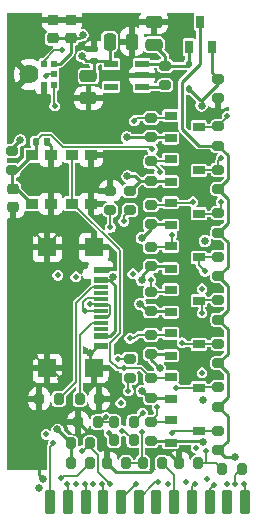
<source format=gbl>
%TF.GenerationSoftware,KiCad,Pcbnew,9.0.4*%
%TF.CreationDate,2025-10-19T20:36:54-04:00*%
%TF.ProjectId,the-spirit-board,7468652d-7370-4697-9269-742d626f6172,rev?*%
%TF.SameCoordinates,Original*%
%TF.FileFunction,Copper,L4,Bot*%
%TF.FilePolarity,Positive*%
%FSLAX46Y46*%
G04 Gerber Fmt 4.6, Leading zero omitted, Abs format (unit mm)*
G04 Created by KiCad (PCBNEW 9.0.4) date 2025-10-19 20:36:54*
%MOMM*%
%LPD*%
G01*
G04 APERTURE LIST*
G04 Aperture macros list*
%AMRoundRect*
0 Rectangle with rounded corners*
0 $1 Rounding radius*
0 $2 $3 $4 $5 $6 $7 $8 $9 X,Y pos of 4 corners*
0 Add a 4 corners polygon primitive as box body*
4,1,4,$2,$3,$4,$5,$6,$7,$8,$9,$2,$3,0*
0 Add four circle primitives for the rounded corners*
1,1,$1+$1,$2,$3*
1,1,$1+$1,$4,$5*
1,1,$1+$1,$6,$7*
1,1,$1+$1,$8,$9*
0 Add four rect primitives between the rounded corners*
20,1,$1+$1,$2,$3,$4,$5,0*
20,1,$1+$1,$4,$5,$6,$7,0*
20,1,$1+$1,$6,$7,$8,$9,0*
20,1,$1+$1,$8,$9,$2,$3,0*%
G04 Aperture macros list end*
%TA.AperFunction,SMDPad,CuDef*%
%ADD10RoundRect,0.200000X0.275000X-0.200000X0.275000X0.200000X-0.275000X0.200000X-0.275000X-0.200000X0*%
%TD*%
%TA.AperFunction,SMDPad,CuDef*%
%ADD11RoundRect,0.250000X0.250000X0.475000X-0.250000X0.475000X-0.250000X-0.475000X0.250000X-0.475000X0*%
%TD*%
%TA.AperFunction,SMDPad,CuDef*%
%ADD12RoundRect,0.250000X-0.475000X0.250000X-0.475000X-0.250000X0.475000X-0.250000X0.475000X0.250000X0*%
%TD*%
%TA.AperFunction,SMDPad,CuDef*%
%ADD13RoundRect,0.120000X0.280000X-0.880000X0.280000X0.880000X-0.280000X0.880000X-0.280000X-0.880000X0*%
%TD*%
%TA.AperFunction,SMDPad,CuDef*%
%ADD14RoundRect,0.200000X-0.200000X-0.275000X0.200000X-0.275000X0.200000X0.275000X-0.200000X0.275000X0*%
%TD*%
%TA.AperFunction,SMDPad,CuDef*%
%ADD15R,1.000000X0.700000*%
%TD*%
%TA.AperFunction,SMDPad,CuDef*%
%ADD16RoundRect,0.225000X-0.250000X0.225000X-0.250000X-0.225000X0.250000X-0.225000X0.250000X0.225000X0*%
%TD*%
%TA.AperFunction,SMDPad,CuDef*%
%ADD17RoundRect,0.200000X0.200000X0.275000X-0.200000X0.275000X-0.200000X-0.275000X0.200000X-0.275000X0*%
%TD*%
%TA.AperFunction,SMDPad,CuDef*%
%ADD18R,0.650000X1.100000*%
%TD*%
%TA.AperFunction,SMDPad,CuDef*%
%ADD19RoundRect,0.200000X-0.275000X0.200000X-0.275000X-0.200000X0.275000X-0.200000X0.275000X0.200000X0*%
%TD*%
%TA.AperFunction,SMDPad,CuDef*%
%ADD20R,1.000000X0.900000*%
%TD*%
%TA.AperFunction,SMDPad,CuDef*%
%ADD21R,1.150000X0.600000*%
%TD*%
%TA.AperFunction,SMDPad,CuDef*%
%ADD22R,1.150000X0.300000*%
%TD*%
%TA.AperFunction,SMDPad,CuDef*%
%ADD23R,1.500000X1.500000*%
%TD*%
%TA.AperFunction,SMDPad,CuDef*%
%ADD24RoundRect,0.140000X0.170000X-0.140000X0.170000X0.140000X-0.170000X0.140000X-0.170000X-0.140000X0*%
%TD*%
%TA.AperFunction,SMDPad,CuDef*%
%ADD25RoundRect,0.140000X-0.140000X-0.170000X0.140000X-0.170000X0.140000X0.170000X-0.140000X0.170000X0*%
%TD*%
%TA.AperFunction,SMDPad,CuDef*%
%ADD26RoundRect,0.112500X-0.112500X0.187500X-0.112500X-0.187500X0.112500X-0.187500X0.112500X0.187500X0*%
%TD*%
%TA.AperFunction,SMDPad,CuDef*%
%ADD27R,0.522000X0.600000*%
%TD*%
%TA.AperFunction,ComponentPad*%
%ADD28C,1.625000*%
%TD*%
%TA.AperFunction,ViaPad*%
%ADD29C,0.637000*%
%TD*%
%TA.AperFunction,ViaPad*%
%ADD30C,0.512000*%
%TD*%
%TA.AperFunction,Conductor*%
%ADD31C,0.256000*%
%TD*%
%TA.AperFunction,Conductor*%
%ADD32C,0.127000*%
%TD*%
G04 APERTURE END LIST*
D10*
%TO.P,R16,2*%
%TO.N,/IO4*%
X152825000Y-115200000D03*
%TO.P,R16,1*%
%TO.N,+3.3V*%
X152825000Y-116850000D03*
%TD*%
D11*
%TO.P,C6,1*%
%TO.N,GND*%
X151200000Y-105050000D03*
%TO.P,C6,2*%
%TO.N,+3.3V*%
X149300000Y-105050000D03*
%TD*%
D12*
%TO.P,C5,1*%
%TO.N,GND*%
X153025000Y-103400000D03*
%TO.P,C5,2*%
%TO.N,Net-(D1-K)*%
X153025000Y-105300000D03*
%TD*%
%TO.P,C4,1*%
%TO.N,+3.3V*%
X147500000Y-107950000D03*
%TO.P,C4,2*%
%TO.N,GND*%
X147500000Y-109850000D03*
%TD*%
D13*
%TO.P,U1,1,/INIT*%
%TO.N,/{slash}INIT*%
X144250000Y-144000000D03*
%TO.P,U1,2,/FEED*%
%TO.N,/IO15*%
X145750000Y-144000000D03*
%TO.P,U1,3,M_REVERSE*%
%TO.N,/IO8*%
X147250000Y-144000000D03*
%TO.P,U1,4,M_FORWARD*%
%TO.N,/IO7*%
X148750000Y-144000000D03*
%TO.P,U1,5,GEAR_LED*%
%TO.N,/GEAR_LED*%
X150250000Y-144000000D03*
%TO.P,U1,6,/POWER_DOWN*%
%TO.N,/{slash}POWER_DOWN*%
X151750000Y-144000000D03*
%TO.P,U1,7,SOUND*%
%TO.N,unconnected-(U1-SOUND-Pad7)*%
X153250000Y-144000000D03*
%TO.P,U1,8,LIGHT*%
%TO.N,/LIGHT*%
X154750000Y-144000000D03*
%TO.P,U1,9,UPSIDE_DOWN*%
%TO.N,/IO22*%
X156250000Y-144000000D03*
%TO.P,U1,10,TILT*%
%TO.N,/TILT*%
X157750000Y-144000000D03*
%TO.P,U1,11,EEPROM_SELECT*%
%TO.N,unconnected-(U1-EEPROM_SELECT-Pad11)*%
X159250000Y-144000000D03*
%TO.P,U1,12,/CTS*%
%TO.N,/{slash}CTS*%
X160750000Y-144000000D03*
%TD*%
D14*
%TO.P,R3,1*%
%TO.N,+3.3V*%
X149670000Y-138811000D03*
%TO.P,R3,2*%
%TO.N,/IO15*%
X151320000Y-138811000D03*
%TD*%
D10*
%TO.P,R4,1*%
%TO.N,+3.3V*%
X152781000Y-138874000D03*
%TO.P,R4,2*%
%TO.N,/IO0*%
X152781000Y-137224000D03*
%TD*%
D15*
%TO.P,Q4,1,G*%
%TO.N,+3.3V*%
X154445000Y-116901000D03*
%TO.P,Q4,2,S*%
%TO.N,/IO4*%
X154445000Y-115001000D03*
%TO.P,Q4,3,D*%
%TO.N,/D1*%
X156845000Y-115951000D03*
%TD*%
D16*
%TO.P,C1,1*%
%TO.N,/EN*%
X141097000Y-117525000D03*
%TO.P,C1,2*%
%TO.N,GND*%
X141097000Y-119075000D03*
%TD*%
D17*
%TO.P,R30,1*%
%TO.N,Net-(J1-CC2)*%
X144970000Y-135300000D03*
%TO.P,R30,2*%
%TO.N,GND*%
X143320000Y-135300000D03*
%TD*%
D18*
%TO.P,Q9,1,G*%
%TO.N,V_USB*%
X157920000Y-105500000D03*
%TO.P,Q9,2,S*%
%TO.N,Net-(D1-K)*%
X156000000Y-105500000D03*
%TO.P,Q9,3,D*%
%TO.N,+5.31V*%
X156960000Y-103400000D03*
%TD*%
D19*
%TO.P,R1,1*%
%TO.N,+3.3V*%
X141062000Y-114300000D03*
%TO.P,R1,2*%
%TO.N,/EN*%
X141062000Y-115950000D03*
%TD*%
D14*
%TO.P,R13,1*%
%TO.N,GND*%
X155131000Y-140716000D03*
%TO.P,R13,2*%
%TO.N,/IO2*%
X156781000Y-140716000D03*
%TD*%
D15*
%TO.P,Q1,1,G*%
%TO.N,+3.3V*%
X154445000Y-138999000D03*
%TO.P,Q1,2,S*%
%TO.N,/IO0*%
X154445000Y-137099000D03*
%TO.P,Q1,3,D*%
%TO.N,/{slash}INIT*%
X156845000Y-138049000D03*
%TD*%
D10*
%TO.P,R10,1*%
%TO.N,+3.3V*%
X152794000Y-113159000D03*
%TO.P,R10,2*%
%TO.N,/IO1*%
X152794000Y-111509000D03*
%TD*%
D20*
%TO.P,S1,1,1*%
%TO.N,GND*%
X144300000Y-114681000D03*
%TO.P,S1,2,2*%
%TO.N,/EN*%
X142700000Y-114681000D03*
%TO.P,S1,3,3*%
%TO.N,GND*%
X144300000Y-118781000D03*
%TO.P,S1,4,4*%
%TO.N,/EN*%
X142700000Y-118781000D03*
%TD*%
D16*
%TO.P,C7,1*%
%TO.N,GND*%
X146000000Y-103225000D03*
%TO.P,C7,2*%
%TO.N,+3.3V*%
X146000000Y-104775000D03*
%TD*%
D10*
%TO.P,R20,1*%
%TO.N,+3.3V*%
X152794000Y-127891000D03*
%TO.P,R20,2*%
%TO.N,/IO6*%
X152794000Y-126241000D03*
%TD*%
%TO.P,R28,1*%
%TO.N,+5.31V*%
X158496000Y-135953000D03*
%TO.P,R28,2*%
%TO.N,/GEAR_LED*%
X158496000Y-134303000D03*
%TD*%
D21*
%TO.P,J1,A1,GND_1*%
%TO.N,GND*%
X148523000Y-130795000D03*
%TO.P,J1,A4,VBUS_1*%
%TO.N,V_USB*%
X148523000Y-129995000D03*
D22*
%TO.P,J1,A5,CC1*%
%TO.N,Net-(J1-CC1)*%
X148523000Y-128845000D03*
%TO.P,J1,A6,DP1*%
%TO.N,/IO13*%
X148523000Y-127845000D03*
%TO.P,J1,A7,DN1*%
%TO.N,/IO12*%
X148523000Y-127345000D03*
%TO.P,J1,A8,SBU1*%
%TO.N,unconnected-(J1-SBU1-PadA8)*%
X148523000Y-126345000D03*
D21*
%TO.P,J1,A9,VBUS_2*%
%TO.N,V_USB*%
X148523000Y-125195000D03*
%TO.P,J1,A12,GND_2*%
%TO.N,GND*%
X148523000Y-124395000D03*
D22*
%TO.P,J1,B5,CC2*%
%TO.N,Net-(J1-CC2)*%
X148523000Y-125845000D03*
%TO.P,J1,B6,DP2*%
%TO.N,/IO13*%
X148523000Y-126845000D03*
%TO.P,J1,B7,DN2*%
%TO.N,/IO12*%
X148523000Y-128345000D03*
%TO.P,J1,B8,SBU2*%
%TO.N,unconnected-(J1-SBU2-PadB8)*%
X148523000Y-129345000D03*
D23*
%TO.P,J1,MP1,MP1*%
%TO.N,GND*%
X147948000Y-132715000D03*
%TO.P,J1,MP2,MP2*%
X147948000Y-122475000D03*
%TO.P,J1,MP3,MP3*%
X144018000Y-132715000D03*
%TO.P,J1,MP4,MP4*%
X144018000Y-122475000D03*
%TD*%
D15*
%TO.P,Q8,1,G*%
%TO.N,+3.3V*%
X154445000Y-131633000D03*
%TO.P,Q8,2,S*%
%TO.N,/IO19*%
X154445000Y-129733000D03*
%TO.P,Q8,3,D*%
%TO.N,/{slash}POWER_DOWN*%
X156845000Y-130683000D03*
%TD*%
D10*
%TO.P,R11,1*%
%TO.N,+5.31V*%
X158496000Y-113855000D03*
%TO.P,R11,2*%
%TO.N,/{slash}CTS*%
X158496000Y-112205000D03*
%TD*%
D15*
%TO.P,Q7,1,G*%
%TO.N,+3.3V*%
X154445000Y-135316000D03*
%TO.P,Q7,2,S*%
%TO.N,/IO9*%
X154445000Y-133416000D03*
%TO.P,Q7,3,D*%
%TO.N,/GEAR_LED*%
X156845000Y-134366000D03*
%TD*%
D17*
%TO.P,R6,1*%
%TO.N,/LIGHT*%
X153733000Y-140716000D03*
%TO.P,R6,2*%
%TO.N,/IO23*%
X152083000Y-140716000D03*
%TD*%
D19*
%TO.P,R24,1*%
%TO.N,+3.3V*%
X151003000Y-117666000D03*
%TO.P,R24,2*%
%TO.N,/IO11*%
X151003000Y-119316000D03*
%TD*%
D17*
%TO.P,R9,1*%
%TO.N,/IO22*%
X148272000Y-137287000D03*
%TO.P,R9,2*%
%TO.N,GND*%
X146622000Y-137287000D03*
%TD*%
D10*
%TO.P,R21,1*%
%TO.N,+5.31V*%
X158496000Y-128587000D03*
%TO.P,R21,2*%
%TO.N,/D3_(SCLK)*%
X158496000Y-126937000D03*
%TD*%
D19*
%TO.P,R26,1*%
%TO.N,GND*%
X149352000Y-117666000D03*
%TO.P,R26,2*%
%TO.N,/IO10*%
X149352000Y-119316000D03*
%TD*%
D14*
%TO.P,R8,1*%
%TO.N,/IO22*%
X149670000Y-137287000D03*
%TO.P,R8,2*%
%TO.N,/TILT*%
X151320000Y-137287000D03*
%TD*%
D16*
%TO.P,C8,1*%
%TO.N,GND*%
X144500000Y-103225000D03*
%TO.P,C8,2*%
%TO.N,+3.3V*%
X144500000Y-104775000D03*
%TD*%
D10*
%TO.P,R31,1*%
%TO.N,+3.3V*%
X152794000Y-131508000D03*
%TO.P,R31,2*%
%TO.N,/IO19*%
X152794000Y-129858000D03*
%TD*%
D14*
%TO.P,R23,1*%
%TO.N,+3.3V*%
X145987000Y-139065000D03*
%TO.P,R23,2*%
%TO.N,/IO21*%
X147637000Y-139065000D03*
%TD*%
D10*
%TO.P,R19,1*%
%TO.N,+5.31V*%
X158496000Y-124904000D03*
%TO.P,R19,2*%
%TO.N,/D2_(SDO)*%
X158496000Y-123254000D03*
%TD*%
D15*
%TO.P,Q3,1,G*%
%TO.N,+3.3V*%
X154445000Y-120584000D03*
%TO.P,Q3,2,S*%
%TO.N,/IO3*%
X154445000Y-118684000D03*
%TO.P,Q3,3,D*%
%TO.N,/D0*%
X156845000Y-119634000D03*
%TD*%
%TO.P,Q2,1,G*%
%TO.N,+3.3V*%
X154445000Y-113218000D03*
%TO.P,Q2,2,S*%
%TO.N,/IO1*%
X154445000Y-111318000D03*
%TO.P,Q2,3,D*%
%TO.N,/{slash}CTS*%
X156845000Y-112268000D03*
%TD*%
%TO.P,Q6,1,G*%
%TO.N,+3.3V*%
X154445000Y-127950000D03*
%TO.P,Q6,2,S*%
%TO.N,/IO6*%
X154445000Y-126050000D03*
%TO.P,Q6,3,D*%
%TO.N,/D3_(SCLK)*%
X156845000Y-127000000D03*
%TD*%
D10*
%TO.P,R17,1*%
%TO.N,+5.31V*%
X158496000Y-117538000D03*
%TO.P,R17,2*%
%TO.N,/D1*%
X158496000Y-115888000D03*
%TD*%
%TO.P,R33,1*%
%TO.N,GND*%
X158496000Y-109855000D03*
%TO.P,R33,2*%
%TO.N,V_USB*%
X158496000Y-108205000D03*
%TD*%
D14*
%TO.P,R22,1*%
%TO.N,+3.3V*%
X145987000Y-140716000D03*
%TO.P,R22,2*%
%TO.N,/IO20*%
X147637000Y-140716000D03*
%TD*%
D10*
%TO.P,R14,1*%
%TO.N,+3.3V*%
X152794000Y-120525000D03*
%TO.P,R14,2*%
%TO.N,/IO3*%
X152794000Y-118875000D03*
%TD*%
%TO.P,R15,1*%
%TO.N,+5.31V*%
X158496000Y-121221000D03*
%TO.P,R15,2*%
%TO.N,/D0*%
X158496000Y-119571000D03*
%TD*%
%TO.P,R18,1*%
%TO.N,+3.3V*%
X152794000Y-124081000D03*
%TO.P,R18,2*%
%TO.N,/IO5*%
X152794000Y-122431000D03*
%TD*%
%TO.P,R27,1*%
%TO.N,+3.3V*%
X152794000Y-135191000D03*
%TO.P,R27,2*%
%TO.N,/IO9*%
X152794000Y-133541000D03*
%TD*%
D21*
%TO.P,IC2,1,VIN*%
%TO.N,Net-(D1-K)*%
X152022000Y-106967000D03*
%TO.P,IC2,2,GND*%
%TO.N,GND*%
X152022000Y-107917000D03*
%TO.P,IC2,3,EN*%
%TO.N,Net-(IC2-EN)*%
X152022000Y-108867000D03*
%TO.P,IC2,4,NC*%
%TO.N,unconnected-(IC2-NC-Pad4)*%
X149422000Y-108867000D03*
%TO.P,IC2,5,VOUT*%
%TO.N,+3.3V*%
X149422000Y-106967000D03*
%TD*%
D10*
%TO.P,R5,1*%
%TO.N,+5.31V*%
X158496000Y-139636000D03*
%TO.P,R5,2*%
%TO.N,/{slash}INIT*%
X158496000Y-137986000D03*
%TD*%
D24*
%TO.P,C3,1*%
%TO.N,+3.3V*%
X147984000Y-106652000D03*
%TO.P,C3,2*%
%TO.N,GND*%
X147984000Y-105692000D03*
%TD*%
D15*
%TO.P,Q5,1,G*%
%TO.N,+3.3V*%
X154445000Y-124267000D03*
%TO.P,Q5,2,S*%
%TO.N,/IO5*%
X154445000Y-122367000D03*
%TO.P,Q5,3,D*%
%TO.N,/D2_(SDO)*%
X156845000Y-123317000D03*
%TD*%
D25*
%TO.P,C2,1*%
%TO.N,/EN*%
X143020000Y-113531000D03*
%TO.P,C2,2*%
%TO.N,GND*%
X143980000Y-113531000D03*
%TD*%
D26*
%TO.P,D1,1,K*%
%TO.N,Net-(D1-K)*%
X156000000Y-106950000D03*
%TO.P,D1,2,A*%
%TO.N,V_USB*%
X156000000Y-109050000D03*
%TD*%
D20*
%TO.P,S2,1,1*%
%TO.N,GND*%
X147701000Y-114681000D03*
%TO.P,S2,2,2*%
%TO.N,/IO9*%
X146101000Y-114681000D03*
%TO.P,S2,3,3*%
%TO.N,GND*%
X147701000Y-118781000D03*
%TO.P,S2,4,4*%
%TO.N,/IO9*%
X146101000Y-118781000D03*
%TD*%
D17*
%TO.P,R29,1*%
%TO.N,GND*%
X148399000Y-135300000D03*
%TO.P,R29,2*%
%TO.N,Net-(J1-CC1)*%
X146749000Y-135300000D03*
%TD*%
D19*
%TO.P,R2,1*%
%TO.N,Net-(D1-K)*%
X154000000Y-107092000D03*
%TO.P,R2,2*%
%TO.N,Net-(IC2-EN)*%
X154000000Y-108742000D03*
%TD*%
D17*
%TO.P,R12,1*%
%TO.N,/{slash}RTS_(SDI)*%
X160464000Y-141224000D03*
%TO.P,R12,2*%
%TO.N,/IO2*%
X158814000Y-141224000D03*
%TD*%
D27*
%TO.P,IC3,1,WS*%
%TO.N,/RXD0*%
X144555000Y-108734000D03*
%TO.P,IC3,2,LR*%
%TO.N,GND*%
X143733000Y-108734000D03*
D28*
%TO.P,IC3,3,GND*%
X142481000Y-107834000D03*
D27*
%TO.P,IC3,4,SCK*%
%TO.N,/TXD0*%
X143733000Y-106934000D03*
%TO.P,IC3,5,VDD*%
%TO.N,+3.3V*%
X144555000Y-106934000D03*
%TO.P,IC3,6,SD*%
%TO.N,/IO18*%
X144555000Y-107834000D03*
%TD*%
D10*
%TO.P,R32,1*%
%TO.N,+5.31V*%
X158496000Y-132270000D03*
%TO.P,R32,2*%
%TO.N,/{slash}POWER_DOWN*%
X158496000Y-130620000D03*
%TD*%
%TO.P,R25,1*%
%TO.N,/GEAR_ROT*%
X151003000Y-133540000D03*
%TO.P,R25,2*%
%TO.N,/IO10*%
X151003000Y-131890000D03*
%TD*%
D14*
%TO.P,R7,1*%
%TO.N,GND*%
X149035000Y-140716000D03*
%TO.P,R7,2*%
%TO.N,/IO23*%
X150685000Y-140716000D03*
%TD*%
D29*
%TO.N,GND*%
X155480963Y-128237037D03*
X143668000Y-142113000D03*
X145161000Y-133604000D03*
X158115000Y-110998000D03*
X147000000Y-117000000D03*
X142875000Y-131699000D03*
X149500000Y-133500000D03*
X145034000Y-121285000D03*
X147614500Y-131445000D03*
X151003000Y-128143000D03*
X143002000Y-121285000D03*
D30*
%TO.N,/EN*%
X152908000Y-114173000D03*
D29*
%TO.N,+3.3V*%
X152005750Y-121693324D03*
X153543000Y-132718502D03*
X152019000Y-134620000D03*
D30*
X149236500Y-138179076D03*
D29*
X157214307Y-138972496D03*
X144876463Y-137891463D03*
X141732000Y-113411000D03*
X147000000Y-104500000D03*
X157353000Y-121920000D03*
X151892000Y-127254000D03*
X152006497Y-125222000D03*
X150749000Y-113157000D03*
X146968000Y-106299000D03*
X157226000Y-135382000D03*
X150802000Y-116459000D03*
%TO.N,+5.31V*%
X143318500Y-142873539D03*
X159888502Y-140208000D03*
D30*
%TO.N,/RXD0*%
X144653000Y-110490000D03*
X157119500Y-125984000D03*
%TO.N,/IO15*%
X145708389Y-142506074D03*
X150356500Y-138007457D03*
%TO.N,/IO20*%
X145188315Y-142019792D03*
%TO.N,/IO21*%
X146945399Y-139691555D03*
X149352000Y-142505500D03*
%TO.N,/IO8*%
X146431000Y-124968000D03*
X147206201Y-142505500D03*
%TO.N,/IO10*%
X149352000Y-120788500D03*
X149987000Y-131953000D03*
%TO.N,/TXD0*%
X157119500Y-133096000D03*
X145288000Y-105791000D03*
%TO.N,/IO12*%
X147587948Y-127296578D03*
%TO.N,/IO6*%
X152781000Y-125222000D03*
%TO.N,/IO11*%
X144907000Y-124841000D03*
X150495000Y-120269000D03*
X146431000Y-142494000D03*
%TO.N,/IO1*%
X151384000Y-111760000D03*
%TO.N,/IO23*%
X152019198Y-138105613D03*
%TO.N,/IO19*%
X151003000Y-130175000D03*
%TO.N,/IO5*%
X154559000Y-121412000D03*
%TO.N,/IO3*%
X156337000Y-118618000D03*
X156600000Y-139446000D03*
%TO.N,/IO13*%
X147193000Y-127889000D03*
%TO.N,/IO0*%
X153320500Y-136017000D03*
%TO.N,/IO22*%
X156488651Y-142469349D03*
X148971000Y-136867503D03*
%TO.N,/IO4*%
X153543000Y-116078000D03*
%TO.N,/IO18*%
X143891000Y-138303000D03*
X143891000Y-107950000D03*
%TO.N,/IO7*%
X148628656Y-142516841D03*
X151257000Y-124714000D03*
%TO.N,/{slash}INIT*%
X150241000Y-135636000D03*
X144526000Y-139065000D03*
X154559000Y-138176000D03*
%TO.N,/D2_(SDO)*%
X155785067Y-142360183D03*
X157353000Y-124511002D03*
%TO.N,/GEAR_ROT*%
X150876000Y-134620000D03*
X147917168Y-142543889D03*
%TO.N,/D3_(SCLK)*%
X157119500Y-128016000D03*
X154230500Y-142494000D03*
%TO.N,/D0*%
X159232876Y-142543938D03*
X158724500Y-118618000D03*
%TO.N,/TILT*%
X158110027Y-142554590D03*
X152075613Y-136524802D03*
%TO.N,/{slash}RTS_(SDI)*%
X159944876Y-142545682D03*
%TO.N,/GEAR_LED*%
X154928500Y-134366000D03*
X151519500Y-142494000D03*
%TO.N,/D1*%
X158724500Y-114935000D03*
X157574951Y-142084865D03*
%TO.N,/{slash}CTS*%
X159244000Y-111379000D03*
X160655000Y-142494000D03*
%TO.N,/IO2*%
X157480000Y-139700000D03*
D29*
%TO.N,V_USB*%
X157079963Y-110467500D03*
X149565500Y-124968000D03*
D30*
%TO.N,/{slash}POWER_DOWN*%
X155436500Y-130556000D03*
X153416000Y-142367000D03*
%TO.N,/IO9*%
X150483500Y-132715000D03*
%TD*%
D31*
%TO.N,+3.3V*%
X149300000Y-105050000D02*
X149300000Y-106845000D01*
X149300000Y-106845000D02*
X149422000Y-106967000D01*
%TO.N,Net-(D1-K)*%
X154000000Y-107092000D02*
X154000000Y-106275000D01*
X154000000Y-106275000D02*
X153025000Y-105300000D01*
%TO.N,+3.3V*%
X147984000Y-106652000D02*
X147984000Y-107466000D01*
X147984000Y-107466000D02*
X147500000Y-107950000D01*
%TO.N,GND*%
X148264500Y-130795000D02*
X147614500Y-131445000D01*
D32*
X144018000Y-122475000D02*
X144018000Y-122301000D01*
D31*
X149035000Y-140716000D02*
X149839000Y-141520000D01*
X148523000Y-130795000D02*
X148264500Y-130795000D01*
X149035000Y-140716000D02*
X149035000Y-139764000D01*
X152699662Y-141520000D02*
X153004000Y-141215662D01*
X149035000Y-139764000D02*
X148366000Y-139095000D01*
X154327000Y-139912000D02*
X155131000Y-140716000D01*
X153308338Y-139912000D02*
X154327000Y-139912000D01*
X143306000Y-141751000D02*
X143306000Y-138060685D01*
D32*
X144272000Y-132715000D02*
X145161000Y-133604000D01*
X144018000Y-132715000D02*
X143002000Y-131699000D01*
D31*
X147426000Y-138091000D02*
X146622000Y-137287000D01*
X144122722Y-137243963D02*
X146578963Y-137243963D01*
X143668000Y-142113000D02*
X143306000Y-141751000D01*
X143306000Y-138060685D02*
X144122722Y-137243963D01*
X144300000Y-113851000D02*
X143980000Y-113531000D01*
X158496000Y-110617000D02*
X158115000Y-110998000D01*
X144300000Y-114681000D02*
X144300000Y-113851000D01*
X148366000Y-138565338D02*
X147891662Y-138091000D01*
X158496000Y-109855000D02*
X158496000Y-110617000D01*
X147614500Y-131445000D02*
X147614500Y-132381500D01*
D32*
X144018000Y-132715000D02*
X144272000Y-132715000D01*
D31*
X147891662Y-138091000D02*
X147426000Y-138091000D01*
X153004000Y-141215662D02*
X153004000Y-140216338D01*
X153004000Y-140216338D02*
X153308338Y-139912000D01*
D32*
X144018000Y-122301000D02*
X145034000Y-121285000D01*
D31*
X149839000Y-141520000D02*
X152699662Y-141520000D01*
D32*
X144018000Y-122301000D02*
X143002000Y-121285000D01*
D31*
X147614500Y-132381500D02*
X147948000Y-132715000D01*
X148366000Y-139095000D02*
X148366000Y-138565338D01*
X146578963Y-137243963D02*
X146622000Y-137287000D01*
D32*
X143002000Y-131699000D02*
X142875000Y-131699000D01*
%TO.N,/EN*%
X152701500Y-113966500D02*
X145301430Y-113966500D01*
X152908000Y-114173000D02*
X152701500Y-113966500D01*
D31*
X141431000Y-115950000D02*
X142700000Y-114681000D01*
X141062000Y-117490000D02*
X141097000Y-117525000D01*
D32*
X144291430Y-112956500D02*
X143594500Y-112956500D01*
D31*
X141097000Y-117525000D02*
X141444000Y-117525000D01*
D32*
X145301430Y-113966500D02*
X144291430Y-112956500D01*
D31*
X141062000Y-115950000D02*
X141431000Y-115950000D01*
X143020000Y-114361000D02*
X142700000Y-114681000D01*
D32*
X143594500Y-112956500D02*
X143020000Y-113531000D01*
D31*
X143020000Y-113531000D02*
X143020000Y-114361000D01*
X141444000Y-117525000D02*
X142700000Y-118781000D01*
X141062000Y-115950000D02*
X141062000Y-117490000D01*
%TO.N,+3.3V*%
X152794000Y-124081000D02*
X152006497Y-124868503D01*
X154386000Y-120525000D02*
X154445000Y-120584000D01*
X154320000Y-138874000D02*
X154445000Y-138999000D01*
X152794000Y-131508000D02*
X152794000Y-131969502D01*
X146000000Y-104775000D02*
X146000000Y-106006000D01*
X149107000Y-106652000D02*
X149422000Y-106967000D01*
X152794000Y-124081000D02*
X154259000Y-124081000D01*
X154445000Y-138999000D02*
X154583000Y-138861000D01*
X141062000Y-114300000D02*
X141062000Y-114081000D01*
X141062000Y-114081000D02*
X141732000Y-113411000D01*
X154386000Y-116842000D02*
X154445000Y-116901000D01*
X144500000Y-104775000D02*
X146000000Y-104775000D01*
X152590000Y-135191000D02*
X152019000Y-134620000D01*
X145987000Y-139065000D02*
X145987000Y-139002000D01*
X154320000Y-135191000D02*
X154445000Y-135316000D01*
X154386000Y-127891000D02*
X154445000Y-127950000D01*
X152794000Y-127891000D02*
X152529000Y-127891000D01*
X152794000Y-113159000D02*
X154386000Y-113159000D01*
X152794000Y-127891000D02*
X154386000Y-127891000D01*
X152794000Y-135191000D02*
X152590000Y-135191000D01*
X147321000Y-106652000D02*
X146968000Y-106299000D01*
X152781000Y-138874000D02*
X154320000Y-138874000D01*
X149670000Y-138811000D02*
X149670000Y-138612576D01*
X147984000Y-106652000D02*
X149107000Y-106652000D01*
X152794000Y-131508000D02*
X154320000Y-131508000D01*
X147984000Y-106652000D02*
X147321000Y-106652000D01*
X152006497Y-124868503D02*
X152006497Y-125222000D01*
X145072000Y-106934000D02*
X144555000Y-106934000D01*
X151444000Y-116459000D02*
X150802000Y-116459000D01*
X152794000Y-116842000D02*
X151827000Y-116842000D01*
X152794000Y-120525000D02*
X154386000Y-120525000D01*
X152794000Y-135191000D02*
X154320000Y-135191000D01*
X145987000Y-139002000D02*
X144876463Y-137891463D01*
X152794000Y-116842000D02*
X154386000Y-116842000D01*
X145987000Y-140716000D02*
X145987000Y-139065000D01*
X152794000Y-113159000D02*
X150751000Y-113159000D01*
X152529000Y-127891000D02*
X151892000Y-127254000D01*
X151827000Y-116842000D02*
X151444000Y-116459000D01*
X150751000Y-113159000D02*
X150749000Y-113157000D01*
X146725000Y-104775000D02*
X147000000Y-104500000D01*
X149670000Y-138612576D02*
X149236500Y-138179076D01*
X154320000Y-131508000D02*
X154445000Y-131633000D01*
X146000000Y-106006000D02*
X145072000Y-106934000D01*
X146000000Y-104775000D02*
X146725000Y-104775000D01*
X152794000Y-120905074D02*
X152005750Y-121693324D01*
X152794000Y-131969502D02*
X153543000Y-132718502D01*
X152794000Y-120525000D02*
X152794000Y-120905074D01*
X154259000Y-124081000D02*
X154445000Y-124267000D01*
X157102811Y-138861000D02*
X157214307Y-138972496D01*
X154386000Y-113159000D02*
X154445000Y-113218000D01*
X154583000Y-138861000D02*
X157102811Y-138861000D01*
X151827000Y-116842000D02*
X151003000Y-117666000D01*
%TO.N,+5.31V*%
X159300000Y-125708000D02*
X158496000Y-124904000D01*
X159300000Y-133074000D02*
X158496000Y-132270000D01*
X158496000Y-124904000D02*
X159300000Y-124100000D01*
X159300000Y-124100000D02*
X159300000Y-122025000D01*
X159300000Y-135149000D02*
X159300000Y-133074000D01*
X158496000Y-132270000D02*
X159300000Y-131466000D01*
X159300000Y-129391000D02*
X158496000Y-128587000D01*
X159300000Y-122025000D02*
X158496000Y-121221000D01*
X158496000Y-139636000D02*
X159300000Y-138832000D01*
X159309500Y-114668500D02*
X158496000Y-113855000D01*
X155446000Y-112446000D02*
X155446000Y-108431492D01*
X159309500Y-120407500D02*
X159309500Y-118351500D01*
X159300000Y-138832000D02*
X159300000Y-136757000D01*
X158496000Y-117538000D02*
X159309500Y-116724500D01*
X159300000Y-127783000D02*
X159300000Y-125708000D01*
X159888502Y-140208000D02*
X159068000Y-140208000D01*
X156960000Y-106917492D02*
X156960000Y-103400000D01*
X159300000Y-131466000D02*
X159300000Y-129391000D01*
X159309500Y-116724500D02*
X159309500Y-114668500D01*
X159309500Y-118351500D02*
X158496000Y-117538000D01*
X158496000Y-121221000D02*
X159309500Y-120407500D01*
X159068000Y-140208000D02*
X158496000Y-139636000D01*
X159300000Y-136757000D02*
X158496000Y-135953000D01*
X155446000Y-108431492D02*
X156960000Y-106917492D01*
X158496000Y-128587000D02*
X159300000Y-127783000D01*
X158496000Y-135953000D02*
X159300000Y-135149000D01*
X156855000Y-113855000D02*
X155446000Y-112446000D01*
X158496000Y-113855000D02*
X156855000Y-113855000D01*
D32*
%TO.N,/RXD0*%
X144555000Y-110392000D02*
X144555000Y-108734000D01*
X144653000Y-110490000D02*
X144555000Y-110392000D01*
%TO.N,/IO15*%
X150356500Y-138007457D02*
X150516457Y-138007457D01*
X145750000Y-142547685D02*
X145708389Y-142506074D01*
X150516457Y-138007457D02*
X151320000Y-138811000D01*
X145750000Y-144000000D02*
X145750000Y-142547685D01*
%TO.N,/IO20*%
X145349107Y-141859000D02*
X146494000Y-141859000D01*
X145188315Y-142019792D02*
X145349107Y-141859000D01*
X146494000Y-141859000D02*
X147637000Y-140716000D01*
%TO.N,/IO21*%
X149352000Y-142505500D02*
X148301500Y-141455000D01*
X148301500Y-141455000D02*
X148301500Y-140020599D01*
X146945399Y-139691555D02*
X147010445Y-139691555D01*
X147010445Y-139691555D02*
X147637000Y-139065000D01*
X148301500Y-140020599D02*
X147637000Y-139356099D01*
X147637000Y-139356099D02*
X147637000Y-139065000D01*
%TO.N,/IO8*%
X147250000Y-142549299D02*
X147206201Y-142505500D01*
X147250000Y-144000000D02*
X147250000Y-142549299D01*
%TO.N,/IO10*%
X149987000Y-131953000D02*
X150940000Y-131953000D01*
X150940000Y-131953000D02*
X151003000Y-131890000D01*
X149352000Y-120788500D02*
X149352000Y-119316000D01*
%TO.N,/TXD0*%
X143733000Y-106666000D02*
X143733000Y-106934000D01*
X144608000Y-105791000D02*
X143733000Y-106666000D01*
X145288000Y-105791000D02*
X144608000Y-105791000D01*
%TO.N,/IO12*%
X148474578Y-127296578D02*
X148523000Y-127345000D01*
X148523000Y-127345000D02*
X149277000Y-127345000D01*
X149362500Y-128132500D02*
X149150000Y-128345000D01*
X149362500Y-127430500D02*
X149362500Y-128132500D01*
X149150000Y-128345000D02*
X148523000Y-128345000D01*
X147587948Y-127296578D02*
X148474578Y-127296578D01*
X149277000Y-127345000D02*
X149362500Y-127430500D01*
%TO.N,/IO6*%
X152781000Y-126228000D02*
X152794000Y-126241000D01*
X152781000Y-125222000D02*
X152781000Y-126228000D01*
X152794000Y-126241000D02*
X154254000Y-126241000D01*
X154254000Y-126241000D02*
X154445000Y-126050000D01*
%TO.N,/IO11*%
X150495000Y-120269000D02*
X150495000Y-119824000D01*
X150495000Y-119824000D02*
X151003000Y-119316000D01*
%TO.N,/IO1*%
X151384000Y-111760000D02*
X151635000Y-111509000D01*
X152794000Y-111509000D02*
X154254000Y-111509000D01*
X154254000Y-111509000D02*
X154445000Y-111318000D01*
X151635000Y-111509000D02*
X152794000Y-111509000D01*
%TO.N,/IO23*%
X150685000Y-140716000D02*
X152083000Y-140716000D01*
X152019198Y-140652198D02*
X152083000Y-140716000D01*
X152019198Y-138105613D02*
X152019198Y-140652198D01*
%TO.N,/IO19*%
X154320000Y-129858000D02*
X154445000Y-129733000D01*
X151701000Y-129858000D02*
X152794000Y-129858000D01*
X152794000Y-129858000D02*
X154320000Y-129858000D01*
X151003000Y-130175000D02*
X151384000Y-130175000D01*
X151384000Y-130175000D02*
X151701000Y-129858000D01*
%TO.N,/IO5*%
X152794000Y-122431000D02*
X154381000Y-122431000D01*
X154559000Y-122253000D02*
X154445000Y-122367000D01*
X154559000Y-121412000D02*
X154559000Y-122253000D01*
X154381000Y-122431000D02*
X154445000Y-122367000D01*
%TO.N,/IO3*%
X156337000Y-118618000D02*
X156210000Y-118618000D01*
X156210000Y-118618000D02*
X156144000Y-118684000D01*
X152794000Y-118875000D02*
X154254000Y-118875000D01*
X154254000Y-118875000D02*
X154445000Y-118684000D01*
X156144000Y-118684000D02*
X154445000Y-118684000D01*
%TO.N,/IO13*%
X147067448Y-127080979D02*
X147372349Y-126776078D01*
X147193000Y-127889000D02*
X147237000Y-127845000D01*
X147193000Y-127889000D02*
X147067448Y-127763448D01*
X147372349Y-126776078D02*
X148454078Y-126776078D01*
X147067448Y-127763448D02*
X147067448Y-127080979D01*
X148454078Y-126776078D02*
X148523000Y-126845000D01*
X147237000Y-127845000D02*
X148523000Y-127845000D01*
%TO.N,/IO0*%
X153320500Y-136684500D02*
X152781000Y-137224000D01*
X152781000Y-137224000D02*
X154320000Y-137224000D01*
X153320500Y-136017000D02*
X153320500Y-136684500D01*
X154320000Y-137224000D02*
X154445000Y-137099000D01*
%TO.N,/IO22*%
X148551503Y-137287000D02*
X148971000Y-136867503D01*
X156250000Y-144000000D02*
X156250000Y-142708000D01*
X148272000Y-137287000D02*
X149670000Y-137287000D01*
X148272000Y-137287000D02*
X148551503Y-137287000D01*
X156250000Y-142708000D02*
X156488651Y-142469349D01*
%TO.N,/IO4*%
X152794000Y-115192000D02*
X154254000Y-115192000D01*
X154254000Y-115192000D02*
X154445000Y-115001000D01*
X153543000Y-115941000D02*
X152794000Y-115192000D01*
X153543000Y-116078000D02*
X153543000Y-115941000D01*
%TO.N,/IO18*%
X144007000Y-107834000D02*
X143891000Y-107950000D01*
X144555000Y-107834000D02*
X144007000Y-107834000D01*
%TO.N,/IO7*%
X148750000Y-144000000D02*
X148750000Y-142638185D01*
X148750000Y-142638185D02*
X148628656Y-142516841D01*
D31*
%TO.N,Net-(IC2-EN)*%
X152022000Y-108867000D02*
X153875000Y-108867000D01*
X153875000Y-108867000D02*
X154000000Y-108742000D01*
D32*
%TO.N,/{slash}INIT*%
X144250000Y-144000000D02*
X144250000Y-139341000D01*
X144250000Y-139341000D02*
X144526000Y-139065000D01*
X156908000Y-137986000D02*
X156845000Y-138049000D01*
X154686000Y-138049000D02*
X156845000Y-138049000D01*
X158496000Y-137986000D02*
X156908000Y-137986000D01*
X154559000Y-138176000D02*
X154686000Y-138049000D01*
%TO.N,/D2_(SDO)*%
X156845000Y-124003002D02*
X156845000Y-123317000D01*
X158496000Y-123254000D02*
X156908000Y-123254000D01*
X157353000Y-124511002D02*
X156845000Y-124003002D01*
X156908000Y-123254000D02*
X156845000Y-123317000D01*
%TO.N,/GEAR_ROT*%
X150876000Y-133667000D02*
X151003000Y-133540000D01*
X150876000Y-134620000D02*
X150876000Y-133667000D01*
%TO.N,/D3_(SCLK)*%
X157119500Y-127274500D02*
X156845000Y-127000000D01*
X158496000Y-126937000D02*
X156908000Y-126937000D01*
X156908000Y-126937000D02*
X156845000Y-127000000D01*
X157119500Y-128016000D02*
X157119500Y-127274500D01*
%TO.N,/D0*%
X158242000Y-119634000D02*
X156845000Y-119634000D01*
X158724500Y-119342500D02*
X158496000Y-119571000D01*
X158496000Y-119571000D02*
X158305000Y-119571000D01*
X158724500Y-118618000D02*
X158724500Y-119342500D01*
X158305000Y-119571000D02*
X158242000Y-119634000D01*
%TO.N,/LIGHT*%
X154750000Y-141733000D02*
X153733000Y-140716000D01*
X154750000Y-144000000D02*
X154750000Y-141733000D01*
%TO.N,/TILT*%
X152075613Y-136524802D02*
X152075613Y-136531387D01*
X152075613Y-136531387D02*
X151320000Y-137287000D01*
X157750000Y-144000000D02*
X157750000Y-142914617D01*
X157750000Y-142914617D02*
X158110027Y-142554590D01*
%TO.N,/{slash}RTS_(SDI)*%
X159944876Y-141743124D02*
X159944876Y-142545682D01*
X160464000Y-141224000D02*
X159944876Y-141743124D01*
%TO.N,/GEAR_LED*%
X158496000Y-134303000D02*
X156908000Y-134303000D01*
X150250000Y-143763500D02*
X151519500Y-142494000D01*
X156908000Y-134303000D02*
X156845000Y-134366000D01*
X154928500Y-134366000D02*
X156845000Y-134366000D01*
X150250000Y-144000000D02*
X150250000Y-143763500D01*
%TO.N,/D1*%
X156908000Y-115888000D02*
X156845000Y-115951000D01*
X158496000Y-115888000D02*
X156908000Y-115888000D01*
X158496000Y-115163500D02*
X158724500Y-114935000D01*
X158496000Y-115888000D02*
X158496000Y-115163500D01*
%TO.N,/{slash}CTS*%
X160750000Y-144000000D02*
X160750000Y-142589000D01*
X159244000Y-111457000D02*
X158496000Y-112205000D01*
X159244000Y-111379000D02*
X159244000Y-111457000D01*
X158243000Y-112268000D02*
X156845000Y-112268000D01*
X160750000Y-142589000D02*
X160655000Y-142494000D01*
X158496000Y-112205000D02*
X158306000Y-112205000D01*
X158306000Y-112205000D02*
X158243000Y-112268000D01*
%TO.N,/IO2*%
X156781000Y-140716000D02*
X157480000Y-140716000D01*
X157480000Y-140716000D02*
X158306000Y-140716000D01*
X158306000Y-140716000D02*
X158814000Y-141224000D01*
X157480000Y-139700000D02*
X157480000Y-140716000D01*
%TO.N,Net-(J1-CC2)*%
X146421000Y-127193000D02*
X147769000Y-125845000D01*
X146421000Y-133849000D02*
X146421000Y-127193000D01*
X147769000Y-125845000D02*
X148523000Y-125845000D01*
X144970000Y-135300000D02*
X146421000Y-133849000D01*
D31*
%TO.N,V_USB*%
X149755000Y-125694000D02*
X149755000Y-129594000D01*
X148523000Y-125195000D02*
X149256000Y-125195000D01*
X156000000Y-109050000D02*
X156950000Y-110000000D01*
X156950000Y-110000000D02*
X157122338Y-110000000D01*
X149755000Y-129594000D02*
X149354000Y-129995000D01*
X148523000Y-125195000D02*
X149338500Y-125195000D01*
X158496000Y-108205000D02*
X158496000Y-108626338D01*
X157122338Y-110000000D02*
X157079963Y-110042375D01*
X157079963Y-110042375D02*
X157079963Y-110467500D01*
X149256000Y-125195000D02*
X149755000Y-125694000D01*
X157920000Y-107629000D02*
X158496000Y-108205000D01*
X158496000Y-108626338D02*
X157122338Y-110000000D01*
X149354000Y-129995000D02*
X148523000Y-129995000D01*
X149338500Y-125195000D02*
X149565500Y-124968000D01*
X157920000Y-105500000D02*
X157920000Y-107629000D01*
D32*
%TO.N,Net-(J1-CC1)*%
X146749000Y-129865000D02*
X147769000Y-128845000D01*
X146749000Y-135300000D02*
X146749000Y-129865000D01*
X147769000Y-128845000D02*
X148523000Y-128845000D01*
%TO.N,/{slash}POWER_DOWN*%
X155563500Y-130683000D02*
X156845000Y-130683000D01*
X156908000Y-130620000D02*
X156845000Y-130683000D01*
X151750000Y-144000000D02*
X151750000Y-143779000D01*
X151750000Y-143779000D02*
X153162000Y-142367000D01*
X153162000Y-142367000D02*
X153416000Y-142367000D01*
X158496000Y-130620000D02*
X156908000Y-130620000D01*
X155436500Y-130556000D02*
X155563500Y-130683000D01*
D31*
%TO.N,Net-(D1-K)*%
X152022000Y-106967000D02*
X153875000Y-106967000D01*
X154000000Y-107092000D02*
X155858000Y-107092000D01*
X156000000Y-106950000D02*
X156000000Y-105500000D01*
X153875000Y-106967000D02*
X154000000Y-107092000D01*
X155858000Y-107092000D02*
X156000000Y-106950000D01*
D32*
%TO.N,/IO9*%
X150147500Y-122715500D02*
X146213000Y-118781000D01*
X146213000Y-118781000D02*
X146101000Y-118781000D01*
X151968000Y-132715000D02*
X152794000Y-133541000D01*
X150012901Y-132715000D02*
X149362500Y-132064599D01*
X150147500Y-129756578D02*
X150147500Y-122715500D01*
X149362500Y-130541578D02*
X150147500Y-129756578D01*
X150483500Y-132715000D02*
X151968000Y-132715000D01*
X152794000Y-133541000D02*
X154320000Y-133541000D01*
X150483500Y-132715000D02*
X150012901Y-132715000D01*
X154320000Y-133541000D02*
X154445000Y-133416000D01*
X146101000Y-114681000D02*
X146101000Y-118781000D01*
X149362500Y-132064599D02*
X149362500Y-130541578D01*
%TD*%
%TA.AperFunction,Conductor*%
%TO.N,GND*%
G36*
X144521780Y-114699482D02*
G01*
X144548800Y-114746282D01*
X144550000Y-114760000D01*
X144550000Y-115631000D01*
X144847835Y-115631000D01*
X144907369Y-115624598D01*
X144907381Y-115624596D01*
X145042083Y-115574356D01*
X145042094Y-115574349D01*
X145157189Y-115488189D01*
X145243349Y-115373094D01*
X145243355Y-115373083D01*
X145289092Y-115250455D01*
X145324154Y-115209335D01*
X145377445Y-115200373D01*
X145424029Y-115227763D01*
X145428796Y-115234170D01*
X145456447Y-115275551D01*
X145456448Y-115275552D01*
X145522769Y-115319867D01*
X145522768Y-115319867D01*
X145581252Y-115331500D01*
X145758000Y-115331500D01*
X145808780Y-115349982D01*
X145835800Y-115396782D01*
X145837000Y-115410500D01*
X145837000Y-118051500D01*
X145818518Y-118102280D01*
X145771718Y-118129300D01*
X145758000Y-118130500D01*
X145581252Y-118130500D01*
X145522769Y-118142132D01*
X145456447Y-118186448D01*
X145428796Y-118227829D01*
X145385215Y-118259782D01*
X145331292Y-118256246D01*
X145292257Y-118218875D01*
X145289092Y-118211544D01*
X145243355Y-118088916D01*
X145243349Y-118088905D01*
X145157189Y-117973810D01*
X145042094Y-117887650D01*
X145042083Y-117887643D01*
X144907381Y-117837403D01*
X144907369Y-117837401D01*
X144847835Y-117831000D01*
X144550000Y-117831000D01*
X144550000Y-119731000D01*
X144847835Y-119731000D01*
X144907369Y-119724598D01*
X144907381Y-119724596D01*
X145042083Y-119674356D01*
X145042094Y-119674349D01*
X145157189Y-119588189D01*
X145243349Y-119473094D01*
X145243355Y-119473083D01*
X145289092Y-119350455D01*
X145324154Y-119309335D01*
X145377445Y-119300373D01*
X145424029Y-119327763D01*
X145428796Y-119334170D01*
X145452444Y-119369560D01*
X145456448Y-119375552D01*
X145522769Y-119419867D01*
X145522768Y-119419867D01*
X145581252Y-119431500D01*
X146457426Y-119431500D01*
X146508206Y-119449982D01*
X146513287Y-119454639D01*
X148184962Y-121126314D01*
X148207800Y-121175290D01*
X148198000Y-121211865D01*
X148198000Y-122225000D01*
X149212919Y-122225000D01*
X149233935Y-122215199D01*
X149286133Y-122229183D01*
X149296685Y-122238037D01*
X149860361Y-122801713D01*
X149883199Y-122850689D01*
X149883500Y-122857574D01*
X149883500Y-124415475D01*
X149865018Y-124466255D01*
X149818218Y-124493275D01*
X149771176Y-124484985D01*
X149770611Y-124486351D01*
X149765825Y-124484368D01*
X149633828Y-124449000D01*
X149497172Y-124449000D01*
X149497171Y-124449000D01*
X149365174Y-124484368D01*
X149365172Y-124484369D01*
X149246826Y-124552697D01*
X149228423Y-124571101D01*
X149177662Y-124621861D01*
X149128688Y-124644699D01*
X149121802Y-124645000D01*
X148602000Y-124645000D01*
X148551220Y-124626518D01*
X148524200Y-124579718D01*
X148523000Y-124566000D01*
X148523000Y-124224000D01*
X148541482Y-124173220D01*
X148588282Y-124146200D01*
X148602000Y-124145000D01*
X149598000Y-124145000D01*
X149598000Y-124047164D01*
X149591598Y-123987630D01*
X149591596Y-123987618D01*
X149541356Y-123852916D01*
X149541349Y-123852905D01*
X149455189Y-123737810D01*
X149340094Y-123651650D01*
X149340083Y-123651643D01*
X149205381Y-123601403D01*
X149205369Y-123601401D01*
X149191001Y-123599856D01*
X149142487Y-123576050D01*
X149120626Y-123526630D01*
X149135646Y-123474721D01*
X149136207Y-123473962D01*
X149141353Y-123467088D01*
X149141356Y-123467083D01*
X149191596Y-123332381D01*
X149191598Y-123332369D01*
X149198000Y-123272835D01*
X149198000Y-122725000D01*
X146698000Y-122725000D01*
X146698000Y-123272835D01*
X146704401Y-123332369D01*
X146704403Y-123332381D01*
X146754643Y-123467083D01*
X146754650Y-123467094D01*
X146840810Y-123582189D01*
X146955905Y-123668349D01*
X146955916Y-123668356D01*
X147090618Y-123718596D01*
X147090630Y-123718598D01*
X147150165Y-123725000D01*
X147442578Y-123725000D01*
X147493358Y-123743482D01*
X147520378Y-123790282D01*
X147510994Y-123843500D01*
X147505819Y-123851345D01*
X147504648Y-123852908D01*
X147504643Y-123852916D01*
X147454403Y-123987618D01*
X147454401Y-123987630D01*
X147448000Y-124047164D01*
X147448000Y-124152107D01*
X147429518Y-124202887D01*
X147389447Y-124228415D01*
X147264464Y-124261904D01*
X147264462Y-124261905D01*
X147156033Y-124324506D01*
X147067506Y-124413033D01*
X147004905Y-124521462D01*
X147004904Y-124521464D01*
X146972500Y-124642398D01*
X146972500Y-124698074D01*
X146954018Y-124748854D01*
X146907218Y-124775874D01*
X146854000Y-124766490D01*
X146825084Y-124737574D01*
X146796291Y-124687702D01*
X146796290Y-124687701D01*
X146796289Y-124687699D01*
X146711300Y-124602710D01*
X146711298Y-124602709D01*
X146607204Y-124542610D01*
X146607201Y-124542609D01*
X146491099Y-124511500D01*
X146370901Y-124511500D01*
X146370900Y-124511500D01*
X146254798Y-124542609D01*
X146254795Y-124542610D01*
X146150701Y-124602709D01*
X146065709Y-124687701D01*
X146005610Y-124791795D01*
X146005609Y-124791798D01*
X145974500Y-124907900D01*
X145974500Y-125028099D01*
X146005609Y-125144201D01*
X146005610Y-125144204D01*
X146065709Y-125248298D01*
X146065710Y-125248300D01*
X146150700Y-125333290D01*
X146254795Y-125393389D01*
X146254798Y-125393390D01*
X146370901Y-125424500D01*
X146370903Y-125424500D01*
X146491097Y-125424500D01*
X146491099Y-125424500D01*
X146607202Y-125393390D01*
X146711298Y-125333291D01*
X146711299Y-125333290D01*
X146711300Y-125333290D01*
X146796290Y-125248300D01*
X146796290Y-125248299D01*
X146796291Y-125248298D01*
X146850923Y-125153672D01*
X146856389Y-125144204D01*
X146856390Y-125144201D01*
X146887500Y-125028099D01*
X146887500Y-124980017D01*
X146905982Y-124929237D01*
X146952782Y-124902217D01*
X147006000Y-124911601D01*
X147034915Y-124940516D01*
X147035600Y-124941702D01*
X147067506Y-124996966D01*
X147156033Y-125085493D01*
X147156035Y-125085494D01*
X147156036Y-125085495D01*
X147207020Y-125114930D01*
X147249384Y-125139389D01*
X147264464Y-125148095D01*
X147385399Y-125180500D01*
X147385401Y-125180500D01*
X147510599Y-125180500D01*
X147510601Y-125180500D01*
X147631536Y-125148095D01*
X147631538Y-125148094D01*
X147636319Y-125146114D01*
X147637151Y-125148124D01*
X147682209Y-125140173D01*
X147729011Y-125167187D01*
X147747500Y-125217965D01*
X147747500Y-125515367D01*
X147729018Y-125566147D01*
X147698731Y-125588354D01*
X147688067Y-125592771D01*
X147688066Y-125592770D01*
X147619459Y-125621188D01*
X147619453Y-125621193D01*
X146607148Y-126633500D01*
X146271456Y-126969192D01*
X146234323Y-127006324D01*
X146197191Y-127043456D01*
X146197189Y-127043459D01*
X146157000Y-127140484D01*
X146157000Y-133706924D01*
X146138518Y-133757704D01*
X146133861Y-133762785D01*
X145290952Y-134605693D01*
X145241976Y-134628531D01*
X145222735Y-134627860D01*
X145201519Y-134624500D01*
X145201516Y-134624500D01*
X144738484Y-134624500D01*
X144662345Y-134636558D01*
X144644696Y-134639354D01*
X144589213Y-134667623D01*
X144531655Y-134696951D01*
X144441950Y-134786656D01*
X144441948Y-134786659D01*
X144384354Y-134899693D01*
X144384353Y-134899697D01*
X144375222Y-134957348D01*
X144349023Y-135004611D01*
X144298573Y-135023977D01*
X144247478Y-135006383D01*
X144219646Y-134960063D01*
X144218519Y-134952137D01*
X144213591Y-134897898D01*
X144213589Y-134897890D01*
X144163017Y-134735601D01*
X144075074Y-134590125D01*
X143954874Y-134469925D01*
X143809398Y-134381982D01*
X143647105Y-134331408D01*
X143576575Y-134325000D01*
X143570000Y-134325000D01*
X143570000Y-136274999D01*
X143576575Y-136274999D01*
X143647101Y-136268591D01*
X143647109Y-136268589D01*
X143809398Y-136218017D01*
X143954874Y-136130074D01*
X144075074Y-136009874D01*
X144163017Y-135864398D01*
X144213591Y-135702105D01*
X144218520Y-135647861D01*
X144241522Y-135598962D01*
X144290574Y-135576288D01*
X144342725Y-135590449D01*
X144373572Y-135634819D01*
X144375222Y-135642648D01*
X144377112Y-135654578D01*
X144384354Y-135700302D01*
X144384353Y-135700302D01*
X144441951Y-135813344D01*
X144531656Y-135903049D01*
X144531659Y-135903051D01*
X144644693Y-135960645D01*
X144644695Y-135960645D01*
X144644696Y-135960646D01*
X144738481Y-135975500D01*
X145201518Y-135975499D01*
X145295304Y-135960646D01*
X145408342Y-135903050D01*
X145498050Y-135813342D01*
X145555646Y-135700304D01*
X145570500Y-135606519D01*
X145570499Y-135105573D01*
X145588981Y-135054794D01*
X145593627Y-135049724D01*
X146350139Y-134293213D01*
X146399115Y-134270375D01*
X146451313Y-134284361D01*
X146482308Y-134328627D01*
X146485000Y-134349074D01*
X146485000Y-134562171D01*
X146466518Y-134612951D01*
X146428743Y-134634759D01*
X146429612Y-134637432D01*
X146423697Y-134639353D01*
X146310655Y-134696951D01*
X146220950Y-134786656D01*
X146220948Y-134786659D01*
X146163354Y-134899693D01*
X146163353Y-134899697D01*
X146148501Y-134993469D01*
X146148500Y-134993485D01*
X146148500Y-135606515D01*
X146163354Y-135700302D01*
X146163353Y-135700302D01*
X146220951Y-135813344D01*
X146310656Y-135903049D01*
X146310659Y-135903051D01*
X146423693Y-135960645D01*
X146423695Y-135960645D01*
X146423696Y-135960646D01*
X146517481Y-135975500D01*
X146980518Y-135975499D01*
X147074304Y-135960646D01*
X147187342Y-135903050D01*
X147277050Y-135813342D01*
X147334646Y-135700304D01*
X147343777Y-135642650D01*
X147369975Y-135595389D01*
X147420424Y-135576022D01*
X147471520Y-135593615D01*
X147499352Y-135639935D01*
X147500480Y-135647861D01*
X147505408Y-135702101D01*
X147505410Y-135702109D01*
X147555982Y-135864398D01*
X147643925Y-136009874D01*
X147764125Y-136130074D01*
X147909601Y-136218017D01*
X148071894Y-136268591D01*
X148142424Y-136274999D01*
X148649000Y-136274999D01*
X148655575Y-136274999D01*
X148726101Y-136268591D01*
X148726109Y-136268589D01*
X148888398Y-136218017D01*
X149033874Y-136130074D01*
X149154074Y-136009874D01*
X149242017Y-135864398D01*
X149292591Y-135702105D01*
X149299000Y-135631574D01*
X149299000Y-135575900D01*
X149784500Y-135575900D01*
X149784500Y-135696099D01*
X149815609Y-135812201D01*
X149815610Y-135812204D01*
X149875709Y-135916298D01*
X149875710Y-135916300D01*
X149960700Y-136001290D01*
X150064795Y-136061389D01*
X150064798Y-136061390D01*
X150180901Y-136092500D01*
X150180903Y-136092500D01*
X150301097Y-136092500D01*
X150301099Y-136092500D01*
X150417202Y-136061390D01*
X150521298Y-136001291D01*
X150521299Y-136001290D01*
X150521300Y-136001290D01*
X150606290Y-135916300D01*
X150606290Y-135916299D01*
X150606291Y-135916298D01*
X150666390Y-135812202D01*
X150697500Y-135696099D01*
X150697500Y-135575901D01*
X150666390Y-135459798D01*
X150666389Y-135459795D01*
X150606290Y-135355701D01*
X150606290Y-135355700D01*
X150521300Y-135270710D01*
X150521298Y-135270709D01*
X150417204Y-135210610D01*
X150417201Y-135210609D01*
X150301099Y-135179500D01*
X150180901Y-135179500D01*
X150180900Y-135179500D01*
X150064798Y-135210609D01*
X150064795Y-135210610D01*
X149960701Y-135270709D01*
X149875709Y-135355701D01*
X149815610Y-135459795D01*
X149815609Y-135459798D01*
X149784500Y-135575900D01*
X149299000Y-135575900D01*
X149299000Y-135550000D01*
X148649000Y-135550000D01*
X148649000Y-136274999D01*
X148142424Y-136274999D01*
X148148999Y-136274998D01*
X148149000Y-136274998D01*
X148149000Y-135050000D01*
X148649000Y-135050000D01*
X149298999Y-135050000D01*
X149298999Y-134968424D01*
X149292591Y-134897898D01*
X149292589Y-134897890D01*
X149242017Y-134735601D01*
X149154074Y-134590125D01*
X149033874Y-134469925D01*
X148888398Y-134381982D01*
X148726105Y-134331408D01*
X148655575Y-134325000D01*
X148649000Y-134325000D01*
X148649000Y-135050000D01*
X148149000Y-135050000D01*
X148149000Y-134325000D01*
X148148999Y-134324999D01*
X148142428Y-134325000D01*
X148142420Y-134325001D01*
X148071899Y-134331408D01*
X148071890Y-134331410D01*
X147909601Y-134381982D01*
X147764125Y-134469925D01*
X147643925Y-134590125D01*
X147555982Y-134735601D01*
X147505408Y-134897894D01*
X147500479Y-134952139D01*
X147477476Y-135001038D01*
X147428423Y-135023711D01*
X147376273Y-135009549D01*
X147345426Y-134965179D01*
X147343776Y-134957348D01*
X147334646Y-134899696D01*
X147277050Y-134786658D01*
X147277049Y-134786657D01*
X147277048Y-134786655D01*
X147187343Y-134696950D01*
X147187340Y-134696948D01*
X147074308Y-134639355D01*
X147068389Y-134637432D01*
X147069341Y-134634502D01*
X147032337Y-134613952D01*
X147013011Y-134563487D01*
X147013000Y-134562171D01*
X147013000Y-134038201D01*
X147031482Y-133987421D01*
X147078282Y-133960401D01*
X147100446Y-133959654D01*
X147150166Y-133965000D01*
X147698000Y-133965000D01*
X148198000Y-133965000D01*
X148745835Y-133965000D01*
X148805369Y-133958598D01*
X148805381Y-133958596D01*
X148940083Y-133908356D01*
X148940094Y-133908349D01*
X149055189Y-133822189D01*
X149141349Y-133707094D01*
X149141356Y-133707083D01*
X149191596Y-133572381D01*
X149191598Y-133572369D01*
X149198000Y-133512835D01*
X149198000Y-132965000D01*
X148198000Y-132965000D01*
X148198000Y-133965000D01*
X147698000Y-133965000D01*
X147698000Y-132794000D01*
X147716482Y-132743220D01*
X147763282Y-132716200D01*
X147777000Y-132715000D01*
X147948000Y-132715000D01*
X147948000Y-132544000D01*
X147966482Y-132493220D01*
X148013282Y-132466200D01*
X148027000Y-132465000D01*
X149198000Y-132465000D01*
X149198000Y-132464173D01*
X149216482Y-132413393D01*
X149263282Y-132386373D01*
X149316500Y-132395757D01*
X149332856Y-132408307D01*
X149863357Y-132938809D01*
X149960388Y-132979000D01*
X150069188Y-132979000D01*
X150119968Y-132997482D01*
X150125049Y-133002139D01*
X150203199Y-133080289D01*
X150203201Y-133080290D01*
X150203202Y-133080291D01*
X150303178Y-133138011D01*
X150337914Y-133179407D01*
X150341705Y-133218785D01*
X150327501Y-133308468D01*
X150327500Y-133308485D01*
X150327500Y-133771515D01*
X150333558Y-133809764D01*
X150342251Y-133864656D01*
X150342354Y-133865302D01*
X150342353Y-133865302D01*
X150399951Y-133978344D01*
X150489655Y-134068048D01*
X150489657Y-134068049D01*
X150489658Y-134068050D01*
X150568867Y-134108409D01*
X150570352Y-134110002D01*
X150572500Y-134110381D01*
X150588618Y-134129590D01*
X150605720Y-134147929D01*
X150606268Y-134150623D01*
X150607236Y-134151777D01*
X150612000Y-134178797D01*
X150612000Y-134205688D01*
X150593518Y-134256468D01*
X150588861Y-134261549D01*
X150510709Y-134339701D01*
X150450610Y-134443795D01*
X150450609Y-134443798D01*
X150419500Y-134559900D01*
X150419500Y-134680099D01*
X150450609Y-134796201D01*
X150450610Y-134796204D01*
X150510709Y-134900298D01*
X150510710Y-134900300D01*
X150595700Y-134985290D01*
X150699795Y-135045389D01*
X150699798Y-135045390D01*
X150815901Y-135076500D01*
X150815903Y-135076500D01*
X150936097Y-135076500D01*
X150936099Y-135076500D01*
X151052202Y-135045390D01*
X151156298Y-134985291D01*
X151156299Y-134985290D01*
X151156300Y-134985290D01*
X151241290Y-134900300D01*
X151241290Y-134900299D01*
X151241291Y-134900298D01*
X151301390Y-134796202D01*
X151332500Y-134680099D01*
X151332500Y-134559901D01*
X151301390Y-134443798D01*
X151301389Y-134443795D01*
X151241290Y-134339701D01*
X151241290Y-134339700D01*
X151176950Y-134275360D01*
X151154112Y-134226384D01*
X151168098Y-134174186D01*
X151212364Y-134143191D01*
X151232811Y-134140499D01*
X151309515Y-134140499D01*
X151309518Y-134140499D01*
X151403304Y-134125646D01*
X151516342Y-134068050D01*
X151606050Y-133978342D01*
X151663136Y-133866304D01*
X151663645Y-133865306D01*
X151663645Y-133865305D01*
X151663646Y-133865304D01*
X151678500Y-133771519D01*
X151678499Y-133308482D01*
X151663646Y-133214696D01*
X151606050Y-133101658D01*
X151606049Y-133101657D01*
X151603227Y-133096118D01*
X151605370Y-133095026D01*
X151603132Y-133087224D01*
X151594180Y-133071718D01*
X151595895Y-133061988D01*
X151593172Y-133052492D01*
X151600454Y-133036134D01*
X151603564Y-133018500D01*
X151611133Y-133012148D01*
X151615151Y-133003124D01*
X151631241Y-132995275D01*
X151644960Y-132983764D01*
X151660434Y-132981035D01*
X151663720Y-132979433D01*
X151671980Y-132979000D01*
X151825926Y-132979000D01*
X151876706Y-132997482D01*
X151881787Y-133002139D01*
X152099693Y-133220045D01*
X152122531Y-133269021D01*
X152121860Y-133288261D01*
X152118500Y-133309481D01*
X152118500Y-133772515D01*
X152118886Y-133774950D01*
X152133195Y-133865302D01*
X152133354Y-133866302D01*
X152133353Y-133866302D01*
X152190951Y-133979345D01*
X152194604Y-133984372D01*
X152191887Y-133986345D01*
X152209426Y-134023957D01*
X152195440Y-134076155D01*
X152151174Y-134107150D01*
X152110281Y-134107150D01*
X152087330Y-134101000D01*
X152087328Y-134101000D01*
X151950672Y-134101000D01*
X151950671Y-134101000D01*
X151818674Y-134136368D01*
X151818672Y-134136369D01*
X151700324Y-134204698D01*
X151603698Y-134301324D01*
X151535369Y-134419672D01*
X151535368Y-134419674D01*
X151500000Y-134551671D01*
X151500000Y-134688328D01*
X151535368Y-134820325D01*
X151535369Y-134820327D01*
X151603698Y-134938675D01*
X151700324Y-135035301D01*
X151700326Y-135035302D01*
X151700327Y-135035303D01*
X151818674Y-135103631D01*
X151950672Y-135139000D01*
X152039500Y-135139000D01*
X152090280Y-135157482D01*
X152117300Y-135204282D01*
X152118500Y-135218000D01*
X152118500Y-135422515D01*
X152124405Y-135459798D01*
X152133093Y-135514658D01*
X152133354Y-135516302D01*
X152133353Y-135516302D01*
X152190951Y-135629344D01*
X152280656Y-135719049D01*
X152280659Y-135719051D01*
X152393693Y-135776645D01*
X152393695Y-135776645D01*
X152393696Y-135776646D01*
X152487481Y-135791500D01*
X152805364Y-135791499D01*
X152856144Y-135809981D01*
X152883164Y-135856781D01*
X152881672Y-135890945D01*
X152864000Y-135956898D01*
X152864000Y-136077099D01*
X152895109Y-136193201D01*
X152895110Y-136193204D01*
X152955209Y-136297298D01*
X152955210Y-136297300D01*
X153033361Y-136375451D01*
X153040648Y-136391078D01*
X153051736Y-136404292D01*
X153054731Y-136421278D01*
X153056199Y-136424427D01*
X153056500Y-136431312D01*
X153056500Y-136542424D01*
X153038018Y-136593204D01*
X153033361Y-136598285D01*
X153031285Y-136600361D01*
X153001838Y-136614091D01*
X152991218Y-136620224D01*
X152989382Y-136619900D01*
X152982309Y-136623199D01*
X152975424Y-136623500D01*
X152611113Y-136623500D01*
X152560333Y-136605018D01*
X152533313Y-136558218D01*
X152532113Y-136544500D01*
X152532113Y-136464705D01*
X152532113Y-136464703D01*
X152501003Y-136348600D01*
X152501002Y-136348597D01*
X152440903Y-136244503D01*
X152440903Y-136244502D01*
X152355913Y-136159512D01*
X152355911Y-136159511D01*
X152251817Y-136099412D01*
X152251814Y-136099411D01*
X152135712Y-136068302D01*
X152015514Y-136068302D01*
X152015513Y-136068302D01*
X151899411Y-136099411D01*
X151899408Y-136099412D01*
X151795314Y-136159511D01*
X151710322Y-136244503D01*
X151650223Y-136348597D01*
X151650222Y-136348600D01*
X151619113Y-136464702D01*
X151619113Y-136532500D01*
X151600631Y-136583280D01*
X151553831Y-136610300D01*
X151540113Y-136611500D01*
X151088484Y-136611500D01*
X151012717Y-136623500D01*
X150994696Y-136626354D01*
X150939213Y-136654623D01*
X150881655Y-136683951D01*
X150791950Y-136773656D01*
X150791948Y-136773659D01*
X150734354Y-136886693D01*
X150734353Y-136886697D01*
X150719501Y-136980469D01*
X150719500Y-136980485D01*
X150719500Y-137553083D01*
X150701018Y-137603863D01*
X150654218Y-137630883D01*
X150601001Y-137621499D01*
X150532702Y-137582067D01*
X150532701Y-137582066D01*
X150416599Y-137550957D01*
X150349499Y-137550957D01*
X150298719Y-137532475D01*
X150271699Y-137485675D01*
X150270499Y-137471957D01*
X150270499Y-136980484D01*
X150270497Y-136980469D01*
X150255646Y-136886696D01*
X150198050Y-136773658D01*
X150198049Y-136773657D01*
X150198048Y-136773655D01*
X150108343Y-136683950D01*
X150108340Y-136683948D01*
X149995306Y-136626354D01*
X149995302Y-136626353D01*
X149901530Y-136611501D01*
X149901522Y-136611500D01*
X149901519Y-136611500D01*
X149901514Y-136611500D01*
X149438483Y-136611500D01*
X149410405Y-136615947D01*
X149357359Y-136605634D01*
X149340359Y-136590459D01*
X149339953Y-136590866D01*
X149251300Y-136502213D01*
X149251298Y-136502212D01*
X149147204Y-136442113D01*
X149147201Y-136442112D01*
X149031099Y-136411003D01*
X148910901Y-136411003D01*
X148910900Y-136411003D01*
X148794798Y-136442112D01*
X148794795Y-136442113D01*
X148690701Y-136502212D01*
X148602047Y-136590866D01*
X148600865Y-136589684D01*
X148561036Y-136615048D01*
X148531594Y-136615946D01*
X148516693Y-136613586D01*
X148503519Y-136611500D01*
X148503517Y-136611500D01*
X148040484Y-136611500D01*
X147964717Y-136623500D01*
X147946696Y-136626354D01*
X147891213Y-136654623D01*
X147833655Y-136683951D01*
X147743950Y-136773656D01*
X147743948Y-136773659D01*
X147686354Y-136886693D01*
X147686353Y-136886697D01*
X147677222Y-136944348D01*
X147651023Y-136991611D01*
X147600573Y-137010977D01*
X147549478Y-136993383D01*
X147521646Y-136947063D01*
X147520519Y-136939137D01*
X147515591Y-136884898D01*
X147515589Y-136884890D01*
X147465017Y-136722601D01*
X147377074Y-136577125D01*
X147256874Y-136456925D01*
X147111398Y-136368982D01*
X146949105Y-136318408D01*
X146878575Y-136312000D01*
X146872000Y-136312000D01*
X146872000Y-138261999D01*
X146878575Y-138261999D01*
X146949101Y-138255591D01*
X146949109Y-138255589D01*
X147111398Y-138205017D01*
X147256874Y-138117074D01*
X147377074Y-137996874D01*
X147465017Y-137851398D01*
X147515591Y-137689105D01*
X147520520Y-137634861D01*
X147543522Y-137585962D01*
X147592574Y-137563288D01*
X147644725Y-137577449D01*
X147675572Y-137621819D01*
X147677222Y-137629648D01*
X147683059Y-137666500D01*
X147686354Y-137687302D01*
X147686353Y-137687302D01*
X147743951Y-137800344D01*
X147833656Y-137890049D01*
X147833659Y-137890051D01*
X147946693Y-137947645D01*
X147946695Y-137947645D01*
X147946696Y-137947646D01*
X148040481Y-137962500D01*
X148503518Y-137962499D01*
X148597304Y-137947646D01*
X148707765Y-137891362D01*
X148761401Y-137884777D01*
X148806722Y-137914208D01*
X148822522Y-137965886D01*
X148812995Y-137998052D01*
X148813091Y-137998092D01*
X148812714Y-137998999D01*
X148812050Y-138001245D01*
X148811111Y-138002871D01*
X148811109Y-138002874D01*
X148780000Y-138118976D01*
X148780000Y-138239175D01*
X148811109Y-138355277D01*
X148811110Y-138355280D01*
X148871209Y-138459374D01*
X148871210Y-138459376D01*
X148956200Y-138544366D01*
X148998900Y-138569018D01*
X149025502Y-138584377D01*
X149029999Y-138586973D01*
X149064735Y-138628369D01*
X149069500Y-138655389D01*
X149069500Y-139117515D01*
X149073580Y-139143277D01*
X149083954Y-139208780D01*
X149084354Y-139211302D01*
X149084353Y-139211302D01*
X149141951Y-139324344D01*
X149231656Y-139414049D01*
X149231659Y-139414051D01*
X149344693Y-139471645D01*
X149344695Y-139471645D01*
X149344696Y-139471646D01*
X149438481Y-139486500D01*
X149901518Y-139486499D01*
X149995304Y-139471646D01*
X150108342Y-139414050D01*
X150198050Y-139324342D01*
X150255646Y-139211304D01*
X150270500Y-139117519D01*
X150270499Y-138542956D01*
X150288981Y-138492177D01*
X150335781Y-138465157D01*
X150349499Y-138463957D01*
X150416597Y-138463957D01*
X150416599Y-138463957D01*
X150516875Y-138437088D01*
X150570709Y-138441798D01*
X150593183Y-138457535D01*
X150696361Y-138560713D01*
X150719199Y-138609689D01*
X150719500Y-138616574D01*
X150719500Y-139117515D01*
X150723580Y-139143277D01*
X150733954Y-139208780D01*
X150734354Y-139211302D01*
X150734353Y-139211302D01*
X150791951Y-139324344D01*
X150881656Y-139414049D01*
X150881659Y-139414051D01*
X150994693Y-139471645D01*
X150994695Y-139471645D01*
X150994696Y-139471646D01*
X151088481Y-139486500D01*
X151551518Y-139486499D01*
X151645304Y-139471646D01*
X151645305Y-139471645D01*
X151645307Y-139471645D01*
X151651217Y-139469725D01*
X151652194Y-139472734D01*
X151693906Y-139467578D01*
X151739251Y-139496973D01*
X151755198Y-139544568D01*
X151755198Y-140008215D01*
X151736716Y-140058995D01*
X151712064Y-140078604D01*
X151644657Y-140112950D01*
X151644656Y-140112950D01*
X151554950Y-140202656D01*
X151554948Y-140202659D01*
X151497354Y-140315693D01*
X151497353Y-140315697D01*
X151486320Y-140385358D01*
X151479243Y-140398123D01*
X151476709Y-140412500D01*
X151466550Y-140421024D01*
X151460122Y-140432622D01*
X151446495Y-140437852D01*
X151435313Y-140447236D01*
X151410785Y-140451560D01*
X151409672Y-140451988D01*
X151408293Y-140452000D01*
X151359706Y-140452000D01*
X151308926Y-140433518D01*
X151281906Y-140386718D01*
X151281678Y-140385357D01*
X151278951Y-140368137D01*
X151270646Y-140315696D01*
X151213050Y-140202658D01*
X151213049Y-140202657D01*
X151213048Y-140202655D01*
X151123343Y-140112950D01*
X151123340Y-140112948D01*
X151010306Y-140055354D01*
X151010302Y-140055353D01*
X150916530Y-140040501D01*
X150916522Y-140040500D01*
X150916519Y-140040500D01*
X150916514Y-140040500D01*
X150453484Y-140040500D01*
X150377345Y-140052558D01*
X150359696Y-140055354D01*
X150322430Y-140074342D01*
X150246655Y-140112951D01*
X150156950Y-140202656D01*
X150156948Y-140202659D01*
X150099354Y-140315693D01*
X150099353Y-140315697D01*
X150090222Y-140373348D01*
X150064023Y-140420611D01*
X150013573Y-140439977D01*
X149962478Y-140422383D01*
X149934646Y-140376063D01*
X149933519Y-140368137D01*
X149928591Y-140313898D01*
X149928589Y-140313890D01*
X149878017Y-140151601D01*
X149790074Y-140006125D01*
X149669874Y-139885925D01*
X149524398Y-139797982D01*
X149362105Y-139747408D01*
X149291575Y-139741000D01*
X149285000Y-139741000D01*
X149285000Y-140637000D01*
X149266518Y-140687780D01*
X149219718Y-140714800D01*
X149206000Y-140716000D01*
X148864000Y-140716000D01*
X148813220Y-140697518D01*
X148786200Y-140650718D01*
X148785000Y-140637000D01*
X148785000Y-139741000D01*
X148784999Y-139740999D01*
X148778428Y-139741000D01*
X148778420Y-139741001D01*
X148707899Y-139747408D01*
X148707890Y-139747410D01*
X148545600Y-139797982D01*
X148545599Y-139797983D01*
X148540373Y-139801142D01*
X148487354Y-139811591D01*
X148443647Y-139789393D01*
X148228435Y-139574181D01*
X148205597Y-139525205D01*
X148213908Y-139482453D01*
X148222646Y-139465304D01*
X148222646Y-139465302D01*
X148223836Y-139457792D01*
X148237500Y-139371519D01*
X148237499Y-138758482D01*
X148222646Y-138664696D01*
X148165050Y-138551658D01*
X148165049Y-138551657D01*
X148165048Y-138551655D01*
X148075343Y-138461950D01*
X148075340Y-138461948D01*
X147962306Y-138404354D01*
X147962302Y-138404353D01*
X147868530Y-138389501D01*
X147868522Y-138389500D01*
X147868519Y-138389500D01*
X147868514Y-138389500D01*
X147405484Y-138389500D01*
X147329345Y-138401558D01*
X147311696Y-138404354D01*
X147281490Y-138419745D01*
X147198655Y-138461951D01*
X147108950Y-138551656D01*
X147108948Y-138551659D01*
X147051354Y-138664693D01*
X147051353Y-138664697D01*
X147036501Y-138758469D01*
X147036500Y-138758485D01*
X147036500Y-139156055D01*
X147018018Y-139206835D01*
X146971218Y-139233855D01*
X146957500Y-139235055D01*
X146885299Y-139235055D01*
X146769199Y-139266164D01*
X146769197Y-139266164D01*
X146769197Y-139266165D01*
X146761417Y-139270657D01*
X146705998Y-139302652D01*
X146652779Y-139312035D01*
X146605980Y-139285014D01*
X146587499Y-139234237D01*
X146587499Y-138758482D01*
X146572646Y-138664696D01*
X146515050Y-138551658D01*
X146515049Y-138551657D01*
X146515048Y-138551655D01*
X146425343Y-138461950D01*
X146335831Y-138416341D01*
X146335828Y-138416340D01*
X146312304Y-138404354D01*
X146218519Y-138389500D01*
X146197945Y-138389500D01*
X145871792Y-138389500D01*
X145821012Y-138371018D01*
X145815931Y-138366361D01*
X145418602Y-137969032D01*
X145395764Y-137920056D01*
X145395463Y-137913171D01*
X145395463Y-137823137D01*
X145395463Y-137823135D01*
X145360094Y-137691137D01*
X145355107Y-137682500D01*
X145318200Y-137618575D01*
X145722001Y-137618575D01*
X145728408Y-137689101D01*
X145728410Y-137689109D01*
X145778982Y-137851398D01*
X145866925Y-137996874D01*
X145987125Y-138117074D01*
X146132601Y-138205017D01*
X146224922Y-138233786D01*
X146369852Y-138261999D01*
X146371999Y-138261998D01*
X146372000Y-138261998D01*
X146372000Y-137537000D01*
X145722001Y-137537000D01*
X145722001Y-137618575D01*
X145318200Y-137618575D01*
X145299371Y-137585962D01*
X145291766Y-137572790D01*
X145291765Y-137572789D01*
X145291764Y-137572787D01*
X145195138Y-137476161D01*
X145076790Y-137407832D01*
X145076788Y-137407831D01*
X144944791Y-137372463D01*
X144808135Y-137372463D01*
X144808134Y-137372463D01*
X144676137Y-137407831D01*
X144676135Y-137407832D01*
X144557787Y-137476161D01*
X144461161Y-137572787D01*
X144392832Y-137691135D01*
X144392831Y-137691137D01*
X144357463Y-137823134D01*
X144357463Y-137933151D01*
X144338981Y-137983931D01*
X144292181Y-138010951D01*
X144238963Y-138001567D01*
X144222602Y-137989012D01*
X144171300Y-137937710D01*
X144171298Y-137937709D01*
X144067204Y-137877610D01*
X144067201Y-137877609D01*
X143951099Y-137846500D01*
X143830901Y-137846500D01*
X143830900Y-137846500D01*
X143714798Y-137877609D01*
X143714795Y-137877610D01*
X143610701Y-137937709D01*
X143525709Y-138022701D01*
X143465610Y-138126795D01*
X143465609Y-138126798D01*
X143434500Y-138242900D01*
X143434500Y-138363099D01*
X143465609Y-138479201D01*
X143465610Y-138479204D01*
X143525709Y-138583298D01*
X143525710Y-138583300D01*
X143610700Y-138668290D01*
X143714795Y-138728389D01*
X143714798Y-138728390D01*
X143830901Y-138759500D01*
X143830903Y-138759500D01*
X143951097Y-138759500D01*
X143951099Y-138759500D01*
X144032061Y-138737806D01*
X144085894Y-138742516D01*
X144124105Y-138780727D01*
X144128815Y-138834560D01*
X144120924Y-138853611D01*
X144108433Y-138875248D01*
X144100609Y-138888800D01*
X144069500Y-139004900D01*
X144069500Y-139115424D01*
X144051018Y-139166204D01*
X144046363Y-139171284D01*
X144026190Y-139191456D01*
X144026190Y-139191457D01*
X143986000Y-139288484D01*
X143986000Y-141272000D01*
X143967518Y-141322780D01*
X143920718Y-141349800D01*
X143907000Y-141351000D01*
X140726400Y-141351000D01*
X140705954Y-141348308D01*
X140672944Y-141339463D01*
X140637531Y-141319016D01*
X140620983Y-141302468D01*
X140600536Y-141267053D01*
X140591692Y-141234045D01*
X140589000Y-141213599D01*
X140589000Y-136955425D01*
X145722000Y-136955425D01*
X145722000Y-137037000D01*
X146372000Y-137037000D01*
X146372000Y-136312000D01*
X146371999Y-136311999D01*
X146365428Y-136312000D01*
X146365420Y-136312001D01*
X146294899Y-136318408D01*
X146294890Y-136318410D01*
X146132601Y-136368982D01*
X145987125Y-136456925D01*
X145866925Y-136577125D01*
X145778982Y-136722601D01*
X145728408Y-136884894D01*
X145722000Y-136955425D01*
X140589000Y-136955425D01*
X140589000Y-135631575D01*
X142420001Y-135631575D01*
X142426408Y-135702101D01*
X142426410Y-135702109D01*
X142476982Y-135864398D01*
X142564925Y-136009874D01*
X142685125Y-136130074D01*
X142830601Y-136218017D01*
X142992894Y-136268591D01*
X143063424Y-136274999D01*
X143069999Y-136274998D01*
X143070000Y-136274998D01*
X143070000Y-135550000D01*
X142420001Y-135550000D01*
X142420001Y-135631575D01*
X140589000Y-135631575D01*
X140589000Y-134968425D01*
X142420000Y-134968425D01*
X142420000Y-135050000D01*
X143070000Y-135050000D01*
X143070000Y-134325000D01*
X143069999Y-134324999D01*
X143063428Y-134325000D01*
X143063420Y-134325001D01*
X142992899Y-134331408D01*
X142992890Y-134331410D01*
X142830601Y-134381982D01*
X142685125Y-134469925D01*
X142564925Y-134590125D01*
X142476982Y-134735601D01*
X142426408Y-134897894D01*
X142420000Y-134968425D01*
X140589000Y-134968425D01*
X140589000Y-133512835D01*
X142768000Y-133512835D01*
X142774401Y-133572369D01*
X142774403Y-133572381D01*
X142824643Y-133707083D01*
X142824650Y-133707094D01*
X142910810Y-133822189D01*
X143025905Y-133908349D01*
X143025916Y-133908356D01*
X143160618Y-133958596D01*
X143160630Y-133958598D01*
X143220165Y-133965000D01*
X143768000Y-133965000D01*
X144268000Y-133965000D01*
X144815835Y-133965000D01*
X144875369Y-133958598D01*
X144875381Y-133958596D01*
X145010083Y-133908356D01*
X145010094Y-133908349D01*
X145125189Y-133822189D01*
X145211349Y-133707094D01*
X145211356Y-133707083D01*
X145261596Y-133572381D01*
X145261598Y-133572369D01*
X145268000Y-133512835D01*
X145268000Y-132965000D01*
X144268000Y-132965000D01*
X144268000Y-133965000D01*
X143768000Y-133965000D01*
X143768000Y-132965000D01*
X142768000Y-132965000D01*
X142768000Y-133512835D01*
X140589000Y-133512835D01*
X140589000Y-131917164D01*
X142768000Y-131917164D01*
X142768000Y-132465000D01*
X143768000Y-132465000D01*
X144268000Y-132465000D01*
X145268000Y-132465000D01*
X145268000Y-131917164D01*
X145261598Y-131857630D01*
X145261596Y-131857618D01*
X145211356Y-131722916D01*
X145211349Y-131722905D01*
X145125189Y-131607810D01*
X145010094Y-131521650D01*
X145010083Y-131521643D01*
X144875381Y-131471403D01*
X144875369Y-131471401D01*
X144815835Y-131465000D01*
X144268000Y-131465000D01*
X144268000Y-132465000D01*
X143768000Y-132465000D01*
X143768000Y-131465000D01*
X143220165Y-131465000D01*
X143160630Y-131471401D01*
X143160618Y-131471403D01*
X143025916Y-131521643D01*
X143025905Y-131521650D01*
X142910810Y-131607810D01*
X142824650Y-131722905D01*
X142824643Y-131722916D01*
X142774403Y-131857618D01*
X142774401Y-131857630D01*
X142768000Y-131917164D01*
X140589000Y-131917164D01*
X140589000Y-124780900D01*
X144450500Y-124780900D01*
X144450500Y-124901099D01*
X144481609Y-125017201D01*
X144481610Y-125017204D01*
X144541709Y-125121298D01*
X144541710Y-125121300D01*
X144626700Y-125206290D01*
X144730795Y-125266389D01*
X144730798Y-125266390D01*
X144846901Y-125297500D01*
X144846903Y-125297500D01*
X144967097Y-125297500D01*
X144967099Y-125297500D01*
X145083202Y-125266390D01*
X145187298Y-125206291D01*
X145187299Y-125206290D01*
X145187300Y-125206290D01*
X145272290Y-125121300D01*
X145272290Y-125121299D01*
X145272291Y-125121298D01*
X145332390Y-125017202D01*
X145363500Y-124901099D01*
X145363500Y-124780901D01*
X145332390Y-124664798D01*
X145332389Y-124664795D01*
X145283270Y-124579718D01*
X145272291Y-124560702D01*
X145272290Y-124560701D01*
X145272290Y-124560700D01*
X145187300Y-124475710D01*
X145187298Y-124475709D01*
X145083204Y-124415610D01*
X145083201Y-124415609D01*
X144967099Y-124384500D01*
X144846901Y-124384500D01*
X144846900Y-124384500D01*
X144730798Y-124415609D01*
X144730795Y-124415610D01*
X144626701Y-124475709D01*
X144541709Y-124560701D01*
X144481610Y-124664795D01*
X144481609Y-124664798D01*
X144450500Y-124780900D01*
X140589000Y-124780900D01*
X140589000Y-123272835D01*
X142768000Y-123272835D01*
X142774401Y-123332369D01*
X142774403Y-123332381D01*
X142824643Y-123467083D01*
X142824650Y-123467094D01*
X142910810Y-123582189D01*
X143025905Y-123668349D01*
X143025916Y-123668356D01*
X143160618Y-123718596D01*
X143160630Y-123718598D01*
X143220165Y-123725000D01*
X143768000Y-123725000D01*
X144268000Y-123725000D01*
X144815835Y-123725000D01*
X144875369Y-123718598D01*
X144875381Y-123718596D01*
X145010083Y-123668356D01*
X145010094Y-123668349D01*
X145125189Y-123582189D01*
X145211349Y-123467094D01*
X145211356Y-123467083D01*
X145261596Y-123332381D01*
X145261598Y-123332369D01*
X145268000Y-123272835D01*
X145268000Y-122725000D01*
X144268000Y-122725000D01*
X144268000Y-123725000D01*
X143768000Y-123725000D01*
X143768000Y-122725000D01*
X142768000Y-122725000D01*
X142768000Y-123272835D01*
X140589000Y-123272835D01*
X140589000Y-121677164D01*
X142768000Y-121677164D01*
X142768000Y-122225000D01*
X143768000Y-122225000D01*
X144268000Y-122225000D01*
X145268000Y-122225000D01*
X145268000Y-121677164D01*
X146698000Y-121677164D01*
X146698000Y-122225000D01*
X147698000Y-122225000D01*
X147698000Y-121225000D01*
X147150165Y-121225000D01*
X147090630Y-121231401D01*
X147090618Y-121231403D01*
X146955916Y-121281643D01*
X146955905Y-121281650D01*
X146840810Y-121367810D01*
X146754650Y-121482905D01*
X146754643Y-121482916D01*
X146704403Y-121617618D01*
X146704401Y-121617630D01*
X146698000Y-121677164D01*
X145268000Y-121677164D01*
X145261598Y-121617630D01*
X145261596Y-121617618D01*
X145211356Y-121482916D01*
X145211349Y-121482905D01*
X145125189Y-121367810D01*
X145010094Y-121281650D01*
X145010083Y-121281643D01*
X144875381Y-121231403D01*
X144875369Y-121231401D01*
X144815835Y-121225000D01*
X144268000Y-121225000D01*
X144268000Y-122225000D01*
X143768000Y-122225000D01*
X143768000Y-121225000D01*
X143220165Y-121225000D01*
X143160630Y-121231401D01*
X143160618Y-121231403D01*
X143025916Y-121281643D01*
X143025905Y-121281650D01*
X142910810Y-121367810D01*
X142824650Y-121482905D01*
X142824643Y-121482916D01*
X142774403Y-121617618D01*
X142774401Y-121617630D01*
X142768000Y-121677164D01*
X140589000Y-121677164D01*
X140589000Y-120087677D01*
X140607482Y-120036897D01*
X140654282Y-120009877D01*
X140692853Y-120012688D01*
X140699396Y-120014856D01*
X140798688Y-120024999D01*
X140846999Y-120024998D01*
X140847000Y-120024998D01*
X140847000Y-119154000D01*
X140865482Y-119103220D01*
X140912282Y-119076200D01*
X140926000Y-119075000D01*
X141268000Y-119075000D01*
X141318780Y-119093482D01*
X141345800Y-119140282D01*
X141347000Y-119154000D01*
X141347000Y-120024999D01*
X141395311Y-120024999D01*
X141494601Y-120014856D01*
X141494611Y-120014854D01*
X141655484Y-119961547D01*
X141799731Y-119872573D01*
X141799734Y-119872571D01*
X141919571Y-119752734D01*
X141919573Y-119752731D01*
X142008547Y-119608484D01*
X142052232Y-119476650D01*
X142085749Y-119434261D01*
X142138671Y-119423333D01*
X142142615Y-119424013D01*
X142180252Y-119431500D01*
X142180253Y-119431500D01*
X143219746Y-119431500D01*
X143219748Y-119431500D01*
X143266816Y-119422137D01*
X143320223Y-119430357D01*
X143353544Y-119468351D01*
X143353942Y-119468134D01*
X143354912Y-119469911D01*
X143355854Y-119470985D01*
X143356244Y-119472008D01*
X143356647Y-119473088D01*
X143356651Y-119473095D01*
X143442810Y-119588189D01*
X143557905Y-119674349D01*
X143557916Y-119674356D01*
X143692618Y-119724596D01*
X143692630Y-119724598D01*
X143752165Y-119731000D01*
X144050000Y-119731000D01*
X144050000Y-117831000D01*
X143752165Y-117831000D01*
X143692630Y-117837401D01*
X143692618Y-117837403D01*
X143557916Y-117887643D01*
X143557905Y-117887650D01*
X143442810Y-117973810D01*
X143356651Y-118088904D01*
X143356644Y-118088916D01*
X143356242Y-118089995D01*
X143355723Y-118090602D01*
X143353942Y-118093866D01*
X143353258Y-118093492D01*
X143321175Y-118131111D01*
X143267883Y-118140067D01*
X143266814Y-118139862D01*
X143219748Y-118130500D01*
X142546791Y-118130500D01*
X142496011Y-118112018D01*
X142490930Y-118107361D01*
X141795639Y-117412069D01*
X141772801Y-117363093D01*
X141772500Y-117356208D01*
X141772500Y-117266516D01*
X141772498Y-117266500D01*
X141756720Y-117166880D01*
X141756719Y-117166875D01*
X141756719Y-117166874D01*
X141695528Y-117046780D01*
X141695527Y-117046779D01*
X141695526Y-117046777D01*
X141600222Y-116951473D01*
X141480125Y-116890280D01*
X141480122Y-116890279D01*
X141457139Y-116886639D01*
X141409876Y-116860439D01*
X141390512Y-116809988D01*
X141390500Y-116808612D01*
X141390500Y-116614490D01*
X141408982Y-116563710D01*
X141455782Y-116536690D01*
X141457001Y-116536485D01*
X141462304Y-116535646D01*
X141575342Y-116478050D01*
X141665050Y-116388342D01*
X141722646Y-116275304D01*
X141737500Y-116181519D01*
X141737499Y-116140791D01*
X141755980Y-116090012D01*
X141760615Y-116084953D01*
X142490932Y-115354637D01*
X142539907Y-115331801D01*
X142546792Y-115331500D01*
X143219746Y-115331500D01*
X143219748Y-115331500D01*
X143266816Y-115322137D01*
X143320223Y-115330357D01*
X143353544Y-115368351D01*
X143353942Y-115368134D01*
X143354912Y-115369911D01*
X143355854Y-115370985D01*
X143356244Y-115372008D01*
X143356647Y-115373088D01*
X143356651Y-115373095D01*
X143442810Y-115488189D01*
X143557905Y-115574349D01*
X143557916Y-115574356D01*
X143692618Y-115624596D01*
X143692630Y-115624598D01*
X143752165Y-115631000D01*
X144050000Y-115631000D01*
X144050000Y-114760000D01*
X144068482Y-114709220D01*
X144115282Y-114682200D01*
X144129000Y-114681000D01*
X144471000Y-114681000D01*
X144521780Y-114699482D01*
G37*
%TD.AperFunction*%
%TA.AperFunction,Conductor*%
G36*
X156143951Y-139207982D02*
G01*
X156170971Y-139254782D01*
X156169479Y-139288947D01*
X156143500Y-139385900D01*
X156143500Y-139506099D01*
X156174609Y-139622201D01*
X156174610Y-139622204D01*
X156234709Y-139726298D01*
X156234710Y-139726300D01*
X156319700Y-139811290D01*
X156423795Y-139871389D01*
X156423798Y-139871390D01*
X156508150Y-139893992D01*
X156552416Y-139924987D01*
X156566402Y-139977185D01*
X156543564Y-140026161D01*
X156500061Y-140048327D01*
X156455702Y-140055352D01*
X156455697Y-140055353D01*
X156342655Y-140112951D01*
X156252950Y-140202656D01*
X156252948Y-140202659D01*
X156195354Y-140315693D01*
X156195353Y-140315697D01*
X156186222Y-140373348D01*
X156160023Y-140420611D01*
X156109573Y-140439977D01*
X156058478Y-140422383D01*
X156030646Y-140376063D01*
X156029519Y-140368137D01*
X156024591Y-140313898D01*
X156024589Y-140313890D01*
X155974017Y-140151601D01*
X155886074Y-140006125D01*
X155765874Y-139885925D01*
X155620398Y-139797982D01*
X155458105Y-139747408D01*
X155387575Y-139741000D01*
X155381000Y-139741000D01*
X155381000Y-140637000D01*
X155362518Y-140687780D01*
X155315718Y-140714800D01*
X155302000Y-140716000D01*
X154960000Y-140716000D01*
X154909220Y-140697518D01*
X154882200Y-140650718D01*
X154881000Y-140637000D01*
X154881000Y-139741000D01*
X154880999Y-139740999D01*
X154874428Y-139741000D01*
X154874420Y-139741001D01*
X154803899Y-139747408D01*
X154803890Y-139747410D01*
X154641601Y-139797982D01*
X154496125Y-139885925D01*
X154375925Y-140006125D01*
X154310765Y-140113913D01*
X154268677Y-140147808D01*
X154214649Y-140146719D01*
X154187297Y-140128904D01*
X154171343Y-140112950D01*
X154171340Y-140112948D01*
X154058306Y-140055354D01*
X154058302Y-140055353D01*
X153964530Y-140040501D01*
X153964522Y-140040500D01*
X153964519Y-140040500D01*
X153964514Y-140040500D01*
X153501484Y-140040500D01*
X153425345Y-140052558D01*
X153407696Y-140055354D01*
X153370430Y-140074342D01*
X153294655Y-140112951D01*
X153204950Y-140202656D01*
X153204948Y-140202659D01*
X153147354Y-140315693D01*
X153147353Y-140315697D01*
X153132501Y-140409469D01*
X153132500Y-140409485D01*
X153132500Y-141022515D01*
X153147354Y-141116302D01*
X153147353Y-141116302D01*
X153207773Y-141234882D01*
X153205248Y-141236168D01*
X153217100Y-141277525D01*
X153195111Y-141326889D01*
X153146536Y-141350569D01*
X153138293Y-141351000D01*
X152677707Y-141351000D01*
X152626927Y-141332518D01*
X152599907Y-141285718D01*
X152608817Y-141235182D01*
X152608228Y-141234882D01*
X152609211Y-141232952D01*
X152609291Y-141232500D01*
X152609991Y-141231421D01*
X152668645Y-141116306D01*
X152668645Y-141116305D01*
X152668646Y-141116304D01*
X152683500Y-141022519D01*
X152683499Y-140409482D01*
X152668646Y-140315696D01*
X152611050Y-140202658D01*
X152611049Y-140202657D01*
X152611048Y-140202655D01*
X152521343Y-140112950D01*
X152521340Y-140112948D01*
X152408306Y-140055354D01*
X152408302Y-140055353D01*
X152349839Y-140046093D01*
X152302575Y-140019894D01*
X152283210Y-139969444D01*
X152283198Y-139968066D01*
X152283198Y-139536701D01*
X152301680Y-139485921D01*
X152348480Y-139458901D01*
X152374556Y-139458674D01*
X152456455Y-139471645D01*
X152474481Y-139474500D01*
X153087518Y-139474499D01*
X153181304Y-139459646D01*
X153294342Y-139402050D01*
X153384050Y-139312342D01*
X153388987Y-139302652D01*
X153418040Y-139245635D01*
X153457561Y-139208780D01*
X153488429Y-139202500D01*
X153665500Y-139202500D01*
X153716280Y-139220982D01*
X153743300Y-139267782D01*
X153744500Y-139281500D01*
X153744500Y-139368748D01*
X153746813Y-139380380D01*
X153756132Y-139427230D01*
X153770836Y-139449236D01*
X153800448Y-139493552D01*
X153866769Y-139537867D01*
X153866768Y-139537867D01*
X153925252Y-139549500D01*
X154964748Y-139549500D01*
X155023231Y-139537867D01*
X155089552Y-139493552D01*
X155133867Y-139427231D01*
X155145500Y-139368748D01*
X155145500Y-139268500D01*
X155163982Y-139217720D01*
X155210782Y-139190700D01*
X155224500Y-139189500D01*
X156093171Y-139189500D01*
X156143951Y-139207982D01*
G37*
%TD.AperFunction*%
%TA.AperFunction,Conductor*%
G36*
X155270508Y-112735079D02*
G01*
X156653293Y-114117864D01*
X156653295Y-114117865D01*
X156653296Y-114117866D01*
X156728203Y-114161114D01*
X156811752Y-114183501D01*
X156811754Y-114183501D01*
X156903084Y-114183501D01*
X156903100Y-114183500D01*
X157788571Y-114183500D01*
X157839351Y-114201982D01*
X157858960Y-114226635D01*
X157892948Y-114293340D01*
X157892950Y-114293343D01*
X157982656Y-114383049D01*
X157982659Y-114383051D01*
X158095693Y-114440645D01*
X158095695Y-114440645D01*
X158095696Y-114440646D01*
X158189481Y-114455500D01*
X158367689Y-114455499D01*
X158418468Y-114473981D01*
X158445488Y-114520780D01*
X158436104Y-114573999D01*
X158423550Y-114590360D01*
X158359208Y-114654702D01*
X158299110Y-114758795D01*
X158299109Y-114758798D01*
X158268000Y-114874900D01*
X158268000Y-114995101D01*
X158268133Y-114996113D01*
X158268000Y-114997122D01*
X158268000Y-115000276D01*
X158267585Y-115000276D01*
X158262793Y-115036645D01*
X158232000Y-115110984D01*
X158232000Y-115213294D01*
X158213518Y-115264074D01*
X158166718Y-115291094D01*
X158165389Y-115291316D01*
X158095696Y-115302354D01*
X158072781Y-115314030D01*
X157982655Y-115359951D01*
X157892950Y-115449656D01*
X157892948Y-115449659D01*
X157835355Y-115562691D01*
X157833432Y-115568611D01*
X157830485Y-115567653D01*
X157829125Y-115570108D01*
X157826588Y-115584500D01*
X157816441Y-115593014D01*
X157810025Y-115604601D01*
X157796386Y-115609842D01*
X157785192Y-115619236D01*
X157760716Y-115623551D01*
X157759583Y-115623987D01*
X157758172Y-115624000D01*
X157618837Y-115624000D01*
X157568057Y-115605518D01*
X157541355Y-115560413D01*
X157533867Y-115522769D01*
X157526443Y-115511658D01*
X157489552Y-115456448D01*
X157423231Y-115412133D01*
X157423230Y-115412132D01*
X157423231Y-115412132D01*
X157364748Y-115400500D01*
X156325252Y-115400500D01*
X156266769Y-115412132D01*
X156200448Y-115456448D01*
X156156132Y-115522769D01*
X156144500Y-115581252D01*
X156144500Y-116320747D01*
X156156132Y-116379230D01*
X156163777Y-116390671D01*
X156200448Y-116445552D01*
X156266769Y-116489867D01*
X156266768Y-116489867D01*
X156325252Y-116501500D01*
X157364748Y-116501500D01*
X157423231Y-116489867D01*
X157489552Y-116445552D01*
X157533867Y-116379231D01*
X157545500Y-116320748D01*
X157545500Y-116231000D01*
X157552519Y-116211712D01*
X157556084Y-116191500D01*
X157561544Y-116186918D01*
X157563982Y-116180220D01*
X157581756Y-116169958D01*
X157597480Y-116156764D01*
X157607743Y-116154954D01*
X157610782Y-116153200D01*
X157624500Y-116152000D01*
X157758172Y-116152000D01*
X157808952Y-116170482D01*
X157830760Y-116208256D01*
X157833432Y-116207388D01*
X157835353Y-116213302D01*
X157892951Y-116326344D01*
X157982656Y-116416049D01*
X157982659Y-116416051D01*
X158095693Y-116473645D01*
X158095695Y-116473645D01*
X158095696Y-116473646D01*
X158189481Y-116488500D01*
X158802518Y-116488499D01*
X158802520Y-116488499D01*
X158889642Y-116474701D01*
X158915513Y-116479729D01*
X158941500Y-116484312D01*
X158941970Y-116484872D01*
X158942689Y-116485012D01*
X158959277Y-116505498D01*
X158976236Y-116525708D01*
X158976401Y-116526644D01*
X158976696Y-116527009D01*
X158981000Y-116552728D01*
X158981000Y-116555708D01*
X158962518Y-116606488D01*
X158957871Y-116611558D01*
X158803430Y-116766000D01*
X158655068Y-116914362D01*
X158606092Y-116937199D01*
X158599207Y-116937500D01*
X158189484Y-116937500D01*
X158113345Y-116949558D01*
X158095696Y-116952354D01*
X158045363Y-116978000D01*
X157982655Y-117009951D01*
X157892950Y-117099656D01*
X157892948Y-117099659D01*
X157835354Y-117212693D01*
X157835353Y-117212697D01*
X157820501Y-117306469D01*
X157820500Y-117306485D01*
X157820500Y-117769515D01*
X157835354Y-117863302D01*
X157835353Y-117863302D01*
X157835353Y-117863303D01*
X157835354Y-117863304D01*
X157852793Y-117897530D01*
X157892951Y-117976344D01*
X157982656Y-118066049D01*
X157982659Y-118066051D01*
X158095693Y-118123645D01*
X158095695Y-118123645D01*
X158095696Y-118123646D01*
X158189481Y-118138500D01*
X158367689Y-118138499D01*
X158418468Y-118156981D01*
X158445488Y-118203780D01*
X158436104Y-118256999D01*
X158423550Y-118273360D01*
X158359208Y-118337702D01*
X158299110Y-118441795D01*
X158299109Y-118441798D01*
X158268000Y-118557900D01*
X158268000Y-118678099D01*
X158282001Y-118730353D01*
X158299110Y-118794202D01*
X158332480Y-118852001D01*
X158341863Y-118905219D01*
X158314842Y-118952018D01*
X158264064Y-118970500D01*
X158189484Y-118970500D01*
X158113345Y-118982558D01*
X158095696Y-118985354D01*
X158074512Y-118996148D01*
X157982655Y-119042951D01*
X157892950Y-119132656D01*
X157892948Y-119132659D01*
X157835354Y-119245693D01*
X157835353Y-119245697D01*
X157826221Y-119303358D01*
X157819144Y-119316123D01*
X157816610Y-119330500D01*
X157806451Y-119339024D01*
X157800023Y-119350622D01*
X157786396Y-119355852D01*
X157775214Y-119365236D01*
X157750686Y-119369560D01*
X157749573Y-119369988D01*
X157748194Y-119370000D01*
X157624500Y-119370000D01*
X157573720Y-119351518D01*
X157546700Y-119304718D01*
X157545500Y-119291000D01*
X157545500Y-119264252D01*
X157533867Y-119205769D01*
X157526263Y-119194389D01*
X157489552Y-119139448D01*
X157423231Y-119095133D01*
X157423230Y-119095132D01*
X157423231Y-119095132D01*
X157364748Y-119083500D01*
X156707812Y-119083500D01*
X156657032Y-119065018D01*
X156630012Y-119018218D01*
X156639396Y-118965000D01*
X156651951Y-118948639D01*
X156702290Y-118898300D01*
X156702290Y-118898299D01*
X156702291Y-118898298D01*
X156762390Y-118794202D01*
X156793500Y-118678099D01*
X156793500Y-118557901D01*
X156762390Y-118441798D01*
X156762389Y-118441795D01*
X156702290Y-118337701D01*
X156702290Y-118337700D01*
X156617300Y-118252710D01*
X156617298Y-118252709D01*
X156513204Y-118192610D01*
X156513201Y-118192609D01*
X156397099Y-118161500D01*
X156276901Y-118161500D01*
X156276900Y-118161500D01*
X156160798Y-118192609D01*
X156160795Y-118192610D01*
X156056701Y-118252709D01*
X156056700Y-118252710D01*
X155971710Y-118337699D01*
X155947000Y-118380500D01*
X155905604Y-118415236D01*
X155878584Y-118420000D01*
X155224500Y-118420000D01*
X155173720Y-118401518D01*
X155146700Y-118354718D01*
X155145500Y-118341000D01*
X155145500Y-118314252D01*
X155133867Y-118255769D01*
X155131111Y-118251645D01*
X155089552Y-118189448D01*
X155023231Y-118145133D01*
X155023230Y-118145132D01*
X155023231Y-118145132D01*
X154964748Y-118133500D01*
X153925252Y-118133500D01*
X153866769Y-118145132D01*
X153800448Y-118189448D01*
X153756132Y-118255769D01*
X153744500Y-118314252D01*
X153744500Y-118532000D01*
X153737480Y-118551287D01*
X153733916Y-118571500D01*
X153728455Y-118576081D01*
X153726018Y-118582780D01*
X153708243Y-118593041D01*
X153692520Y-118606236D01*
X153682256Y-118608045D01*
X153679218Y-118609800D01*
X153665500Y-118611000D01*
X153531828Y-118611000D01*
X153481048Y-118592518D01*
X153459239Y-118554743D01*
X153456568Y-118555612D01*
X153454646Y-118549697D01*
X153454646Y-118549696D01*
X153397050Y-118436658D01*
X153397049Y-118436657D01*
X153397048Y-118436655D01*
X153307343Y-118346950D01*
X153307340Y-118346948D01*
X153194306Y-118289354D01*
X153194302Y-118289353D01*
X153100530Y-118274501D01*
X153100522Y-118274500D01*
X153100519Y-118274500D01*
X153100514Y-118274500D01*
X152487484Y-118274500D01*
X152411345Y-118286558D01*
X152393696Y-118289354D01*
X152371087Y-118300874D01*
X152280655Y-118346951D01*
X152190950Y-118436656D01*
X152190948Y-118436659D01*
X152133354Y-118549693D01*
X152133353Y-118549697D01*
X152118501Y-118643469D01*
X152118500Y-118643485D01*
X152118500Y-119106515D01*
X152133354Y-119200302D01*
X152133353Y-119200302D01*
X152190951Y-119313344D01*
X152280656Y-119403049D01*
X152280659Y-119403051D01*
X152393693Y-119460645D01*
X152393695Y-119460645D01*
X152393696Y-119460646D01*
X152487481Y-119475500D01*
X153100518Y-119475499D01*
X153194304Y-119460646D01*
X153307342Y-119403050D01*
X153397050Y-119313342D01*
X153454646Y-119200304D01*
X153454646Y-119200299D01*
X153456568Y-119194389D01*
X153459514Y-119195346D01*
X153479975Y-119158399D01*
X153530417Y-119139013D01*
X153531828Y-119139000D01*
X153731794Y-119139000D01*
X153782574Y-119157482D01*
X153797479Y-119174109D01*
X153800448Y-119178552D01*
X153866769Y-119222867D01*
X153866768Y-119222867D01*
X153925252Y-119234500D01*
X154964748Y-119234500D01*
X155023231Y-119222867D01*
X155089552Y-119178552D01*
X155133867Y-119112231D01*
X155145500Y-119053748D01*
X155145500Y-119027000D01*
X155163982Y-118976220D01*
X155210782Y-118949200D01*
X155224500Y-118948000D01*
X155988688Y-118948000D01*
X156031209Y-118960419D01*
X156038462Y-118965051D01*
X156056702Y-118983291D01*
X156160798Y-119043390D01*
X156161366Y-119043542D01*
X156165700Y-119046310D01*
X156181124Y-119066458D01*
X156197414Y-119085871D01*
X156197414Y-119087736D01*
X156198549Y-119089219D01*
X156197414Y-119114557D01*
X156197415Y-119139910D01*
X156196169Y-119142367D01*
X156196132Y-119143204D01*
X156195269Y-119144142D01*
X156188865Y-119156781D01*
X156156133Y-119205767D01*
X156156132Y-119205768D01*
X156144500Y-119264252D01*
X156144500Y-120003747D01*
X156156132Y-120062230D01*
X156156133Y-120062231D01*
X156200448Y-120128552D01*
X156266769Y-120172867D01*
X156266768Y-120172867D01*
X156325252Y-120184500D01*
X157364748Y-120184500D01*
X157423231Y-120172867D01*
X157489552Y-120128552D01*
X157533867Y-120062231D01*
X157545500Y-120003748D01*
X157545500Y-119977000D01*
X157563982Y-119926220D01*
X157610782Y-119899200D01*
X157624500Y-119898000D01*
X157787807Y-119898000D01*
X157838587Y-119916482D01*
X157858195Y-119941133D01*
X157886635Y-119996948D01*
X157892951Y-120009344D01*
X157982656Y-120099049D01*
X157982659Y-120099051D01*
X158095693Y-120156645D01*
X158095695Y-120156645D01*
X158095696Y-120156646D01*
X158189481Y-120171500D01*
X158802518Y-120171499D01*
X158802520Y-120171499D01*
X158889642Y-120157701D01*
X158915513Y-120162729D01*
X158941500Y-120167312D01*
X158941970Y-120167872D01*
X158942689Y-120168012D01*
X158959277Y-120188498D01*
X158976236Y-120208708D01*
X158976401Y-120209644D01*
X158976696Y-120210009D01*
X158981000Y-120235728D01*
X158981000Y-120238708D01*
X158962518Y-120289488D01*
X158957871Y-120294558D01*
X158801682Y-120450748D01*
X158655068Y-120597362D01*
X158606092Y-120620199D01*
X158599207Y-120620500D01*
X158189484Y-120620500D01*
X158113345Y-120632558D01*
X158095696Y-120635354D01*
X158040213Y-120663623D01*
X157982655Y-120692951D01*
X157892950Y-120782656D01*
X157892948Y-120782659D01*
X157835354Y-120895693D01*
X157835353Y-120895697D01*
X157820501Y-120989469D01*
X157820500Y-120989485D01*
X157820500Y-121452524D01*
X157820744Y-121455612D01*
X157819420Y-121455716D01*
X157809976Y-121504266D01*
X157767974Y-121538267D01*
X157713943Y-121537315D01*
X157686405Y-121519428D01*
X157671675Y-121504698D01*
X157553327Y-121436369D01*
X157553325Y-121436368D01*
X157421328Y-121401000D01*
X157284672Y-121401000D01*
X157284671Y-121401000D01*
X157152674Y-121436368D01*
X157152672Y-121436369D01*
X157034324Y-121504698D01*
X156937698Y-121601324D01*
X156869369Y-121719672D01*
X156869368Y-121719674D01*
X156834000Y-121851671D01*
X156834000Y-121988328D01*
X156869368Y-122120325D01*
X156869369Y-122120327D01*
X156937698Y-122238675D01*
X157034324Y-122335301D01*
X157034326Y-122335302D01*
X157034327Y-122335303D01*
X157152674Y-122403631D01*
X157284672Y-122439000D01*
X157284674Y-122439000D01*
X157421326Y-122439000D01*
X157421328Y-122439000D01*
X157553326Y-122403631D01*
X157671673Y-122335303D01*
X157768303Y-122238673D01*
X157836631Y-122120326D01*
X157872000Y-121988328D01*
X157872000Y-121851672D01*
X157868582Y-121838916D01*
X157873292Y-121785083D01*
X157911503Y-121746872D01*
X157965337Y-121742162D01*
X157980755Y-121748081D01*
X158095693Y-121806645D01*
X158095695Y-121806645D01*
X158095696Y-121806646D01*
X158189481Y-121821500D01*
X158599206Y-121821499D01*
X158649986Y-121839981D01*
X158655067Y-121844637D01*
X158948361Y-122137930D01*
X158971199Y-122186907D01*
X158971500Y-122193792D01*
X158971500Y-122587766D01*
X158953018Y-122638546D01*
X158906218Y-122665566D01*
X158880142Y-122665793D01*
X158802531Y-122653501D01*
X158802521Y-122653500D01*
X158802519Y-122653500D01*
X158802514Y-122653500D01*
X158189484Y-122653500D01*
X158113345Y-122665558D01*
X158095696Y-122668354D01*
X158043401Y-122695000D01*
X157982655Y-122725951D01*
X157892950Y-122815656D01*
X157892948Y-122815659D01*
X157835355Y-122928691D01*
X157833432Y-122934611D01*
X157830485Y-122933653D01*
X157829125Y-122936108D01*
X157826588Y-122950500D01*
X157816441Y-122959014D01*
X157810025Y-122970601D01*
X157796386Y-122975842D01*
X157785192Y-122985236D01*
X157760716Y-122989551D01*
X157759583Y-122989987D01*
X157758172Y-122990000D01*
X157618837Y-122990000D01*
X157568057Y-122971518D01*
X157541355Y-122926413D01*
X157533867Y-122888769D01*
X157520887Y-122869344D01*
X157489552Y-122822448D01*
X157423231Y-122778133D01*
X157423230Y-122778132D01*
X157423231Y-122778132D01*
X157364748Y-122766500D01*
X156325252Y-122766500D01*
X156266769Y-122778132D01*
X156200448Y-122822448D01*
X156156132Y-122888769D01*
X156144500Y-122947252D01*
X156144500Y-123686747D01*
X156156132Y-123745230D01*
X156163126Y-123755697D01*
X156200448Y-123811552D01*
X156266769Y-123855867D01*
X156266768Y-123855867D01*
X156325252Y-123867500D01*
X156502000Y-123867500D01*
X156552780Y-123885982D01*
X156579800Y-123932782D01*
X156581000Y-123946500D01*
X156581000Y-124055517D01*
X156621189Y-124152542D01*
X156621191Y-124152545D01*
X156621192Y-124152546D01*
X156873361Y-124404715D01*
X156896199Y-124453691D01*
X156896500Y-124460576D01*
X156896500Y-124571101D01*
X156927609Y-124687203D01*
X156927610Y-124687206D01*
X156987709Y-124791300D01*
X156987710Y-124791302D01*
X157072700Y-124876292D01*
X157176795Y-124936391D01*
X157176798Y-124936392D01*
X157292901Y-124967502D01*
X157292903Y-124967502D01*
X157413097Y-124967502D01*
X157413099Y-124967502D01*
X157529202Y-124936392D01*
X157633298Y-124876293D01*
X157685639Y-124823951D01*
X157734614Y-124801114D01*
X157786812Y-124815100D01*
X157817808Y-124859366D01*
X157820500Y-124879813D01*
X157820500Y-125135515D01*
X157825516Y-125167187D01*
X157831709Y-125206291D01*
X157835354Y-125229302D01*
X157835353Y-125229302D01*
X157892951Y-125342344D01*
X157982656Y-125432049D01*
X157982659Y-125432051D01*
X158095693Y-125489645D01*
X158095695Y-125489645D01*
X158095696Y-125489646D01*
X158189481Y-125504500D01*
X158599206Y-125504499D01*
X158649986Y-125522981D01*
X158655067Y-125527637D01*
X158948361Y-125820930D01*
X158971199Y-125869907D01*
X158971500Y-125876792D01*
X158971500Y-126270766D01*
X158953018Y-126321546D01*
X158906218Y-126348566D01*
X158880142Y-126348793D01*
X158802531Y-126336501D01*
X158802521Y-126336500D01*
X158802519Y-126336500D01*
X158802514Y-126336500D01*
X158189484Y-126336500D01*
X158113345Y-126348558D01*
X158095696Y-126351354D01*
X158072987Y-126362925D01*
X157982655Y-126408951D01*
X157892950Y-126498656D01*
X157892948Y-126498659D01*
X157835355Y-126611691D01*
X157833432Y-126617611D01*
X157830485Y-126616653D01*
X157829125Y-126619108D01*
X157826588Y-126633500D01*
X157816441Y-126642014D01*
X157810025Y-126653601D01*
X157796386Y-126658842D01*
X157785192Y-126668236D01*
X157760716Y-126672551D01*
X157759583Y-126672987D01*
X157758172Y-126673000D01*
X157618837Y-126673000D01*
X157568057Y-126654518D01*
X157541355Y-126609413D01*
X157533867Y-126571769D01*
X157526263Y-126560389D01*
X157489552Y-126505448D01*
X157423231Y-126461133D01*
X157423230Y-126461132D01*
X157422177Y-126460429D01*
X157390224Y-126416849D01*
X157393759Y-126362925D01*
X157410204Y-126338884D01*
X157484791Y-126264298D01*
X157544890Y-126160202D01*
X157576000Y-126044099D01*
X157576000Y-125923901D01*
X157544890Y-125807798D01*
X157544889Y-125807795D01*
X157490129Y-125712948D01*
X157484791Y-125703702D01*
X157484790Y-125703701D01*
X157484790Y-125703700D01*
X157399800Y-125618710D01*
X157399798Y-125618709D01*
X157295704Y-125558610D01*
X157295701Y-125558609D01*
X157179599Y-125527500D01*
X157059401Y-125527500D01*
X157059400Y-125527500D01*
X156943298Y-125558609D01*
X156943295Y-125558610D01*
X156839201Y-125618709D01*
X156754209Y-125703701D01*
X156694110Y-125807795D01*
X156694109Y-125807798D01*
X156663000Y-125923900D01*
X156663000Y-126044099D01*
X156694109Y-126160201D01*
X156694110Y-126160204D01*
X156754209Y-126264298D01*
X156754210Y-126264300D01*
X156804549Y-126314639D01*
X156827387Y-126363615D01*
X156813401Y-126415813D01*
X156769135Y-126446808D01*
X156748688Y-126449500D01*
X156325252Y-126449500D01*
X156266769Y-126461132D01*
X156200448Y-126505448D01*
X156156132Y-126571769D01*
X156144500Y-126630252D01*
X156144500Y-127369747D01*
X156156132Y-127428230D01*
X156156133Y-127428231D01*
X156200448Y-127494552D01*
X156266769Y-127538867D01*
X156266768Y-127538867D01*
X156325252Y-127550500D01*
X156748688Y-127550500D01*
X156799468Y-127568982D01*
X156826488Y-127615782D01*
X156817104Y-127669000D01*
X156804549Y-127685361D01*
X156754209Y-127735701D01*
X156694110Y-127839795D01*
X156694109Y-127839798D01*
X156663000Y-127955900D01*
X156663000Y-128076099D01*
X156694109Y-128192201D01*
X156694110Y-128192204D01*
X156754209Y-128296298D01*
X156754210Y-128296300D01*
X156839200Y-128381290D01*
X156943295Y-128441389D01*
X156943298Y-128441390D01*
X157059401Y-128472500D01*
X157059403Y-128472500D01*
X157179597Y-128472500D01*
X157179599Y-128472500D01*
X157295702Y-128441390D01*
X157399798Y-128381291D01*
X157399799Y-128381290D01*
X157399800Y-128381290D01*
X157484790Y-128296300D01*
X157484790Y-128296299D01*
X157484791Y-128296298D01*
X157544890Y-128192202D01*
X157576000Y-128076099D01*
X157576000Y-127955901D01*
X157544890Y-127839798D01*
X157544889Y-127839795D01*
X157487127Y-127739748D01*
X157484791Y-127735702D01*
X157484790Y-127735701D01*
X157484790Y-127735700D01*
X157410207Y-127661117D01*
X157387369Y-127612141D01*
X157401355Y-127559943D01*
X157422178Y-127539570D01*
X157423229Y-127538867D01*
X157423231Y-127538867D01*
X157489552Y-127494552D01*
X157533867Y-127428231D01*
X157545500Y-127369748D01*
X157545500Y-127280000D01*
X157552519Y-127260712D01*
X157556084Y-127240500D01*
X157561544Y-127235918D01*
X157563982Y-127229220D01*
X157581756Y-127218958D01*
X157597480Y-127205764D01*
X157607743Y-127203954D01*
X157610782Y-127202200D01*
X157624500Y-127201000D01*
X157758172Y-127201000D01*
X157808952Y-127219482D01*
X157830760Y-127257256D01*
X157833432Y-127256388D01*
X157835353Y-127262302D01*
X157892951Y-127375344D01*
X157982656Y-127465049D01*
X157982659Y-127465051D01*
X158095693Y-127522645D01*
X158095695Y-127522645D01*
X158095696Y-127522646D01*
X158189481Y-127537500D01*
X158802518Y-127537499D01*
X158880144Y-127525205D01*
X158906047Y-127530240D01*
X158932000Y-127534817D01*
X158932470Y-127535377D01*
X158933189Y-127535517D01*
X158949777Y-127556003D01*
X158966736Y-127576213D01*
X158966901Y-127577149D01*
X158967196Y-127577514D01*
X158971500Y-127603233D01*
X158971500Y-127614208D01*
X158953018Y-127664988D01*
X158948371Y-127670058D01*
X158792182Y-127826248D01*
X158655068Y-127963362D01*
X158606092Y-127986199D01*
X158599207Y-127986500D01*
X158189484Y-127986500D01*
X158113345Y-127998558D01*
X158095696Y-128001354D01*
X158040213Y-128029623D01*
X157982655Y-128058951D01*
X157892950Y-128148656D01*
X157892948Y-128148659D01*
X157835354Y-128261693D01*
X157835353Y-128261697D01*
X157820501Y-128355469D01*
X157820500Y-128355485D01*
X157820500Y-128818515D01*
X157835354Y-128912302D01*
X157835353Y-128912302D01*
X157892951Y-129025344D01*
X157982656Y-129115049D01*
X157982659Y-129115051D01*
X158095693Y-129172645D01*
X158095695Y-129172645D01*
X158095696Y-129172646D01*
X158189481Y-129187500D01*
X158599206Y-129187499D01*
X158649986Y-129205981D01*
X158655067Y-129210637D01*
X158948361Y-129503930D01*
X158971199Y-129552907D01*
X158971500Y-129559792D01*
X158971500Y-129953766D01*
X158953018Y-130004546D01*
X158906218Y-130031566D01*
X158880142Y-130031793D01*
X158802531Y-130019501D01*
X158802521Y-130019500D01*
X158802519Y-130019500D01*
X158802514Y-130019500D01*
X158189484Y-130019500D01*
X158113345Y-130031558D01*
X158095696Y-130034354D01*
X158065333Y-130049825D01*
X157982655Y-130091951D01*
X157892950Y-130181656D01*
X157892948Y-130181659D01*
X157835355Y-130294691D01*
X157833432Y-130300611D01*
X157830485Y-130299653D01*
X157829125Y-130302108D01*
X157826588Y-130316500D01*
X157816441Y-130325014D01*
X157810025Y-130336601D01*
X157796386Y-130341842D01*
X157785192Y-130351236D01*
X157760716Y-130355551D01*
X157759583Y-130355987D01*
X157758172Y-130356000D01*
X157618837Y-130356000D01*
X157568057Y-130337518D01*
X157541355Y-130292413D01*
X157533867Y-130254769D01*
X157489552Y-130188448D01*
X157423231Y-130144133D01*
X157423230Y-130144132D01*
X157423231Y-130144132D01*
X157364748Y-130132500D01*
X156325252Y-130132500D01*
X156266769Y-130144132D01*
X156200448Y-130188448D01*
X156156132Y-130254769D01*
X156144500Y-130313252D01*
X156144500Y-130340000D01*
X156137480Y-130359287D01*
X156133916Y-130379500D01*
X156128455Y-130384081D01*
X156126018Y-130390780D01*
X156108243Y-130401041D01*
X156092520Y-130414236D01*
X156082256Y-130416045D01*
X156079218Y-130417800D01*
X156065500Y-130419000D01*
X155930134Y-130419000D01*
X155879354Y-130400518D01*
X155861718Y-130379500D01*
X155837480Y-130337518D01*
X155801791Y-130275702D01*
X155801790Y-130275701D01*
X155801789Y-130275699D01*
X155716800Y-130190710D01*
X155716798Y-130190709D01*
X155612704Y-130130610D01*
X155612701Y-130130609D01*
X155496599Y-130099500D01*
X155376401Y-130099500D01*
X155376400Y-130099500D01*
X155260298Y-130130609D01*
X155255516Y-130132591D01*
X155254504Y-130130148D01*
X155210777Y-130137856D01*
X155163979Y-130110833D01*
X155145500Y-130060057D01*
X155145500Y-129363252D01*
X155133867Y-129304769D01*
X155089552Y-129238448D01*
X155023231Y-129194133D01*
X155023230Y-129194132D01*
X155023231Y-129194132D01*
X154964748Y-129182500D01*
X153925252Y-129182500D01*
X153866769Y-129194132D01*
X153800448Y-129238448D01*
X153756132Y-129304769D01*
X153744500Y-129363252D01*
X153744500Y-129515000D01*
X153737480Y-129534287D01*
X153733916Y-129554500D01*
X153728455Y-129559081D01*
X153726018Y-129565780D01*
X153708243Y-129576041D01*
X153692520Y-129589236D01*
X153682256Y-129591045D01*
X153679218Y-129592800D01*
X153665500Y-129594000D01*
X153531828Y-129594000D01*
X153481048Y-129575518D01*
X153459239Y-129537743D01*
X153456568Y-129538612D01*
X153454646Y-129532697D01*
X153454646Y-129532696D01*
X153397050Y-129419658D01*
X153397049Y-129419657D01*
X153397048Y-129419655D01*
X153307343Y-129329950D01*
X153307340Y-129329948D01*
X153194306Y-129272354D01*
X153194302Y-129272353D01*
X153100530Y-129257501D01*
X153100522Y-129257500D01*
X153100519Y-129257500D01*
X153100514Y-129257500D01*
X152487484Y-129257500D01*
X152411345Y-129269558D01*
X152393696Y-129272354D01*
X152338213Y-129300623D01*
X152280655Y-129329951D01*
X152190950Y-129419656D01*
X152190948Y-129419659D01*
X152133355Y-129532691D01*
X152131432Y-129538611D01*
X152128485Y-129537653D01*
X152108025Y-129574601D01*
X152057583Y-129593987D01*
X152056172Y-129594000D01*
X151648487Y-129594000D01*
X151631588Y-129601000D01*
X151551456Y-129634191D01*
X151384705Y-129800942D01*
X151335729Y-129823779D01*
X151288465Y-129811115D01*
X151287783Y-129812298D01*
X151179204Y-129749610D01*
X151179201Y-129749609D01*
X151063099Y-129718500D01*
X150942901Y-129718500D01*
X150942900Y-129718500D01*
X150826798Y-129749609D01*
X150826795Y-129749610D01*
X150722701Y-129809709D01*
X150637709Y-129894701D01*
X150577610Y-129998795D01*
X150577609Y-129998798D01*
X150546500Y-130114900D01*
X150546500Y-130235099D01*
X150577609Y-130351201D01*
X150577610Y-130351204D01*
X150637709Y-130455298D01*
X150637710Y-130455300D01*
X150722700Y-130540290D01*
X150826795Y-130600389D01*
X150826798Y-130600390D01*
X150942901Y-130631500D01*
X150942903Y-130631500D01*
X151063097Y-130631500D01*
X151063099Y-130631500D01*
X151179202Y-130600390D01*
X151283298Y-130540291D01*
X151283299Y-130540290D01*
X151283300Y-130540290D01*
X151361451Y-130462139D01*
X151410427Y-130439301D01*
X151417312Y-130439000D01*
X151436513Y-130439000D01*
X151496298Y-130414236D01*
X151533540Y-130398810D01*
X151533541Y-130398809D01*
X151533544Y-130398808D01*
X151787215Y-130145138D01*
X151836191Y-130122301D01*
X151843076Y-130122000D01*
X152056172Y-130122000D01*
X152106952Y-130140482D01*
X152128760Y-130178256D01*
X152131432Y-130177388D01*
X152133353Y-130183302D01*
X152190951Y-130296344D01*
X152280656Y-130386049D01*
X152280659Y-130386051D01*
X152393693Y-130443645D01*
X152393695Y-130443645D01*
X152393696Y-130443646D01*
X152487481Y-130458500D01*
X153100518Y-130458499D01*
X153194304Y-130443646D01*
X153307342Y-130386050D01*
X153397050Y-130296342D01*
X153454646Y-130183304D01*
X153454646Y-130183299D01*
X153456568Y-130177389D01*
X153459514Y-130178346D01*
X153460874Y-130175891D01*
X153463412Y-130161500D01*
X153473558Y-130152985D01*
X153479975Y-130141399D01*
X153493613Y-130136157D01*
X153504808Y-130126764D01*
X153529283Y-130122448D01*
X153530417Y-130122013D01*
X153531828Y-130122000D01*
X153687693Y-130122000D01*
X153738473Y-130140482D01*
X153753379Y-130157109D01*
X153756132Y-130161230D01*
X153756133Y-130161231D01*
X153800448Y-130227552D01*
X153866769Y-130271867D01*
X153866768Y-130271867D01*
X153925252Y-130283500D01*
X154933958Y-130283500D01*
X154984738Y-130301982D01*
X155011758Y-130348782D01*
X155010266Y-130382947D01*
X154980000Y-130495900D01*
X154980000Y-130616099D01*
X155011109Y-130732201D01*
X155011110Y-130732204D01*
X155071209Y-130836298D01*
X155071210Y-130836300D01*
X155156200Y-130921290D01*
X155260295Y-130981389D01*
X155260298Y-130981390D01*
X155376401Y-131012500D01*
X155376403Y-131012500D01*
X155496597Y-131012500D01*
X155496599Y-131012500D01*
X155612702Y-130981390D01*
X155644555Y-130963000D01*
X155653936Y-130957584D01*
X155693436Y-130947000D01*
X156065500Y-130947000D01*
X156116280Y-130965482D01*
X156143300Y-131012282D01*
X156144500Y-131026000D01*
X156144500Y-131052747D01*
X156156132Y-131111230D01*
X156156133Y-131111231D01*
X156200448Y-131177552D01*
X156266769Y-131221867D01*
X156266768Y-131221867D01*
X156325252Y-131233500D01*
X157364748Y-131233500D01*
X157423231Y-131221867D01*
X157489552Y-131177552D01*
X157533867Y-131111231D01*
X157545500Y-131052748D01*
X157545500Y-130963000D01*
X157552519Y-130943712D01*
X157556084Y-130923500D01*
X157561544Y-130918918D01*
X157563982Y-130912220D01*
X157581756Y-130901958D01*
X157597480Y-130888764D01*
X157607743Y-130886954D01*
X157610782Y-130885200D01*
X157624500Y-130884000D01*
X157758172Y-130884000D01*
X157808952Y-130902482D01*
X157830760Y-130940256D01*
X157833432Y-130939388D01*
X157835353Y-130945302D01*
X157892951Y-131058344D01*
X157982656Y-131148049D01*
X157982659Y-131148051D01*
X158095693Y-131205645D01*
X158095695Y-131205645D01*
X158095696Y-131205646D01*
X158189481Y-131220500D01*
X158802518Y-131220499D01*
X158880144Y-131208205D01*
X158906047Y-131213240D01*
X158932000Y-131217817D01*
X158932470Y-131218377D01*
X158933189Y-131218517D01*
X158949777Y-131239003D01*
X158966736Y-131259213D01*
X158966901Y-131260149D01*
X158967196Y-131260514D01*
X158971500Y-131286233D01*
X158971500Y-131297208D01*
X158953018Y-131347988D01*
X158948371Y-131353058D01*
X158792182Y-131509248D01*
X158655068Y-131646362D01*
X158606092Y-131669199D01*
X158599207Y-131669500D01*
X158189484Y-131669500D01*
X158113345Y-131681558D01*
X158095696Y-131684354D01*
X158040213Y-131712623D01*
X157982655Y-131741951D01*
X157892950Y-131831656D01*
X157892948Y-131831659D01*
X157835354Y-131944693D01*
X157835353Y-131944697D01*
X157820501Y-132038469D01*
X157820500Y-132038485D01*
X157820500Y-132501515D01*
X157835354Y-132595302D01*
X157835353Y-132595302D01*
X157892951Y-132708344D01*
X157982656Y-132798049D01*
X157982659Y-132798051D01*
X158095693Y-132855645D01*
X158095695Y-132855645D01*
X158095696Y-132855646D01*
X158189481Y-132870500D01*
X158599206Y-132870499D01*
X158649986Y-132888981D01*
X158655067Y-132893637D01*
X158948361Y-133186930D01*
X158971199Y-133235907D01*
X158971500Y-133242792D01*
X158971500Y-133636766D01*
X158953018Y-133687546D01*
X158906218Y-133714566D01*
X158880142Y-133714793D01*
X158802531Y-133702501D01*
X158802521Y-133702500D01*
X158802519Y-133702500D01*
X158802514Y-133702500D01*
X158189484Y-133702500D01*
X158113345Y-133714558D01*
X158095696Y-133717354D01*
X158051944Y-133739647D01*
X157982655Y-133774951D01*
X157892950Y-133864656D01*
X157892948Y-133864659D01*
X157835355Y-133977691D01*
X157833432Y-133983611D01*
X157830485Y-133982653D01*
X157829125Y-133985108D01*
X157826588Y-133999500D01*
X157816441Y-134008014D01*
X157810025Y-134019601D01*
X157796386Y-134024842D01*
X157785192Y-134034236D01*
X157760716Y-134038551D01*
X157759583Y-134038987D01*
X157758172Y-134039000D01*
X157618837Y-134039000D01*
X157568057Y-134020518D01*
X157541355Y-133975413D01*
X157533867Y-133937769D01*
X157526476Y-133926708D01*
X157489552Y-133871448D01*
X157423231Y-133827133D01*
X157423230Y-133827132D01*
X157423231Y-133827132D01*
X157364748Y-133815500D01*
X156325252Y-133815500D01*
X156266769Y-133827132D01*
X156200448Y-133871448D01*
X156156132Y-133937769D01*
X156144500Y-133996252D01*
X156144500Y-134023000D01*
X156126018Y-134073780D01*
X156079218Y-134100800D01*
X156065500Y-134102000D01*
X155342812Y-134102000D01*
X155292032Y-134083518D01*
X155286951Y-134078861D01*
X155208800Y-134000710D01*
X155152324Y-133968104D01*
X155117588Y-133926708D01*
X155117588Y-133872669D01*
X155126139Y-133855796D01*
X155133687Y-133844500D01*
X155133867Y-133844231D01*
X155145500Y-133785748D01*
X155145500Y-133046252D01*
X155145500Y-133046249D01*
X155145476Y-133046129D01*
X155143441Y-133035900D01*
X156663000Y-133035900D01*
X156663000Y-133156099D01*
X156694109Y-133272201D01*
X156694110Y-133272204D01*
X156754209Y-133376298D01*
X156754210Y-133376300D01*
X156839200Y-133461290D01*
X156943295Y-133521389D01*
X156943298Y-133521390D01*
X157059401Y-133552500D01*
X157059403Y-133552500D01*
X157179597Y-133552500D01*
X157179599Y-133552500D01*
X157295702Y-133521390D01*
X157399798Y-133461291D01*
X157399799Y-133461290D01*
X157399800Y-133461290D01*
X157484790Y-133376300D01*
X157484790Y-133376299D01*
X157484791Y-133376298D01*
X157544890Y-133272202D01*
X157576000Y-133156099D01*
X157576000Y-133035901D01*
X157544890Y-132919798D01*
X157544889Y-132919795D01*
X157484790Y-132815701D01*
X157484790Y-132815700D01*
X157399800Y-132730710D01*
X157399798Y-132730709D01*
X157295704Y-132670610D01*
X157295701Y-132670609D01*
X157179599Y-132639500D01*
X157059401Y-132639500D01*
X157059400Y-132639500D01*
X156943298Y-132670609D01*
X156943295Y-132670610D01*
X156839201Y-132730709D01*
X156754209Y-132815701D01*
X156694110Y-132919795D01*
X156694109Y-132919798D01*
X156663000Y-133035900D01*
X155143441Y-133035900D01*
X155133867Y-132987769D01*
X155101152Y-132938809D01*
X155089552Y-132921448D01*
X155023231Y-132877133D01*
X155023230Y-132877132D01*
X155023231Y-132877132D01*
X154964748Y-132865500D01*
X154141000Y-132865500D01*
X154090220Y-132847018D01*
X154063200Y-132800218D01*
X154062000Y-132786500D01*
X154062000Y-132650176D01*
X154062000Y-132650174D01*
X154026631Y-132518176D01*
X154018278Y-132503709D01*
X153966134Y-132413393D01*
X153958303Y-132399829D01*
X153958302Y-132399828D01*
X153958301Y-132399826D01*
X153876836Y-132318361D01*
X153853998Y-132269385D01*
X153867984Y-132217187D01*
X153912250Y-132186192D01*
X153932697Y-132183500D01*
X154964748Y-132183500D01*
X155023231Y-132171867D01*
X155089552Y-132127552D01*
X155133867Y-132061231D01*
X155145500Y-132002748D01*
X155145500Y-131263252D01*
X155133867Y-131204769D01*
X155089552Y-131138448D01*
X155023231Y-131094133D01*
X155023230Y-131094132D01*
X155023231Y-131094132D01*
X154964748Y-131082500D01*
X153925252Y-131082500D01*
X153866769Y-131094132D01*
X153800447Y-131138448D01*
X153796476Y-131144392D01*
X153752895Y-131176345D01*
X153730791Y-131179500D01*
X153501429Y-131179500D01*
X153450649Y-131161018D01*
X153431040Y-131136365D01*
X153397051Y-131069659D01*
X153397049Y-131069656D01*
X153307343Y-130979950D01*
X153307340Y-130979948D01*
X153194306Y-130922354D01*
X153194302Y-130922353D01*
X153100530Y-130907501D01*
X153100522Y-130907500D01*
X153100519Y-130907500D01*
X153100514Y-130907500D01*
X152487484Y-130907500D01*
X152415392Y-130918918D01*
X152393696Y-130922354D01*
X152360265Y-130939388D01*
X152280655Y-130979951D01*
X152190950Y-131069656D01*
X152190948Y-131069659D01*
X152133354Y-131182693D01*
X152133353Y-131182697D01*
X152118501Y-131276469D01*
X152118500Y-131276485D01*
X152118500Y-131739515D01*
X152118886Y-131741950D01*
X152133093Y-131831659D01*
X152133354Y-131833302D01*
X152133353Y-131833302D01*
X152190951Y-131946344D01*
X152280656Y-132036049D01*
X152280659Y-132036051D01*
X152393693Y-132093645D01*
X152393695Y-132093645D01*
X152393696Y-132093646D01*
X152429039Y-132099243D01*
X152458462Y-132103904D01*
X152505726Y-132130102D01*
X152514519Y-132142430D01*
X152531134Y-132171206D01*
X152531134Y-132171207D01*
X153000861Y-132640933D01*
X153023699Y-132689909D01*
X153024000Y-132696794D01*
X153024000Y-132786832D01*
X153038529Y-132841054D01*
X153033819Y-132894887D01*
X152995608Y-132933098D01*
X152962221Y-132940500D01*
X152599574Y-132940500D01*
X152548794Y-132922018D01*
X152543723Y-132917371D01*
X152117544Y-132491192D01*
X152117543Y-132491191D01*
X152117540Y-132491189D01*
X152020514Y-132451000D01*
X152020513Y-132451000D01*
X151671980Y-132451000D01*
X151621200Y-132432518D01*
X151594180Y-132385718D01*
X151603312Y-132333925D01*
X151603228Y-132333882D01*
X151603369Y-132333604D01*
X151603564Y-132332500D01*
X151605273Y-132329868D01*
X151663645Y-132215306D01*
X151663645Y-132215305D01*
X151663646Y-132215304D01*
X151678500Y-132121519D01*
X151678499Y-131658482D01*
X151663646Y-131564696D01*
X151606050Y-131451658D01*
X151606049Y-131451657D01*
X151606048Y-131451655D01*
X151516343Y-131361950D01*
X151516340Y-131361948D01*
X151403306Y-131304354D01*
X151403302Y-131304353D01*
X151309530Y-131289501D01*
X151309522Y-131289500D01*
X151309519Y-131289500D01*
X151309514Y-131289500D01*
X150696484Y-131289500D01*
X150620345Y-131301558D01*
X150602696Y-131304354D01*
X150552501Y-131329930D01*
X150489655Y-131361951D01*
X150399950Y-131451656D01*
X150399950Y-131451657D01*
X150354026Y-131541787D01*
X150314504Y-131578641D01*
X150260539Y-131581469D01*
X150244138Y-131574337D01*
X150163204Y-131527611D01*
X150163201Y-131527609D01*
X150047099Y-131496500D01*
X149926901Y-131496500D01*
X149926900Y-131496500D01*
X149810798Y-131527609D01*
X149810795Y-131527610D01*
X149744999Y-131565598D01*
X149691781Y-131574982D01*
X149644982Y-131547962D01*
X149626500Y-131497182D01*
X149626500Y-130683652D01*
X149644982Y-130632872D01*
X149649639Y-130627791D01*
X149993930Y-130283500D01*
X150371309Y-129906122D01*
X150411500Y-129809090D01*
X150411500Y-129704065D01*
X150411500Y-124653900D01*
X150800500Y-124653900D01*
X150800500Y-124774099D01*
X150831609Y-124890201D01*
X150831610Y-124890204D01*
X150891709Y-124994298D01*
X150891710Y-124994300D01*
X150976700Y-125079290D01*
X151080795Y-125139389D01*
X151080798Y-125139390D01*
X151196901Y-125170500D01*
X151196903Y-125170500D01*
X151317097Y-125170500D01*
X151317099Y-125170500D01*
X151388051Y-125151488D01*
X151441883Y-125156197D01*
X151480095Y-125194409D01*
X151487497Y-125227796D01*
X151487497Y-125290328D01*
X151522865Y-125422325D01*
X151522866Y-125422327D01*
X151591195Y-125540675D01*
X151687821Y-125637301D01*
X151687823Y-125637302D01*
X151687824Y-125637303D01*
X151806171Y-125705631D01*
X151938169Y-125741000D01*
X151938171Y-125741000D01*
X152074823Y-125741000D01*
X152074825Y-125741000D01*
X152074826Y-125740999D01*
X152079956Y-125740324D01*
X152080130Y-125741651D01*
X152128128Y-125745845D01*
X152166344Y-125784051D01*
X152171061Y-125837884D01*
X152165140Y-125853312D01*
X152133352Y-125915698D01*
X152118501Y-126009469D01*
X152118500Y-126009485D01*
X152118500Y-126472515D01*
X152122641Y-126498658D01*
X152133354Y-126566304D01*
X152160259Y-126619108D01*
X152179703Y-126657269D01*
X152186288Y-126710906D01*
X152156856Y-126756226D01*
X152105178Y-126772026D01*
X152088866Y-126769442D01*
X151960328Y-126735000D01*
X151823672Y-126735000D01*
X151823671Y-126735000D01*
X151691674Y-126770368D01*
X151691672Y-126770369D01*
X151573324Y-126838698D01*
X151476698Y-126935324D01*
X151408369Y-127053672D01*
X151408368Y-127053674D01*
X151373000Y-127185671D01*
X151373000Y-127322328D01*
X151408368Y-127454325D01*
X151408369Y-127454327D01*
X151476698Y-127572675D01*
X151573324Y-127669301D01*
X151573326Y-127669302D01*
X151573327Y-127669303D01*
X151691674Y-127737631D01*
X151823672Y-127773000D01*
X151913708Y-127773000D01*
X151964488Y-127791482D01*
X151969569Y-127796139D01*
X152095361Y-127921931D01*
X152118199Y-127970907D01*
X152118500Y-127977791D01*
X152118500Y-128122515D01*
X152127763Y-128181005D01*
X152128871Y-128188000D01*
X152133354Y-128216302D01*
X152133353Y-128216302D01*
X152190951Y-128329344D01*
X152280656Y-128419049D01*
X152280659Y-128419051D01*
X152393693Y-128476645D01*
X152393695Y-128476645D01*
X152393696Y-128476646D01*
X152487481Y-128491500D01*
X153100518Y-128491499D01*
X153194304Y-128476646D01*
X153307342Y-128419050D01*
X153397050Y-128329342D01*
X153398008Y-128327459D01*
X153431040Y-128262635D01*
X153470561Y-128225780D01*
X153501429Y-128219500D01*
X153665500Y-128219500D01*
X153716280Y-128237982D01*
X153743300Y-128284782D01*
X153744500Y-128298500D01*
X153744500Y-128319747D01*
X153756132Y-128378230D01*
X153770836Y-128400236D01*
X153800448Y-128444552D01*
X153866769Y-128488867D01*
X153866768Y-128488867D01*
X153925252Y-128500500D01*
X154964748Y-128500500D01*
X155023231Y-128488867D01*
X155089552Y-128444552D01*
X155133867Y-128378231D01*
X155145500Y-128319748D01*
X155145500Y-127580252D01*
X155133867Y-127521769D01*
X155089552Y-127455448D01*
X155023231Y-127411133D01*
X155023230Y-127411132D01*
X155023231Y-127411132D01*
X154964748Y-127399500D01*
X153925252Y-127399500D01*
X153866769Y-127411132D01*
X153841180Y-127428231D01*
X153802128Y-127454326D01*
X153800447Y-127455449D01*
X153752377Y-127527390D01*
X153708797Y-127559344D01*
X153686691Y-127562500D01*
X153501429Y-127562500D01*
X153450649Y-127544018D01*
X153431040Y-127519365D01*
X153397051Y-127452659D01*
X153397049Y-127452656D01*
X153307343Y-127362950D01*
X153307340Y-127362948D01*
X153194306Y-127305354D01*
X153194302Y-127305353D01*
X153100530Y-127290501D01*
X153100522Y-127290500D01*
X153100519Y-127290500D01*
X153100514Y-127290500D01*
X152490000Y-127290500D01*
X152439220Y-127272018D01*
X152412200Y-127225218D01*
X152411000Y-127211500D01*
X152411000Y-127185674D01*
X152411000Y-127185672D01*
X152375631Y-127053674D01*
X152312359Y-126944084D01*
X152302975Y-126890866D01*
X152329995Y-126844067D01*
X152380775Y-126825584D01*
X152393134Y-126826557D01*
X152393696Y-126826646D01*
X152487481Y-126841500D01*
X153100518Y-126841499D01*
X153194304Y-126826646D01*
X153307342Y-126769050D01*
X153397050Y-126679342D01*
X153454646Y-126566304D01*
X153454646Y-126566299D01*
X153456568Y-126560389D01*
X153459514Y-126561346D01*
X153479975Y-126524399D01*
X153530417Y-126505013D01*
X153531828Y-126505000D01*
X153731794Y-126505000D01*
X153782574Y-126523482D01*
X153797479Y-126540109D01*
X153800448Y-126544552D01*
X153866769Y-126588867D01*
X153866768Y-126588867D01*
X153925252Y-126600500D01*
X154964748Y-126600500D01*
X155023231Y-126588867D01*
X155089552Y-126544552D01*
X155133867Y-126478231D01*
X155145500Y-126419748D01*
X155145500Y-125680252D01*
X155133867Y-125621769D01*
X155089552Y-125555448D01*
X155023231Y-125511133D01*
X155023230Y-125511132D01*
X155023231Y-125511132D01*
X154964748Y-125499500D01*
X153925252Y-125499500D01*
X153866769Y-125511132D01*
X153800448Y-125555448D01*
X153756132Y-125621769D01*
X153744500Y-125680252D01*
X153744500Y-125898000D01*
X153737480Y-125917287D01*
X153733916Y-125937500D01*
X153728455Y-125942081D01*
X153726018Y-125948780D01*
X153708243Y-125959041D01*
X153692520Y-125972236D01*
X153682256Y-125974045D01*
X153679218Y-125975800D01*
X153665500Y-125977000D01*
X153531828Y-125977000D01*
X153481048Y-125958518D01*
X153459239Y-125920743D01*
X153456568Y-125921612D01*
X153454646Y-125915697D01*
X153454646Y-125915696D01*
X153397050Y-125802658D01*
X153397049Y-125802657D01*
X153397048Y-125802655D01*
X153307343Y-125712950D01*
X153307340Y-125712948D01*
X153194306Y-125655354D01*
X153194302Y-125655353D01*
X153173864Y-125652116D01*
X153126600Y-125625918D01*
X153107234Y-125575468D01*
X153124827Y-125524373D01*
X153130352Y-125518236D01*
X153146291Y-125502298D01*
X153206390Y-125398202D01*
X153237500Y-125282099D01*
X153237500Y-125161901D01*
X153206390Y-125045798D01*
X153206389Y-125045795D01*
X153146290Y-124941701D01*
X153146290Y-124941700D01*
X153061300Y-124856710D01*
X153061298Y-124856709D01*
X153013157Y-124828915D01*
X152978421Y-124787519D01*
X152978420Y-124733480D01*
X153013155Y-124692083D01*
X153052656Y-124681499D01*
X153100515Y-124681499D01*
X153100518Y-124681499D01*
X153194304Y-124666646D01*
X153307342Y-124609050D01*
X153397050Y-124519342D01*
X153414870Y-124484369D01*
X153431040Y-124452635D01*
X153470561Y-124415780D01*
X153501429Y-124409500D01*
X153665500Y-124409500D01*
X153716280Y-124427982D01*
X153743300Y-124474782D01*
X153744500Y-124488500D01*
X153744500Y-124636747D01*
X153756132Y-124695230D01*
X153770836Y-124717236D01*
X153800448Y-124761552D01*
X153866769Y-124805867D01*
X153866768Y-124805867D01*
X153925252Y-124817500D01*
X154964748Y-124817500D01*
X155023231Y-124805867D01*
X155089552Y-124761552D01*
X155133867Y-124695231D01*
X155145500Y-124636748D01*
X155145500Y-123897252D01*
X155133867Y-123838769D01*
X155089552Y-123772448D01*
X155023231Y-123728133D01*
X155023230Y-123728132D01*
X155023231Y-123728132D01*
X154964748Y-123716500D01*
X153925252Y-123716500D01*
X153866768Y-123728132D01*
X153866766Y-123728133D01*
X153850228Y-123739185D01*
X153806337Y-123752500D01*
X153501429Y-123752500D01*
X153450649Y-123734018D01*
X153431040Y-123709365D01*
X153397051Y-123642659D01*
X153397049Y-123642656D01*
X153307343Y-123552950D01*
X153307340Y-123552948D01*
X153194306Y-123495354D01*
X153194302Y-123495353D01*
X153100530Y-123480501D01*
X153100522Y-123480500D01*
X153100519Y-123480500D01*
X153100514Y-123480500D01*
X152487484Y-123480500D01*
X152411345Y-123492558D01*
X152393696Y-123495354D01*
X152349251Y-123518000D01*
X152280655Y-123552951D01*
X152190950Y-123642656D01*
X152190948Y-123642659D01*
X152133354Y-123755693D01*
X152133353Y-123755697D01*
X152118501Y-123849469D01*
X152118500Y-123849485D01*
X152118500Y-124259206D01*
X152100018Y-124309986D01*
X152095361Y-124315067D01*
X151819347Y-124591081D01*
X151770371Y-124613919D01*
X151718173Y-124599933D01*
X151687178Y-124555667D01*
X151682390Y-124537798D01*
X151682389Y-124537795D01*
X151641085Y-124466255D01*
X151622291Y-124433702D01*
X151622290Y-124433701D01*
X151622290Y-124433700D01*
X151537300Y-124348710D01*
X151537298Y-124348709D01*
X151433204Y-124288610D01*
X151433201Y-124288609D01*
X151317099Y-124257500D01*
X151196901Y-124257500D01*
X151196900Y-124257500D01*
X151080798Y-124288609D01*
X151080795Y-124288610D01*
X150976701Y-124348709D01*
X150891709Y-124433701D01*
X150831610Y-124537795D01*
X150831609Y-124537798D01*
X150800500Y-124653900D01*
X150411500Y-124653900D01*
X150411500Y-122662987D01*
X150411306Y-122662518D01*
X150371310Y-122565959D01*
X150371308Y-122565956D01*
X150297044Y-122491692D01*
X149430347Y-121624995D01*
X151486750Y-121624995D01*
X151486750Y-121761652D01*
X151522118Y-121893649D01*
X151522119Y-121893651D01*
X151590448Y-122011999D01*
X151687074Y-122108625D01*
X151687076Y-122108626D01*
X151687077Y-122108627D01*
X151737831Y-122137930D01*
X151788181Y-122167000D01*
X151805424Y-122176955D01*
X151937422Y-122212324D01*
X151937424Y-122212324D01*
X152039500Y-122212324D01*
X152090280Y-122230806D01*
X152117300Y-122277606D01*
X152118500Y-122291324D01*
X152118500Y-122662515D01*
X152133354Y-122756302D01*
X152133353Y-122756302D01*
X152190951Y-122869344D01*
X152280656Y-122959049D01*
X152280659Y-122959051D01*
X152393693Y-123016645D01*
X152393695Y-123016645D01*
X152393696Y-123016646D01*
X152487481Y-123031500D01*
X153100518Y-123031499D01*
X153194304Y-123016646D01*
X153307342Y-122959050D01*
X153397050Y-122869342D01*
X153454646Y-122756304D01*
X153454646Y-122756299D01*
X153456568Y-122750389D01*
X153459514Y-122751346D01*
X153460874Y-122748891D01*
X153463412Y-122734500D01*
X153473558Y-122725985D01*
X153479975Y-122714399D01*
X153493613Y-122709157D01*
X153504808Y-122699764D01*
X153529283Y-122695448D01*
X153530417Y-122695013D01*
X153531828Y-122695000D01*
X153671362Y-122695000D01*
X153722142Y-122713482D01*
X153748844Y-122758588D01*
X153756132Y-122795230D01*
X153756133Y-122795231D01*
X153800448Y-122861552D01*
X153866769Y-122905867D01*
X153866768Y-122905867D01*
X153925252Y-122917500D01*
X154964748Y-122917500D01*
X155023231Y-122905867D01*
X155089552Y-122861552D01*
X155133867Y-122795231D01*
X155145500Y-122736748D01*
X155145500Y-121997252D01*
X155133867Y-121938769D01*
X155089552Y-121872448D01*
X155023231Y-121828133D01*
X155023230Y-121828132D01*
X155023231Y-121828132D01*
X154971566Y-121817856D01*
X154925367Y-121789822D01*
X154907997Y-121738651D01*
X154922548Y-121697271D01*
X154921702Y-121696783D01*
X154984389Y-121588204D01*
X154984390Y-121588201D01*
X155015500Y-121472099D01*
X155015500Y-121351901D01*
X154984390Y-121235798D01*
X154984314Y-121235667D01*
X154984299Y-121235578D01*
X154982408Y-121231013D01*
X154983419Y-121230594D01*
X154974923Y-121182452D01*
X155001936Y-121135649D01*
X155022497Y-121123171D01*
X155023229Y-121122867D01*
X155023231Y-121122867D01*
X155089552Y-121078552D01*
X155133867Y-121012231D01*
X155145500Y-120953748D01*
X155145500Y-120214252D01*
X155133867Y-120155769D01*
X155089552Y-120089448D01*
X155023231Y-120045133D01*
X155023230Y-120045132D01*
X155023231Y-120045132D01*
X154964748Y-120033500D01*
X153925252Y-120033500D01*
X153866769Y-120045132D01*
X153841180Y-120062231D01*
X153803099Y-120087677D01*
X153800447Y-120089449D01*
X153752377Y-120161390D01*
X153708797Y-120193344D01*
X153686691Y-120196500D01*
X153501429Y-120196500D01*
X153450649Y-120178018D01*
X153431040Y-120153365D01*
X153397051Y-120086659D01*
X153397049Y-120086656D01*
X153307343Y-119996950D01*
X153307340Y-119996948D01*
X153194306Y-119939354D01*
X153194302Y-119939353D01*
X153100530Y-119924501D01*
X153100522Y-119924500D01*
X153100519Y-119924500D01*
X153100514Y-119924500D01*
X152487484Y-119924500D01*
X152421308Y-119934981D01*
X152393696Y-119939354D01*
X152350140Y-119961547D01*
X152280655Y-119996951D01*
X152190950Y-120086656D01*
X152190948Y-120086659D01*
X152133354Y-120199693D01*
X152133353Y-120199697D01*
X152118501Y-120293469D01*
X152118500Y-120293485D01*
X152118500Y-120756515D01*
X152122641Y-120782658D01*
X152133354Y-120850304D01*
X152170180Y-120922578D01*
X152191967Y-120965339D01*
X152193004Y-120973786D01*
X152197885Y-120980757D01*
X152196210Y-120999900D01*
X152198552Y-121018976D01*
X152193789Y-121027568D01*
X152193175Y-121034590D01*
X152177439Y-121057065D01*
X152083318Y-121151185D01*
X152034344Y-121174023D01*
X152027458Y-121174324D01*
X151937421Y-121174324D01*
X151805424Y-121209692D01*
X151805422Y-121209693D01*
X151687074Y-121278022D01*
X151590448Y-121374648D01*
X151522119Y-121492996D01*
X151522118Y-121492998D01*
X151486750Y-121624995D01*
X149430347Y-121624995D01*
X149170415Y-121365063D01*
X149147577Y-121316087D01*
X149161563Y-121263889D01*
X149205829Y-121232894D01*
X149246721Y-121232894D01*
X149291901Y-121245000D01*
X149291903Y-121245000D01*
X149412097Y-121245000D01*
X149412099Y-121245000D01*
X149528202Y-121213890D01*
X149531710Y-121211865D01*
X149552638Y-121199782D01*
X149632298Y-121153791D01*
X149632299Y-121153790D01*
X149632300Y-121153790D01*
X149717290Y-121068800D01*
X149717290Y-121068799D01*
X149717291Y-121068798D01*
X149777390Y-120964702D01*
X149808500Y-120848599D01*
X149808500Y-120728401D01*
X149777390Y-120612298D01*
X149777389Y-120612295D01*
X149717290Y-120508201D01*
X149717290Y-120508200D01*
X149639139Y-120430049D01*
X149616301Y-120381073D01*
X149616000Y-120374188D01*
X149616000Y-120208900D01*
X150038500Y-120208900D01*
X150038500Y-120329099D01*
X150069609Y-120445201D01*
X150069610Y-120445204D01*
X150129709Y-120549298D01*
X150129710Y-120549300D01*
X150214700Y-120634290D01*
X150318795Y-120694389D01*
X150318798Y-120694390D01*
X150434901Y-120725500D01*
X150434903Y-120725500D01*
X150555097Y-120725500D01*
X150555099Y-120725500D01*
X150671202Y-120694390D01*
X150673695Y-120692951D01*
X150685148Y-120686338D01*
X150775298Y-120634291D01*
X150775299Y-120634290D01*
X150775300Y-120634290D01*
X150860290Y-120549300D01*
X150860290Y-120549299D01*
X150860291Y-120549298D01*
X150920390Y-120445202D01*
X150951500Y-120329099D01*
X150951500Y-120208901D01*
X150920390Y-120092798D01*
X150920389Y-120092795D01*
X150887020Y-120034998D01*
X150877636Y-119981780D01*
X150904656Y-119934981D01*
X150955436Y-119916499D01*
X151309515Y-119916499D01*
X151309518Y-119916499D01*
X151403304Y-119901646D01*
X151516342Y-119844050D01*
X151606050Y-119754342D01*
X151663646Y-119641304D01*
X151678500Y-119547519D01*
X151678499Y-119084482D01*
X151663646Y-118990696D01*
X151606050Y-118877658D01*
X151606049Y-118877657D01*
X151606048Y-118877655D01*
X151516343Y-118787950D01*
X151516340Y-118787948D01*
X151403306Y-118730354D01*
X151403302Y-118730353D01*
X151309530Y-118715501D01*
X151309522Y-118715500D01*
X151309519Y-118715500D01*
X151309514Y-118715500D01*
X150696484Y-118715500D01*
X150620345Y-118727558D01*
X150602696Y-118730354D01*
X150547213Y-118758623D01*
X150489655Y-118787951D01*
X150399950Y-118877656D01*
X150399948Y-118877659D01*
X150342354Y-118990693D01*
X150342353Y-118990697D01*
X150327501Y-119084469D01*
X150327500Y-119084485D01*
X150327500Y-119547516D01*
X150330861Y-119568735D01*
X150320548Y-119621781D01*
X150308695Y-119636952D01*
X150271190Y-119674457D01*
X150231000Y-119771484D01*
X150231000Y-119854688D01*
X150212518Y-119905468D01*
X150207861Y-119910549D01*
X150129709Y-119988701D01*
X150069610Y-120092795D01*
X150069609Y-120092798D01*
X150038500Y-120208900D01*
X149616000Y-120208900D01*
X149616000Y-119990705D01*
X149634482Y-119939925D01*
X149681282Y-119912905D01*
X149682518Y-119912698D01*
X149752304Y-119901646D01*
X149865342Y-119844050D01*
X149955050Y-119754342D01*
X150012646Y-119641304D01*
X150027500Y-119547519D01*
X150027499Y-119084482D01*
X150012646Y-118990696D01*
X149955050Y-118877658D01*
X149955049Y-118877657D01*
X149955048Y-118877655D01*
X149865343Y-118787950D01*
X149865340Y-118787948D01*
X149752306Y-118730354D01*
X149752303Y-118730353D01*
X149694651Y-118721222D01*
X149647388Y-118695023D01*
X149628022Y-118644574D01*
X149645616Y-118593479D01*
X149691936Y-118565646D01*
X149699863Y-118564519D01*
X149754100Y-118559591D01*
X149754109Y-118559589D01*
X149916398Y-118509017D01*
X150061874Y-118421074D01*
X150182074Y-118300874D01*
X150270017Y-118155398D01*
X150274137Y-118142177D01*
X150306888Y-118099193D01*
X150359606Y-118087317D01*
X150405422Y-118109815D01*
X150489656Y-118194049D01*
X150489659Y-118194051D01*
X150602693Y-118251645D01*
X150602695Y-118251645D01*
X150602696Y-118251646D01*
X150696481Y-118266500D01*
X151309518Y-118266499D01*
X151403304Y-118251646D01*
X151516342Y-118194050D01*
X151606050Y-118104342D01*
X151663646Y-117991304D01*
X151678500Y-117897519D01*
X151678499Y-117487792D01*
X151696981Y-117437013D01*
X151701638Y-117431931D01*
X151939932Y-117193638D01*
X151955561Y-117186350D01*
X151968773Y-117175264D01*
X151985759Y-117172269D01*
X151988908Y-117170801D01*
X151995793Y-117170500D01*
X152113495Y-117170500D01*
X152164275Y-117188982D01*
X152183884Y-117213635D01*
X152221948Y-117288340D01*
X152221950Y-117288343D01*
X152311656Y-117378049D01*
X152311659Y-117378051D01*
X152424693Y-117435645D01*
X152424695Y-117435645D01*
X152424696Y-117435646D01*
X152518481Y-117450500D01*
X153131518Y-117450499D01*
X153225304Y-117435646D01*
X153338342Y-117378050D01*
X153428050Y-117288342D01*
X153447841Y-117249500D01*
X153466116Y-117213635D01*
X153467710Y-117212148D01*
X153468089Y-117210000D01*
X153487302Y-117193877D01*
X153505637Y-117176780D01*
X153508331Y-117176231D01*
X153509485Y-117175264D01*
X153536505Y-117170500D01*
X153665500Y-117170500D01*
X153716280Y-117188982D01*
X153743300Y-117235782D01*
X153744500Y-117249500D01*
X153744500Y-117270747D01*
X153756132Y-117329230D01*
X153756133Y-117329231D01*
X153800448Y-117395552D01*
X153866769Y-117439867D01*
X153866768Y-117439867D01*
X153925252Y-117451500D01*
X154964748Y-117451500D01*
X155023231Y-117439867D01*
X155089552Y-117395552D01*
X155133867Y-117329231D01*
X155145500Y-117270748D01*
X155145500Y-116531252D01*
X155133867Y-116472769D01*
X155089552Y-116406448D01*
X155023231Y-116362133D01*
X155023230Y-116362132D01*
X155023231Y-116362132D01*
X154964748Y-116350500D01*
X154045542Y-116350500D01*
X153994762Y-116332018D01*
X153967742Y-116285218D01*
X153969234Y-116251053D01*
X153980934Y-116207388D01*
X153999500Y-116138099D01*
X153999500Y-116017901D01*
X153968390Y-115901798D01*
X153968389Y-115901795D01*
X153919890Y-115817792D01*
X153908291Y-115797702D01*
X153908290Y-115797701D01*
X153908290Y-115797700D01*
X153823300Y-115712710D01*
X153823298Y-115712709D01*
X153719204Y-115652610D01*
X153719200Y-115652609D01*
X153615012Y-115624692D01*
X153607708Y-115620475D01*
X153602072Y-115619982D01*
X153579598Y-115604245D01*
X153566214Y-115590861D01*
X153543376Y-115541885D01*
X153557362Y-115489687D01*
X153601628Y-115458692D01*
X153622075Y-115456000D01*
X153731794Y-115456000D01*
X153782574Y-115474482D01*
X153797479Y-115491109D01*
X153800448Y-115495552D01*
X153866769Y-115539867D01*
X153866768Y-115539867D01*
X153925252Y-115551500D01*
X154964748Y-115551500D01*
X155023231Y-115539867D01*
X155089552Y-115495552D01*
X155133867Y-115429231D01*
X155145500Y-115370748D01*
X155145500Y-114631252D01*
X155133867Y-114572769D01*
X155089552Y-114506448D01*
X155023231Y-114462133D01*
X155023230Y-114462132D01*
X155023231Y-114462132D01*
X154964748Y-114450500D01*
X153925252Y-114450500D01*
X153866769Y-114462132D01*
X153800448Y-114506448D01*
X153756132Y-114572769D01*
X153744500Y-114631252D01*
X153744500Y-114849000D01*
X153737480Y-114868287D01*
X153733916Y-114888500D01*
X153728455Y-114893081D01*
X153726018Y-114899780D01*
X153708243Y-114910041D01*
X153692520Y-114923236D01*
X153682256Y-114925045D01*
X153679218Y-114926800D01*
X153665500Y-114928000D01*
X153560362Y-114928000D01*
X153509582Y-114909518D01*
X153489482Y-114879719D01*
X153488468Y-114880236D01*
X153485646Y-114874697D01*
X153485646Y-114874696D01*
X153428050Y-114761658D01*
X153428049Y-114761657D01*
X153428048Y-114761655D01*
X153338343Y-114671950D01*
X153338340Y-114671948D01*
X153247283Y-114625552D01*
X153210428Y-114586031D01*
X153207600Y-114532065D01*
X153227285Y-114499303D01*
X153273291Y-114453298D01*
X153333390Y-114349202D01*
X153364500Y-114233099D01*
X153364500Y-114112901D01*
X153333390Y-113996798D01*
X153333389Y-113996795D01*
X153294824Y-113929999D01*
X153273291Y-113892702D01*
X153273290Y-113892701D01*
X153273290Y-113892700D01*
X153225435Y-113844845D01*
X153202597Y-113795869D01*
X153216583Y-113743671D01*
X153245429Y-113718596D01*
X153307342Y-113687050D01*
X153397050Y-113597342D01*
X153400733Y-113590114D01*
X153431040Y-113530635D01*
X153470561Y-113493780D01*
X153501429Y-113487500D01*
X153665500Y-113487500D01*
X153716280Y-113505982D01*
X153743300Y-113552782D01*
X153744500Y-113566500D01*
X153744500Y-113587747D01*
X153756132Y-113646230D01*
X153756133Y-113646231D01*
X153800448Y-113712552D01*
X153866769Y-113756867D01*
X153866768Y-113756867D01*
X153925252Y-113768500D01*
X154964748Y-113768500D01*
X155023231Y-113756867D01*
X155089552Y-113712552D01*
X155133867Y-113646231D01*
X155145500Y-113587748D01*
X155145500Y-112848252D01*
X155137165Y-112806350D01*
X155145385Y-112752943D01*
X155186014Y-112717312D01*
X155240040Y-112716132D01*
X155270508Y-112735079D01*
G37*
%TD.AperFunction*%
%TA.AperFunction,Conductor*%
G36*
X147131500Y-130844766D02*
G01*
X147147861Y-130857321D01*
X147156033Y-130865493D01*
X147238633Y-130913182D01*
X147264464Y-130928095D01*
X147385399Y-130960500D01*
X147385401Y-130960500D01*
X147389447Y-130961584D01*
X147433713Y-130992579D01*
X147448000Y-131037892D01*
X147448000Y-131142835D01*
X147454401Y-131202369D01*
X147454403Y-131202381D01*
X147504643Y-131337083D01*
X147504648Y-131337091D01*
X147505819Y-131338655D01*
X147506211Y-131339954D01*
X147507354Y-131342046D01*
X147506916Y-131342284D01*
X147521456Y-131390382D01*
X147500186Y-131440059D01*
X147451960Y-131464441D01*
X147442578Y-131465000D01*
X147150163Y-131465000D01*
X147100444Y-131470345D01*
X147047979Y-131457397D01*
X147016112Y-131413753D01*
X147013000Y-131391798D01*
X147013000Y-130913182D01*
X147031482Y-130862402D01*
X147078282Y-130835382D01*
X147131500Y-130844766D01*
G37*
%TD.AperFunction*%
%TA.AperFunction,Conductor*%
G36*
X149070280Y-130563482D02*
G01*
X149097300Y-130610282D01*
X149098500Y-130624000D01*
X149098500Y-130966000D01*
X149080018Y-131016780D01*
X149033218Y-131043800D01*
X149019500Y-131045000D01*
X148602000Y-131045000D01*
X148551220Y-131026518D01*
X148524200Y-130979718D01*
X148523000Y-130966000D01*
X148523000Y-130624000D01*
X148541482Y-130573220D01*
X148588282Y-130546200D01*
X148602000Y-130545000D01*
X149019500Y-130545000D01*
X149070280Y-130563482D01*
G37*
%TD.AperFunction*%
%TA.AperFunction,Conductor*%
G36*
X147922780Y-114248982D02*
G01*
X147949800Y-114295782D01*
X147951000Y-114309500D01*
X147951000Y-114431000D01*
X148701000Y-114431000D01*
X148701000Y-114309500D01*
X148719482Y-114258720D01*
X148766282Y-114231700D01*
X148780000Y-114230500D01*
X152390185Y-114230500D01*
X152440965Y-114248982D01*
X152466493Y-114289053D01*
X152482609Y-114349201D01*
X152482610Y-114349204D01*
X152542709Y-114453298D01*
X152542710Y-114453300D01*
X152555974Y-114466564D01*
X152578812Y-114515540D01*
X152564826Y-114567738D01*
X152520560Y-114598733D01*
X152512471Y-114600452D01*
X152424702Y-114614352D01*
X152424697Y-114614353D01*
X152311655Y-114671951D01*
X152221950Y-114761656D01*
X152221948Y-114761659D01*
X152164354Y-114874693D01*
X152164353Y-114874697D01*
X152149501Y-114968469D01*
X152149500Y-114968485D01*
X152149500Y-115431515D01*
X152164354Y-115525302D01*
X152164353Y-115525302D01*
X152221951Y-115638344D01*
X152311656Y-115728049D01*
X152311659Y-115728051D01*
X152424693Y-115785645D01*
X152424695Y-115785645D01*
X152424696Y-115785646D01*
X152518481Y-115800500D01*
X152996423Y-115800499D01*
X153012628Y-115806397D01*
X153029809Y-115807900D01*
X153043936Y-115817792D01*
X153047203Y-115818981D01*
X153052284Y-115823637D01*
X153088070Y-115859422D01*
X153110908Y-115908398D01*
X153108517Y-115935730D01*
X153086500Y-116017898D01*
X153086500Y-116017900D01*
X153086500Y-116017901D01*
X153086500Y-116138099D01*
X153089704Y-116150055D01*
X153084993Y-116203888D01*
X153046780Y-116242099D01*
X153013395Y-116249500D01*
X152518484Y-116249500D01*
X152442345Y-116261558D01*
X152424696Y-116264354D01*
X152369213Y-116292623D01*
X152311655Y-116321951D01*
X152221950Y-116411656D01*
X152221950Y-116411657D01*
X152192036Y-116470366D01*
X152190441Y-116471852D01*
X152190063Y-116474000D01*
X152170848Y-116490122D01*
X152152514Y-116507220D01*
X152149820Y-116507767D01*
X152148667Y-116508736D01*
X152121647Y-116513500D01*
X151995792Y-116513500D01*
X151945012Y-116495018D01*
X151939930Y-116490361D01*
X151802868Y-116353299D01*
X151645704Y-116196134D01*
X151620408Y-116181529D01*
X151570798Y-116152886D01*
X151570796Y-116152885D01*
X151487248Y-116130499D01*
X151400752Y-116130499D01*
X151395916Y-116130499D01*
X151395900Y-116130500D01*
X151240198Y-116130500D01*
X151189418Y-116112018D01*
X151184347Y-116107371D01*
X151120673Y-116043697D01*
X151075997Y-116017903D01*
X151002327Y-115975369D01*
X151002325Y-115975368D01*
X150870328Y-115940000D01*
X150733672Y-115940000D01*
X150733671Y-115940000D01*
X150601674Y-115975368D01*
X150601672Y-115975369D01*
X150483324Y-116043698D01*
X150386698Y-116140324D01*
X150318369Y-116258672D01*
X150318368Y-116258674D01*
X150283000Y-116390671D01*
X150283000Y-116527328D01*
X150318368Y-116659325D01*
X150318369Y-116659327D01*
X150386698Y-116777675D01*
X150483324Y-116874301D01*
X150483326Y-116874302D01*
X150483327Y-116874303D01*
X150601674Y-116942631D01*
X150601675Y-116942631D01*
X150602861Y-116943316D01*
X150637597Y-116984712D01*
X150637597Y-117038752D01*
X150602861Y-117080148D01*
X150599227Y-117082121D01*
X150489658Y-117137949D01*
X150405422Y-117222185D01*
X150356446Y-117245022D01*
X150304248Y-117231036D01*
X150274137Y-117189823D01*
X150270017Y-117176600D01*
X150182074Y-117031125D01*
X150061874Y-116910925D01*
X149916398Y-116822982D01*
X149754105Y-116772408D01*
X149683575Y-116766000D01*
X149602000Y-116766000D01*
X149602000Y-117587000D01*
X149583518Y-117637780D01*
X149536718Y-117664800D01*
X149523000Y-117666000D01*
X149352000Y-117666000D01*
X149352000Y-117837000D01*
X149333518Y-117887780D01*
X149286718Y-117914800D01*
X149273000Y-117916000D01*
X148371000Y-117916000D01*
X148320220Y-117897518D01*
X148293200Y-117850718D01*
X148292000Y-117837000D01*
X148292000Y-117835641D01*
X148291999Y-117835640D01*
X148248836Y-117831000D01*
X147951000Y-117831000D01*
X147951000Y-118531000D01*
X148701000Y-118531000D01*
X148704564Y-118527436D01*
X148753539Y-118504597D01*
X148783929Y-118507873D01*
X148949894Y-118559591D01*
X149004138Y-118564520D01*
X149053037Y-118587522D01*
X149075711Y-118636574D01*
X149061550Y-118688725D01*
X149017180Y-118719572D01*
X149009351Y-118721222D01*
X148951702Y-118730353D01*
X148951696Y-118730354D01*
X148838655Y-118787951D01*
X148748951Y-118877655D01*
X148748949Y-118877659D01*
X148692795Y-118987865D01*
X148653275Y-119024720D01*
X148622407Y-119031000D01*
X147951000Y-119031000D01*
X147951000Y-119731000D01*
X148248835Y-119731000D01*
X148308369Y-119724598D01*
X148308381Y-119724596D01*
X148443083Y-119674356D01*
X148443094Y-119674349D01*
X148562712Y-119584804D01*
X148563996Y-119586519D01*
X148605207Y-119567291D01*
X148657408Y-119581265D01*
X148688414Y-119625524D01*
X148690138Y-119633630D01*
X148691352Y-119641298D01*
X148691353Y-119641302D01*
X148748951Y-119754344D01*
X148838656Y-119844049D01*
X148838659Y-119844051D01*
X148951693Y-119901645D01*
X148951694Y-119901645D01*
X148951696Y-119901646D01*
X149021359Y-119912679D01*
X149068621Y-119938877D01*
X149087988Y-119989326D01*
X149088000Y-119990706D01*
X149088000Y-120374188D01*
X149069518Y-120424968D01*
X149064861Y-120430049D01*
X148986709Y-120508201D01*
X148926610Y-120612295D01*
X148926609Y-120612298D01*
X148895500Y-120728400D01*
X148895500Y-120848601D01*
X148907605Y-120893777D01*
X148902895Y-120947610D01*
X148864683Y-120985822D01*
X148810850Y-120990531D01*
X148775436Y-120970084D01*
X147474139Y-119668787D01*
X147451301Y-119619811D01*
X147451000Y-119612926D01*
X147451000Y-117831000D01*
X147153165Y-117831000D01*
X147093630Y-117837401D01*
X147093618Y-117837403D01*
X146958916Y-117887643D01*
X146958905Y-117887650D01*
X146843810Y-117973810D01*
X146757651Y-118088904D01*
X146757644Y-118088916D01*
X146757242Y-118089995D01*
X146756723Y-118090602D01*
X146754942Y-118093866D01*
X146754258Y-118093492D01*
X146722175Y-118131111D01*
X146668883Y-118140067D01*
X146667814Y-118139862D01*
X146620748Y-118130500D01*
X146444000Y-118130500D01*
X146393220Y-118112018D01*
X146366200Y-118065218D01*
X146365000Y-118051500D01*
X146365000Y-117409425D01*
X148377000Y-117409425D01*
X148377000Y-117416000D01*
X149102000Y-117416000D01*
X149102000Y-116766000D01*
X149020425Y-116766000D01*
X148949898Y-116772408D01*
X148949890Y-116772410D01*
X148787601Y-116822982D01*
X148642125Y-116910925D01*
X148521925Y-117031125D01*
X148433982Y-117176601D01*
X148383408Y-117338894D01*
X148377000Y-117409425D01*
X146365000Y-117409425D01*
X146365000Y-115410500D01*
X146383482Y-115359720D01*
X146430282Y-115332700D01*
X146444000Y-115331500D01*
X146620746Y-115331500D01*
X146620748Y-115331500D01*
X146667816Y-115322137D01*
X146721223Y-115330357D01*
X146754544Y-115368351D01*
X146754942Y-115368134D01*
X146755912Y-115369911D01*
X146756854Y-115370985D01*
X146757244Y-115372008D01*
X146757647Y-115373088D01*
X146757651Y-115373095D01*
X146843810Y-115488189D01*
X146958905Y-115574349D01*
X146958916Y-115574356D01*
X147093618Y-115624596D01*
X147093630Y-115624598D01*
X147153165Y-115631000D01*
X147451000Y-115631000D01*
X147951000Y-115631000D01*
X148248835Y-115631000D01*
X148308369Y-115624598D01*
X148308381Y-115624596D01*
X148443083Y-115574356D01*
X148443094Y-115574349D01*
X148558189Y-115488189D01*
X148644349Y-115373094D01*
X148644356Y-115373083D01*
X148694596Y-115238381D01*
X148694598Y-115238369D01*
X148701000Y-115178835D01*
X148701000Y-114931000D01*
X147951000Y-114931000D01*
X147951000Y-115631000D01*
X147451000Y-115631000D01*
X147451000Y-114309500D01*
X147469482Y-114258720D01*
X147516282Y-114231700D01*
X147530000Y-114230500D01*
X147872000Y-114230500D01*
X147922780Y-114248982D01*
G37*
%TD.AperFunction*%
%TA.AperFunction,Conductor*%
G36*
X143554854Y-102634482D02*
G01*
X143581874Y-102681282D01*
X143579064Y-102719849D01*
X143535143Y-102852393D01*
X143525000Y-102951689D01*
X143525000Y-102975000D01*
X146974999Y-102975000D01*
X146974999Y-102951688D01*
X146964856Y-102852398D01*
X146964854Y-102852388D01*
X146920936Y-102719849D01*
X146922508Y-102665833D01*
X146958433Y-102625464D01*
X146995926Y-102616000D01*
X151856633Y-102616000D01*
X151907413Y-102634482D01*
X151934433Y-102681282D01*
X151925049Y-102734500D01*
X151923871Y-102736473D01*
X151865641Y-102830877D01*
X151810493Y-102997303D01*
X151800000Y-103100025D01*
X151800000Y-103150000D01*
X154249999Y-103150000D01*
X154249999Y-103100024D01*
X154239506Y-102997308D01*
X154239504Y-102997298D01*
X154184358Y-102830877D01*
X154126129Y-102736473D01*
X154115201Y-102683550D01*
X154140848Y-102635985D01*
X154191069Y-102616033D01*
X154193367Y-102616000D01*
X156402416Y-102616000D01*
X156453196Y-102634482D01*
X156480216Y-102681282D01*
X156470832Y-102734500D01*
X156468102Y-102738891D01*
X156446132Y-102771769D01*
X156434500Y-102830252D01*
X156434500Y-103969747D01*
X156446132Y-104028230D01*
X156446133Y-104028231D01*
X156490448Y-104094552D01*
X156556769Y-104138867D01*
X156567910Y-104141083D01*
X156614109Y-104169115D01*
X156631500Y-104218565D01*
X156631500Y-104787391D01*
X156613018Y-104838171D01*
X156566218Y-104865191D01*
X156513000Y-104855807D01*
X156486815Y-104831282D01*
X156469553Y-104805449D01*
X156469552Y-104805448D01*
X156403231Y-104761133D01*
X156403230Y-104761132D01*
X156403231Y-104761132D01*
X156344748Y-104749500D01*
X155655252Y-104749500D01*
X155596769Y-104761132D01*
X155530448Y-104805448D01*
X155486132Y-104871769D01*
X155474500Y-104930252D01*
X155474500Y-106069747D01*
X155486132Y-106128230D01*
X155494197Y-106140299D01*
X155530448Y-106194552D01*
X155596769Y-106238867D01*
X155607910Y-106241083D01*
X155654109Y-106269115D01*
X155671500Y-106318565D01*
X155671500Y-106503128D01*
X155653018Y-106553908D01*
X155648361Y-106558989D01*
X155627152Y-106580197D01*
X155627150Y-106580200D01*
X155580501Y-106680237D01*
X155580501Y-106680238D01*
X155578582Y-106694814D01*
X155553628Y-106742747D01*
X155503701Y-106763425D01*
X155500258Y-106763500D01*
X154707429Y-106763500D01*
X154656649Y-106745018D01*
X154637040Y-106720365D01*
X154603051Y-106653659D01*
X154603049Y-106653656D01*
X154513343Y-106563950D01*
X154513340Y-106563948D01*
X154400308Y-106506355D01*
X154400301Y-106506353D01*
X154395137Y-106505535D01*
X154347875Y-106479333D01*
X154328512Y-106428882D01*
X154328500Y-106427508D01*
X154328500Y-106231754D01*
X154328499Y-106231749D01*
X154306114Y-106148204D01*
X154297216Y-106132793D01*
X154271468Y-106088195D01*
X154262866Y-106073296D01*
X154201704Y-106012134D01*
X154201701Y-106012132D01*
X154078238Y-105888669D01*
X153950764Y-105761194D01*
X153927927Y-105712218D01*
X153932058Y-105679246D01*
X153947646Y-105634699D01*
X153950500Y-105604266D01*
X153950500Y-104995734D01*
X153947646Y-104965301D01*
X153909333Y-104855807D01*
X153902794Y-104837120D01*
X153902792Y-104837117D01*
X153889181Y-104818675D01*
X153846714Y-104761133D01*
X153822150Y-104727849D01*
X153712882Y-104647207D01*
X153712879Y-104647205D01*
X153584699Y-104602354D01*
X153584696Y-104602353D01*
X153566278Y-104600626D01*
X153554266Y-104599500D01*
X152495734Y-104599500D01*
X152484601Y-104600544D01*
X152465303Y-104602353D01*
X152465300Y-104602354D01*
X152337120Y-104647205D01*
X152337113Y-104647209D01*
X152325910Y-104655478D01*
X152274077Y-104670762D01*
X152224547Y-104649151D01*
X152200496Y-104600760D01*
X152199999Y-104591915D01*
X152199999Y-104525026D01*
X152191159Y-104438492D01*
X152204385Y-104386096D01*
X152248196Y-104354460D01*
X152294599Y-104355473D01*
X152397304Y-104389506D01*
X152397303Y-104389506D01*
X152500025Y-104399999D01*
X152775000Y-104399999D01*
X153275000Y-104399999D01*
X153549975Y-104399999D01*
X153652691Y-104389506D01*
X153652701Y-104389504D01*
X153819122Y-104334358D01*
X153968343Y-104242317D01*
X153968346Y-104242315D01*
X154092315Y-104118346D01*
X154092317Y-104118343D01*
X154184358Y-103969122D01*
X154239506Y-103802696D01*
X154250000Y-103699974D01*
X154250000Y-103650000D01*
X153275000Y-103650000D01*
X153275000Y-104399999D01*
X152775000Y-104399999D01*
X152775000Y-103650000D01*
X151800001Y-103650000D01*
X151800001Y-103699975D01*
X151808840Y-103786508D01*
X151795613Y-103838904D01*
X151751802Y-103870539D01*
X151705400Y-103869526D01*
X151602695Y-103835493D01*
X151602696Y-103835493D01*
X151499975Y-103825000D01*
X151450000Y-103825000D01*
X151450000Y-106274999D01*
X151499975Y-106274999D01*
X151602691Y-106264506D01*
X151602701Y-106264504D01*
X151769122Y-106209358D01*
X151918343Y-106117317D01*
X151918346Y-106117315D01*
X152042317Y-105993344D01*
X152106881Y-105888669D01*
X152149270Y-105855152D01*
X152203286Y-105856723D01*
X152222534Y-105869383D01*
X152223087Y-105868635D01*
X152276909Y-105908357D01*
X152333496Y-105950120D01*
X152337117Y-105952792D01*
X152337120Y-105952794D01*
X152347146Y-105956302D01*
X152465301Y-105997646D01*
X152495734Y-106000500D01*
X153228207Y-106000500D01*
X153278987Y-106018982D01*
X153284068Y-106023638D01*
X153465430Y-106205000D01*
X153634650Y-106374219D01*
X153657488Y-106423196D01*
X153643502Y-106475393D01*
X153603208Y-106505212D01*
X153599703Y-106506351D01*
X153599697Y-106506353D01*
X153599696Y-106506354D01*
X153568110Y-106522448D01*
X153486657Y-106563950D01*
X153470411Y-106580197D01*
X153435246Y-106615361D01*
X153386272Y-106638199D01*
X153379386Y-106638500D01*
X152859252Y-106638500D01*
X152808472Y-106620018D01*
X152790266Y-106595187D01*
X152790190Y-106595239D01*
X152789014Y-106593479D01*
X152786263Y-106589727D01*
X152785867Y-106588772D01*
X152785867Y-106588769D01*
X152741552Y-106522448D01*
X152675231Y-106478133D01*
X152675230Y-106478132D01*
X152675231Y-106478132D01*
X152616748Y-106466500D01*
X151427252Y-106466500D01*
X151368769Y-106478132D01*
X151302448Y-106522448D01*
X151258132Y-106588769D01*
X151246500Y-106647252D01*
X151246500Y-107104064D01*
X151228018Y-107154844D01*
X151209343Y-107170139D01*
X151209434Y-107170260D01*
X151206669Y-107172329D01*
X151205365Y-107173398D01*
X151204910Y-107173645D01*
X151089810Y-107259810D01*
X151003650Y-107374905D01*
X151003643Y-107374916D01*
X150953403Y-107509618D01*
X150953401Y-107509630D01*
X150947000Y-107569164D01*
X150947000Y-107667000D01*
X153097000Y-107667000D01*
X153097000Y-107569164D01*
X153090598Y-107509630D01*
X153090596Y-107509618D01*
X153050497Y-107402107D01*
X153050437Y-107394664D01*
X153046716Y-107388218D01*
X153050228Y-107368297D01*
X153050068Y-107348070D01*
X153054807Y-107342329D01*
X153056100Y-107335000D01*
X153071595Y-107321997D01*
X153084475Y-107306399D01*
X153092926Y-107304098D01*
X153097496Y-107300264D01*
X153124516Y-107295500D01*
X153252590Y-107295500D01*
X153303370Y-107313982D01*
X153330390Y-107360782D01*
X153330617Y-107362142D01*
X153339352Y-107417297D01*
X153339353Y-107417302D01*
X153396951Y-107530344D01*
X153486656Y-107620049D01*
X153486659Y-107620051D01*
X153599693Y-107677645D01*
X153599695Y-107677645D01*
X153599696Y-107677646D01*
X153693481Y-107692500D01*
X154306518Y-107692499D01*
X154400304Y-107677646D01*
X154513342Y-107620050D01*
X154603050Y-107530342D01*
X154610323Y-107516069D01*
X154637040Y-107463635D01*
X154676561Y-107426780D01*
X154707429Y-107420500D01*
X155736260Y-107420500D01*
X155740027Y-107421309D01*
X155742127Y-107420718D01*
X155764735Y-107426619D01*
X155768719Y-107427476D01*
X155769168Y-107427678D01*
X155805240Y-107444499D01*
X155807008Y-107444731D01*
X155813828Y-107447805D01*
X155829458Y-107463036D01*
X155847055Y-107475939D01*
X155848418Y-107481512D01*
X155852530Y-107485519D01*
X155854713Y-107507236D01*
X155859899Y-107528430D01*
X155857372Y-107533696D01*
X155857935Y-107539288D01*
X155846966Y-107555391D01*
X155837230Y-107575690D01*
X155183135Y-108229785D01*
X155139886Y-108304693D01*
X155139885Y-108304695D01*
X155117499Y-108388243D01*
X155117499Y-108481101D01*
X155117500Y-108481114D01*
X155117500Y-110701622D01*
X155099018Y-110752402D01*
X155052218Y-110779422D01*
X155023089Y-110779104D01*
X154964749Y-110767500D01*
X154964748Y-110767500D01*
X153925252Y-110767500D01*
X153866769Y-110779132D01*
X153800448Y-110823448D01*
X153756132Y-110889769D01*
X153744500Y-110948252D01*
X153744500Y-111166000D01*
X153737480Y-111185287D01*
X153733916Y-111205500D01*
X153728455Y-111210081D01*
X153726018Y-111216780D01*
X153708243Y-111227041D01*
X153692520Y-111240236D01*
X153682256Y-111242045D01*
X153679218Y-111243800D01*
X153665500Y-111245000D01*
X153531828Y-111245000D01*
X153481048Y-111226518D01*
X153459239Y-111188743D01*
X153456568Y-111189612D01*
X153454646Y-111183697D01*
X153454646Y-111183696D01*
X153397050Y-111070658D01*
X153397049Y-111070657D01*
X153397048Y-111070655D01*
X153307343Y-110980950D01*
X153307340Y-110980948D01*
X153194306Y-110923354D01*
X153194302Y-110923353D01*
X153100530Y-110908501D01*
X153100522Y-110908500D01*
X153100519Y-110908500D01*
X153100514Y-110908500D01*
X152487484Y-110908500D01*
X152411345Y-110920558D01*
X152393696Y-110923354D01*
X152348272Y-110946499D01*
X152280655Y-110980951D01*
X152190950Y-111070656D01*
X152190948Y-111070659D01*
X152133355Y-111183691D01*
X152131432Y-111189611D01*
X152128485Y-111188653D01*
X152108025Y-111225601D01*
X152057583Y-111244987D01*
X152056172Y-111245000D01*
X151582485Y-111245000D01*
X151554067Y-111256771D01*
X151554066Y-111256770D01*
X151485455Y-111285190D01*
X151478985Y-111289514D01*
X151477006Y-111286552D01*
X151441309Y-111303199D01*
X151434424Y-111303500D01*
X151323900Y-111303500D01*
X151207798Y-111334609D01*
X151207795Y-111334610D01*
X151103701Y-111394709D01*
X151018709Y-111479701D01*
X150958610Y-111583795D01*
X150958609Y-111583798D01*
X150927500Y-111699900D01*
X150927500Y-111820099D01*
X150958609Y-111936201D01*
X150958610Y-111936204D01*
X151018709Y-112040298D01*
X151018710Y-112040300D01*
X151103700Y-112125290D01*
X151207795Y-112185389D01*
X151207798Y-112185390D01*
X151323901Y-112216500D01*
X151323903Y-112216500D01*
X151444097Y-112216500D01*
X151444099Y-112216500D01*
X151560202Y-112185390D01*
X151664298Y-112125291D01*
X151664299Y-112125290D01*
X151664300Y-112125290D01*
X151749290Y-112040300D01*
X151749290Y-112040299D01*
X151749291Y-112040298D01*
X151802960Y-111947340D01*
X151809389Y-111936204D01*
X151809389Y-111936203D01*
X151809390Y-111936202D01*
X151837431Y-111831553D01*
X151843488Y-111822901D01*
X151845323Y-111812500D01*
X151858535Y-111801413D01*
X151868427Y-111787287D01*
X151879549Y-111783780D01*
X151886719Y-111777764D01*
X151913739Y-111773000D01*
X152056172Y-111773000D01*
X152106952Y-111791482D01*
X152128760Y-111829256D01*
X152131432Y-111828388D01*
X152133353Y-111834302D01*
X152190951Y-111947344D01*
X152280656Y-112037049D01*
X152280659Y-112037051D01*
X152393693Y-112094645D01*
X152393695Y-112094645D01*
X152393696Y-112094646D01*
X152487481Y-112109500D01*
X153100518Y-112109499D01*
X153194304Y-112094646D01*
X153307342Y-112037050D01*
X153397050Y-111947342D01*
X153420774Y-111900782D01*
X153454644Y-111834308D01*
X153454644Y-111834307D01*
X153454646Y-111834304D01*
X153454646Y-111834299D01*
X153456568Y-111828389D01*
X153459514Y-111829346D01*
X153479975Y-111792399D01*
X153530417Y-111773013D01*
X153531828Y-111773000D01*
X153731794Y-111773000D01*
X153782574Y-111791482D01*
X153797479Y-111808109D01*
X153800448Y-111812552D01*
X153866769Y-111856867D01*
X153866768Y-111856867D01*
X153925252Y-111868500D01*
X154964747Y-111868500D01*
X154964748Y-111868500D01*
X155023088Y-111856895D01*
X155076498Y-111865115D01*
X155112128Y-111905744D01*
X155117500Y-111934377D01*
X155117500Y-112397899D01*
X155117499Y-112397917D01*
X155117499Y-112489248D01*
X155139885Y-112572796D01*
X155139887Y-112572800D01*
X155143698Y-112579401D01*
X155153080Y-112632620D01*
X155126059Y-112679418D01*
X155075278Y-112697899D01*
X155031390Y-112684585D01*
X155023231Y-112679133D01*
X155023230Y-112679132D01*
X155023231Y-112679132D01*
X154964748Y-112667500D01*
X153925252Y-112667500D01*
X153866769Y-112679132D01*
X153841180Y-112696231D01*
X153804624Y-112720658D01*
X153800447Y-112723449D01*
X153752377Y-112795390D01*
X153708797Y-112827344D01*
X153686691Y-112830500D01*
X153501429Y-112830500D01*
X153450649Y-112812018D01*
X153431040Y-112787365D01*
X153397051Y-112720659D01*
X153397049Y-112720656D01*
X153307343Y-112630950D01*
X153307340Y-112630948D01*
X153194306Y-112573354D01*
X153194302Y-112573353D01*
X153100530Y-112558501D01*
X153100522Y-112558500D01*
X153100519Y-112558500D01*
X153100514Y-112558500D01*
X152487484Y-112558500D01*
X152411345Y-112570558D01*
X152393696Y-112573354D01*
X152338213Y-112601623D01*
X152280655Y-112630951D01*
X152190950Y-112720656D01*
X152190948Y-112720659D01*
X152156960Y-112787365D01*
X152117439Y-112824220D01*
X152086571Y-112830500D01*
X151189198Y-112830500D01*
X151138418Y-112812018D01*
X151133347Y-112807371D01*
X151067673Y-112741697D01*
X151052693Y-112733048D01*
X150949327Y-112673369D01*
X150949325Y-112673368D01*
X150817328Y-112638000D01*
X150680672Y-112638000D01*
X150680671Y-112638000D01*
X150548674Y-112673368D01*
X150548672Y-112673369D01*
X150430324Y-112741698D01*
X150333698Y-112838324D01*
X150265369Y-112956672D01*
X150265368Y-112956674D01*
X150230000Y-113088671D01*
X150230000Y-113225328D01*
X150265368Y-113357325D01*
X150265369Y-113357327D01*
X150333698Y-113475675D01*
X150425662Y-113567639D01*
X150448500Y-113616615D01*
X150434514Y-113668813D01*
X150390248Y-113699808D01*
X150369801Y-113702500D01*
X145443505Y-113702500D01*
X145392725Y-113684018D01*
X145387644Y-113679361D01*
X144440977Y-112732694D01*
X144440970Y-112732689D01*
X144343944Y-112692500D01*
X144343943Y-112692500D01*
X143541987Y-112692500D01*
X143532980Y-112696231D01*
X143467271Y-112723448D01*
X143444956Y-112732691D01*
X143180285Y-112997362D01*
X143131309Y-113020199D01*
X143124424Y-113020500D01*
X142840098Y-113020500D01*
X142840092Y-113020501D01*
X142790517Y-113027026D01*
X142790511Y-113027028D01*
X142681683Y-113077776D01*
X142681680Y-113077778D01*
X142596778Y-113162680D01*
X142596776Y-113162683D01*
X142546028Y-113271510D01*
X142546028Y-113271512D01*
X142539500Y-113321096D01*
X142539500Y-113740901D01*
X142539501Y-113740907D01*
X142546026Y-113790482D01*
X142546028Y-113790488D01*
X142596776Y-113899316D01*
X142600741Y-113904979D01*
X142598262Y-113906714D01*
X142615936Y-113944615D01*
X142601950Y-113996813D01*
X142557684Y-114027808D01*
X142537237Y-114030500D01*
X142180252Y-114030500D01*
X142121769Y-114042132D01*
X142055448Y-114086448D01*
X142011132Y-114152769D01*
X141999500Y-114211252D01*
X141999500Y-114884207D01*
X141981018Y-114934987D01*
X141976361Y-114940069D01*
X141562359Y-115354070D01*
X141513383Y-115376907D01*
X141470635Y-115368599D01*
X141462304Y-115364354D01*
X141462302Y-115364353D01*
X141462297Y-115364352D01*
X141368530Y-115349501D01*
X141368522Y-115349500D01*
X141368519Y-115349500D01*
X141368514Y-115349500D01*
X140755484Y-115349500D01*
X140706501Y-115357258D01*
X140680355Y-115361398D01*
X140627311Y-115351087D01*
X140593304Y-115309090D01*
X140589000Y-115283371D01*
X140589000Y-114966629D01*
X140607482Y-114915849D01*
X140654282Y-114888829D01*
X140680359Y-114888602D01*
X140693475Y-114890679D01*
X140755481Y-114900500D01*
X141368518Y-114900499D01*
X141462304Y-114885646D01*
X141575342Y-114828050D01*
X141665050Y-114738342D01*
X141722646Y-114625304D01*
X141737500Y-114531519D01*
X141737499Y-114068482D01*
X141729983Y-114021025D01*
X141740295Y-113967981D01*
X141782292Y-113933974D01*
X141797698Y-113930346D01*
X141800320Y-113930000D01*
X141800328Y-113930000D01*
X141932326Y-113894631D01*
X142050673Y-113826303D01*
X142147303Y-113729673D01*
X142215631Y-113611326D01*
X142251000Y-113479328D01*
X142251000Y-113342672D01*
X142215631Y-113210674D01*
X142147303Y-113092327D01*
X142147302Y-113092326D01*
X142147301Y-113092324D01*
X142050675Y-112995698D01*
X141932327Y-112927369D01*
X141932325Y-112927368D01*
X141800328Y-112892000D01*
X141663672Y-112892000D01*
X141663671Y-112892000D01*
X141531674Y-112927368D01*
X141531672Y-112927369D01*
X141413324Y-112995698D01*
X141316698Y-113092324D01*
X141248369Y-113210672D01*
X141248368Y-113210674D01*
X141213000Y-113342671D01*
X141213000Y-113432706D01*
X141194518Y-113483486D01*
X141189861Y-113488568D01*
X141002066Y-113676362D01*
X140953090Y-113699199D01*
X140946205Y-113699500D01*
X140755484Y-113699500D01*
X140706501Y-113707258D01*
X140680355Y-113711398D01*
X140627311Y-113701087D01*
X140593304Y-113659090D01*
X140589000Y-113633371D01*
X140589000Y-107730708D01*
X141168500Y-107730708D01*
X141168500Y-107937291D01*
X141168501Y-107937307D01*
X141200815Y-108141334D01*
X141200821Y-108141357D01*
X141264655Y-108337819D01*
X141264662Y-108337835D01*
X141358448Y-108521899D01*
X141392575Y-108568871D01*
X141987830Y-107973615D01*
X142003426Y-108031817D01*
X142070898Y-108148682D01*
X142166318Y-108244102D01*
X142283183Y-108311574D01*
X142341383Y-108327168D01*
X141746127Y-108922423D01*
X141746127Y-108922424D01*
X141793093Y-108956546D01*
X141793099Y-108956550D01*
X141977164Y-109050337D01*
X141977180Y-109050344D01*
X142173642Y-109114178D01*
X142173665Y-109114184D01*
X142377692Y-109146498D01*
X142377709Y-109146500D01*
X142584291Y-109146500D01*
X142584307Y-109146498D01*
X142788334Y-109114184D01*
X142788353Y-109114179D01*
X142877310Y-109085275D01*
X142931316Y-109087160D01*
X142971475Y-109123319D01*
X142976553Y-109136791D01*
X142976675Y-109136746D01*
X143028643Y-109276083D01*
X143028650Y-109276094D01*
X143114810Y-109391189D01*
X143229905Y-109477349D01*
X143229916Y-109477356D01*
X143364618Y-109527596D01*
X143364630Y-109527598D01*
X143424165Y-109534000D01*
X143483000Y-109534000D01*
X143483000Y-108813000D01*
X143501482Y-108762220D01*
X143548282Y-108735200D01*
X143562000Y-108734000D01*
X143904000Y-108734000D01*
X143954780Y-108752482D01*
X143981800Y-108799282D01*
X143983000Y-108813000D01*
X143983000Y-109534000D01*
X144041835Y-109534000D01*
X144101369Y-109527598D01*
X144101378Y-109527596D01*
X144184392Y-109496634D01*
X144238430Y-109496205D01*
X144280100Y-109530611D01*
X144291000Y-109570653D01*
X144291000Y-110182834D01*
X144280416Y-110222333D01*
X144227610Y-110313795D01*
X144227609Y-110313798D01*
X144196500Y-110429900D01*
X144196500Y-110550099D01*
X144227609Y-110666201D01*
X144227610Y-110666204D01*
X144287709Y-110770298D01*
X144287710Y-110770300D01*
X144372700Y-110855290D01*
X144476795Y-110915389D01*
X144476798Y-110915390D01*
X144592901Y-110946500D01*
X144592903Y-110946500D01*
X144713097Y-110946500D01*
X144713099Y-110946500D01*
X144829202Y-110915390D01*
X144933298Y-110855291D01*
X144933299Y-110855290D01*
X144933300Y-110855290D01*
X145018290Y-110770300D01*
X145018290Y-110770299D01*
X145018291Y-110770298D01*
X145077452Y-110667827D01*
X145078389Y-110666204D01*
X145078390Y-110666201D01*
X145090322Y-110621671D01*
X145109500Y-110550099D01*
X145109500Y-110429901D01*
X145078390Y-110313798D01*
X145078389Y-110313795D01*
X145018290Y-110209701D01*
X145018290Y-110209700D01*
X144958565Y-110149975D01*
X146275001Y-110149975D01*
X146285493Y-110252691D01*
X146285495Y-110252701D01*
X146340641Y-110419122D01*
X146432682Y-110568343D01*
X146432684Y-110568346D01*
X146556653Y-110692315D01*
X146556656Y-110692317D01*
X146705877Y-110784358D01*
X146872304Y-110839506D01*
X146872303Y-110839506D01*
X146975025Y-110849999D01*
X147250000Y-110849999D01*
X147750000Y-110849999D01*
X148024975Y-110849999D01*
X148127691Y-110839506D01*
X148127701Y-110839504D01*
X148294122Y-110784358D01*
X148443343Y-110692317D01*
X148443346Y-110692315D01*
X148567315Y-110568346D01*
X148567317Y-110568343D01*
X148659358Y-110419122D01*
X148714506Y-110252696D01*
X148725000Y-110149974D01*
X148725000Y-110100000D01*
X147750000Y-110100000D01*
X147750000Y-110849999D01*
X147250000Y-110849999D01*
X147250000Y-110100000D01*
X146275001Y-110100000D01*
X146275001Y-110149975D01*
X144958565Y-110149975D01*
X144938510Y-110129920D01*
X144938507Y-110129918D01*
X144933298Y-110124709D01*
X144857840Y-110081143D01*
X144857124Y-110080711D01*
X144840640Y-110060239D01*
X144823764Y-110040127D01*
X144823572Y-110039043D01*
X144823233Y-110038621D01*
X144823260Y-110037270D01*
X144819000Y-110013108D01*
X144819000Y-109550025D01*
X146275000Y-109550025D01*
X146275000Y-109600000D01*
X147250000Y-109600000D01*
X147250000Y-108850000D01*
X147750000Y-108850000D01*
X147750000Y-109600000D01*
X148724999Y-109600000D01*
X148724999Y-109550024D01*
X148714712Y-109449322D01*
X148727938Y-109396927D01*
X148771750Y-109365291D01*
X148808712Y-109363812D01*
X148827252Y-109367500D01*
X148827255Y-109367500D01*
X150016748Y-109367500D01*
X150075231Y-109355867D01*
X150141552Y-109311552D01*
X150185867Y-109245231D01*
X150197500Y-109186748D01*
X150197500Y-108547252D01*
X150185867Y-108488769D01*
X150141552Y-108422448D01*
X150075231Y-108378133D01*
X150075230Y-108378132D01*
X150075231Y-108378132D01*
X150016748Y-108366500D01*
X148827252Y-108366500D01*
X148768769Y-108378132D01*
X148702448Y-108422448D01*
X148658132Y-108488769D01*
X148646500Y-108547252D01*
X148646500Y-109020116D01*
X148628018Y-109070896D01*
X148581218Y-109097916D01*
X148528000Y-109088532D01*
X148511639Y-109075977D01*
X148443346Y-109007684D01*
X148443343Y-109007682D01*
X148294122Y-108915641D01*
X148127695Y-108860493D01*
X148127696Y-108860493D01*
X148024975Y-108850000D01*
X147750000Y-108850000D01*
X147250000Y-108850000D01*
X146975024Y-108850000D01*
X146872308Y-108860493D01*
X146872298Y-108860495D01*
X146705877Y-108915641D01*
X146556656Y-109007682D01*
X146556653Y-109007684D01*
X146432684Y-109131653D01*
X146432682Y-109131656D01*
X146340641Y-109280877D01*
X146285493Y-109447303D01*
X146275000Y-109550025D01*
X144819000Y-109550025D01*
X144819000Y-109302664D01*
X144837482Y-109251884D01*
X144882589Y-109225182D01*
X144894231Y-109222867D01*
X144960552Y-109178552D01*
X145004867Y-109112231D01*
X145016500Y-109053748D01*
X145016500Y-108414252D01*
X145004867Y-108355769D01*
X144986238Y-108327889D01*
X144973393Y-108275402D01*
X144986237Y-108240110D01*
X145004867Y-108212231D01*
X145016500Y-108153748D01*
X145016500Y-107514252D01*
X145004867Y-107455769D01*
X144986238Y-107427889D01*
X144985290Y-107424016D01*
X144982315Y-107421358D01*
X144978963Y-107398164D01*
X144973393Y-107375402D01*
X144975000Y-107370736D01*
X144974587Y-107367874D01*
X144982416Y-107349216D01*
X144984767Y-107342396D01*
X144985478Y-107341247D01*
X145004867Y-107312231D01*
X145005535Y-107308871D01*
X145011095Y-107299897D01*
X145027587Y-107286908D01*
X145041772Y-107271428D01*
X145049711Y-107269485D01*
X145053549Y-107266463D01*
X145061103Y-107266697D01*
X145078252Y-107262501D01*
X145115246Y-107262501D01*
X145115248Y-107262501D01*
X145198797Y-107240114D01*
X145273704Y-107196866D01*
X146201701Y-106268867D01*
X146201704Y-106268866D01*
X146239899Y-106230671D01*
X146449000Y-106230671D01*
X146449000Y-106367328D01*
X146484368Y-106499325D01*
X146484369Y-106499327D01*
X146552698Y-106617675D01*
X146649324Y-106714301D01*
X146649326Y-106714302D01*
X146649327Y-106714303D01*
X146767674Y-106782631D01*
X146899672Y-106818000D01*
X146989709Y-106818000D01*
X147005916Y-106823898D01*
X147023096Y-106825402D01*
X147037220Y-106835292D01*
X147040489Y-106836482D01*
X147045570Y-106841139D01*
X147055370Y-106850939D01*
X147055375Y-106850945D01*
X147055376Y-106850945D01*
X147058132Y-106853701D01*
X147058134Y-106853704D01*
X147119296Y-106914866D01*
X147194204Y-106958114D01*
X147277752Y-106980500D01*
X147488237Y-106980500D01*
X147503694Y-106986126D01*
X147520108Y-106987214D01*
X147535343Y-106997644D01*
X147539017Y-106998982D01*
X147542909Y-107002474D01*
X147543514Y-107003054D01*
X147615684Y-107075224D01*
X147621734Y-107078045D01*
X147631172Y-107087093D01*
X147637669Y-107100294D01*
X147648081Y-107110694D01*
X147652427Y-107130274D01*
X147655037Y-107135577D01*
X147654284Y-107138642D01*
X147655500Y-107144119D01*
X147655500Y-107170500D01*
X147637018Y-107221280D01*
X147590218Y-107248300D01*
X147576500Y-107249500D01*
X146970734Y-107249500D01*
X146959601Y-107250544D01*
X146940303Y-107252353D01*
X146940300Y-107252354D01*
X146812120Y-107297205D01*
X146812117Y-107297207D01*
X146702849Y-107377849D01*
X146622207Y-107487117D01*
X146622205Y-107487120D01*
X146577354Y-107615300D01*
X146577353Y-107615303D01*
X146574500Y-107645738D01*
X146574500Y-108254261D01*
X146577353Y-108284696D01*
X146577354Y-108284699D01*
X146622205Y-108412879D01*
X146622207Y-108412882D01*
X146702849Y-108522150D01*
X146736862Y-108547252D01*
X146811249Y-108602152D01*
X146812117Y-108602792D01*
X146812120Y-108602794D01*
X146852610Y-108616961D01*
X146940301Y-108647646D01*
X146970734Y-108650500D01*
X146970739Y-108650500D01*
X148029261Y-108650500D01*
X148029266Y-108650500D01*
X148059699Y-108647646D01*
X148187882Y-108602793D01*
X148297150Y-108522150D01*
X148377793Y-108412882D01*
X148422646Y-108284699D01*
X148425500Y-108254266D01*
X148425500Y-108167000D01*
X150947000Y-108167000D01*
X150947000Y-108264835D01*
X150953401Y-108324369D01*
X150953403Y-108324381D01*
X151003643Y-108459083D01*
X151003650Y-108459094D01*
X151089810Y-108574189D01*
X151204903Y-108660348D01*
X151205355Y-108660595D01*
X151205591Y-108660863D01*
X151209434Y-108663740D01*
X151208832Y-108664543D01*
X151241069Y-108701151D01*
X151246500Y-108729935D01*
X151246500Y-109186747D01*
X151258132Y-109245230D01*
X151258133Y-109245231D01*
X151302448Y-109311552D01*
X151368769Y-109355867D01*
X151368768Y-109355867D01*
X151427252Y-109367500D01*
X152616748Y-109367500D01*
X152675231Y-109355867D01*
X152741552Y-109311552D01*
X152785867Y-109245231D01*
X152785868Y-109245225D01*
X152786263Y-109244273D01*
X152787164Y-109243289D01*
X152790190Y-109238761D01*
X152790886Y-109239226D01*
X152822769Y-109204429D01*
X152859252Y-109195500D01*
X153379386Y-109195500D01*
X153430166Y-109213982D01*
X153435236Y-109218628D01*
X153461838Y-109245230D01*
X153486659Y-109270051D01*
X153599693Y-109327645D01*
X153599695Y-109327645D01*
X153599696Y-109327646D01*
X153693481Y-109342500D01*
X154306518Y-109342499D01*
X154400304Y-109327646D01*
X154513342Y-109270050D01*
X154603050Y-109180342D01*
X154660646Y-109067304D01*
X154675500Y-108973519D01*
X154675499Y-108510482D01*
X154660646Y-108416696D01*
X154603050Y-108303658D01*
X154603049Y-108303657D01*
X154603048Y-108303655D01*
X154513343Y-108213950D01*
X154513340Y-108213948D01*
X154400306Y-108156354D01*
X154400302Y-108156353D01*
X154306530Y-108141501D01*
X154306522Y-108141500D01*
X154306519Y-108141500D01*
X154306514Y-108141500D01*
X153693484Y-108141500D01*
X153617345Y-108153558D01*
X153599696Y-108156354D01*
X153544213Y-108184623D01*
X153486655Y-108213951D01*
X153396950Y-108303656D01*
X153396948Y-108303659D01*
X153339354Y-108416693D01*
X153339353Y-108416697D01*
X153330617Y-108471858D01*
X153323540Y-108484623D01*
X153321006Y-108499000D01*
X153310847Y-108507524D01*
X153304419Y-108519122D01*
X153290792Y-108524352D01*
X153279610Y-108533736D01*
X153255082Y-108538060D01*
X153253969Y-108538488D01*
X153252590Y-108538500D01*
X153124516Y-108538500D01*
X153073736Y-108520018D01*
X153046716Y-108473218D01*
X153050497Y-108431893D01*
X153090596Y-108324381D01*
X153090598Y-108324369D01*
X153097000Y-108264835D01*
X153097000Y-108167000D01*
X150947000Y-108167000D01*
X148425500Y-108167000D01*
X148425500Y-107645734D01*
X148422646Y-107615301D01*
X148377793Y-107487118D01*
X148369543Y-107475939D01*
X148327936Y-107419563D01*
X148312500Y-107372652D01*
X148312500Y-107144119D01*
X148330982Y-107093339D01*
X148336828Y-107087093D01*
X148346265Y-107078045D01*
X148352316Y-107075224D01*
X148424485Y-107003054D01*
X148425091Y-107002474D01*
X148449115Y-106991881D01*
X148472878Y-106980801D01*
X148474398Y-106980734D01*
X148474538Y-106980673D01*
X148474703Y-106980721D01*
X148479763Y-106980500D01*
X148567500Y-106980500D01*
X148618280Y-106998982D01*
X148645300Y-107045782D01*
X148646500Y-107059500D01*
X148646500Y-107286747D01*
X148658132Y-107345230D01*
X148665613Y-107356426D01*
X148702448Y-107411552D01*
X148768769Y-107455867D01*
X148768768Y-107455867D01*
X148827252Y-107467500D01*
X150016748Y-107467500D01*
X150075231Y-107455867D01*
X150141552Y-107411552D01*
X150185867Y-107345231D01*
X150197500Y-107286748D01*
X150197500Y-106647252D01*
X150185867Y-106588769D01*
X150141552Y-106522448D01*
X150075231Y-106478133D01*
X150075230Y-106478132D01*
X150075231Y-106478132D01*
X150016748Y-106466500D01*
X149707500Y-106466500D01*
X149656720Y-106448018D01*
X149629700Y-106401218D01*
X149628500Y-106387500D01*
X149628500Y-106030869D01*
X149646982Y-105980089D01*
X149681408Y-105956302D01*
X149762879Y-105927794D01*
X149762878Y-105927794D01*
X149762882Y-105927793D01*
X149872150Y-105847150D01*
X149952793Y-105737882D01*
X149997646Y-105609699D01*
X150000500Y-105579266D01*
X150000500Y-105574975D01*
X150200001Y-105574975D01*
X150210493Y-105677691D01*
X150210495Y-105677701D01*
X150265641Y-105844122D01*
X150357682Y-105993343D01*
X150357684Y-105993346D01*
X150481653Y-106117315D01*
X150481656Y-106117317D01*
X150630877Y-106209358D01*
X150797304Y-106264506D01*
X150797303Y-106264506D01*
X150900024Y-106274999D01*
X150949999Y-106274998D01*
X150950000Y-106274998D01*
X150950000Y-105300000D01*
X150200001Y-105300000D01*
X150200001Y-105574975D01*
X150000500Y-105574975D01*
X150000500Y-104525025D01*
X150200000Y-104525025D01*
X150200000Y-104800000D01*
X150950000Y-104800000D01*
X150950000Y-103824999D01*
X150900025Y-103825000D01*
X150797308Y-103835493D01*
X150797298Y-103835495D01*
X150630877Y-103890641D01*
X150481656Y-103982682D01*
X150481653Y-103982684D01*
X150357684Y-104106653D01*
X150357682Y-104106656D01*
X150265641Y-104255877D01*
X150210493Y-104422303D01*
X150200000Y-104525025D01*
X150000500Y-104525025D01*
X150000500Y-104520734D01*
X149997646Y-104490301D01*
X149966048Y-104399999D01*
X149952794Y-104362120D01*
X149952792Y-104362117D01*
X149872150Y-104252849D01*
X149762882Y-104172207D01*
X149762879Y-104172205D01*
X149634699Y-104127354D01*
X149634696Y-104127353D01*
X149616278Y-104125626D01*
X149604266Y-104124500D01*
X148995734Y-104124500D01*
X148984601Y-104125544D01*
X148965303Y-104127353D01*
X148965300Y-104127354D01*
X148837120Y-104172205D01*
X148837117Y-104172207D01*
X148727849Y-104252849D01*
X148647207Y-104362117D01*
X148647205Y-104362120D01*
X148602354Y-104490300D01*
X148602353Y-104490303D01*
X148599500Y-104520738D01*
X148599500Y-104933421D01*
X148581018Y-104984201D01*
X148534218Y-105011221D01*
X148481000Y-105001837D01*
X148480286Y-105001420D01*
X148410192Y-104959966D01*
X148254917Y-104914856D01*
X148254903Y-104914853D01*
X148234000Y-104913208D01*
X148234000Y-105613000D01*
X148215518Y-105663780D01*
X148168718Y-105690800D01*
X148155000Y-105692000D01*
X147984000Y-105692000D01*
X147984000Y-105863000D01*
X147965518Y-105913780D01*
X147918718Y-105940800D01*
X147905000Y-105942000D01*
X147377698Y-105942000D01*
X147326918Y-105923518D01*
X147321847Y-105918871D01*
X147286673Y-105883697D01*
X147237232Y-105855152D01*
X147168327Y-105815369D01*
X147168325Y-105815368D01*
X147036328Y-105780000D01*
X146899672Y-105780000D01*
X146899671Y-105780000D01*
X146767674Y-105815368D01*
X146767672Y-105815369D01*
X146649324Y-105883698D01*
X146552698Y-105980324D01*
X146484369Y-106098672D01*
X146484368Y-106098674D01*
X146449000Y-106230671D01*
X146239899Y-106230671D01*
X146262866Y-106207704D01*
X146306114Y-106132796D01*
X146328500Y-106049248D01*
X146328500Y-105484864D01*
X146329470Y-105482197D01*
X146328684Y-105479471D01*
X146338608Y-105457089D01*
X146344101Y-105442000D01*
X147179494Y-105442000D01*
X147734000Y-105442000D01*
X147734000Y-104913208D01*
X147733999Y-104913208D01*
X147713096Y-104914853D01*
X147713082Y-104914856D01*
X147557807Y-104959966D01*
X147557804Y-104959967D01*
X147418621Y-105042281D01*
X147418615Y-105042286D01*
X147304286Y-105156615D01*
X147304281Y-105156621D01*
X147221967Y-105295804D01*
X147221966Y-105295807D01*
X147179494Y-105442000D01*
X146344101Y-105442000D01*
X146346982Y-105434084D01*
X146349782Y-105431892D01*
X146350590Y-105430071D01*
X146358185Y-105425317D01*
X146372762Y-105413911D01*
X146380462Y-105410140D01*
X146383126Y-105409719D01*
X146503220Y-105348528D01*
X146598528Y-105253220D01*
X146652835Y-105146635D01*
X146692357Y-105109781D01*
X146723225Y-105103501D01*
X146768246Y-105103501D01*
X146768248Y-105103501D01*
X146851797Y-105081114D01*
X146926704Y-105037866D01*
X146926706Y-105037864D01*
X146930019Y-105035323D01*
X146978108Y-105019000D01*
X147068326Y-105019000D01*
X147068328Y-105019000D01*
X147200326Y-104983631D01*
X147318673Y-104915303D01*
X147415303Y-104818673D01*
X147483631Y-104700326D01*
X147519000Y-104568328D01*
X147519000Y-104431672D01*
X147483631Y-104299674D01*
X147481958Y-104296777D01*
X147436802Y-104218565D01*
X147415303Y-104181327D01*
X147415302Y-104181326D01*
X147415301Y-104181324D01*
X147318675Y-104084698D01*
X147200327Y-104016369D01*
X147200325Y-104016368D01*
X147068328Y-103981000D01*
X146931672Y-103981000D01*
X146931669Y-103981000D01*
X146926541Y-103981676D01*
X146926224Y-103979271D01*
X146881351Y-103975326D01*
X146843156Y-103937098D01*
X146838470Y-103883263D01*
X146847531Y-103862268D01*
X146911547Y-103758482D01*
X146964856Y-103597606D01*
X146975000Y-103498310D01*
X146975000Y-103475000D01*
X143525001Y-103475000D01*
X143525001Y-103498311D01*
X143535143Y-103597601D01*
X143535145Y-103597611D01*
X143588452Y-103758484D01*
X143677426Y-103902731D01*
X143677428Y-103902734D01*
X143797265Y-104022571D01*
X143797268Y-104022573D01*
X143945432Y-104113963D01*
X143944199Y-104115960D01*
X143976488Y-104148245D01*
X143981201Y-104202078D01*
X143960754Y-104237497D01*
X143901472Y-104296779D01*
X143840280Y-104416875D01*
X143840279Y-104416880D01*
X143824501Y-104516500D01*
X143824500Y-104516516D01*
X143824500Y-105033483D01*
X143824501Y-105033499D01*
X143840279Y-105133119D01*
X143840280Y-105133124D01*
X143901473Y-105253222D01*
X143996777Y-105348526D01*
X143996779Y-105348527D01*
X143996780Y-105348528D01*
X144116874Y-105409719D01*
X144216512Y-105425500D01*
X144216517Y-105425500D01*
X144410083Y-105425500D01*
X144460863Y-105443982D01*
X144487883Y-105490782D01*
X144478499Y-105544000D01*
X144462912Y-105560643D01*
X144463958Y-105561689D01*
X144458456Y-105567190D01*
X144458456Y-105567191D01*
X143615286Y-106410361D01*
X143566311Y-106433199D01*
X143559426Y-106433500D01*
X143452252Y-106433500D01*
X143393769Y-106445132D01*
X143327448Y-106489448D01*
X143283132Y-106555769D01*
X143271500Y-106614252D01*
X143271500Y-106634810D01*
X143253018Y-106685590D01*
X143206218Y-106712610D01*
X143156635Y-106705199D01*
X142984840Y-106617664D01*
X142984819Y-106617655D01*
X142788357Y-106553821D01*
X142788334Y-106553815D01*
X142584307Y-106521501D01*
X142584291Y-106521500D01*
X142377709Y-106521500D01*
X142377692Y-106521501D01*
X142173665Y-106553815D01*
X142173642Y-106553821D01*
X141977180Y-106617655D01*
X141977164Y-106617662D01*
X141793100Y-106711448D01*
X141746127Y-106745575D01*
X142341384Y-107340830D01*
X142283183Y-107356426D01*
X142166318Y-107423898D01*
X142070898Y-107519318D01*
X142003426Y-107636183D01*
X141987831Y-107694383D01*
X141392575Y-107099127D01*
X141358448Y-107146100D01*
X141264662Y-107330164D01*
X141264655Y-107330180D01*
X141200821Y-107526642D01*
X141200815Y-107526665D01*
X141168501Y-107730692D01*
X141168500Y-107730708D01*
X140589000Y-107730708D01*
X140589000Y-102753400D01*
X140591692Y-102732954D01*
X140600536Y-102699946D01*
X140600537Y-102699944D01*
X140620981Y-102664533D01*
X140637533Y-102647981D01*
X140672944Y-102627536D01*
X140697675Y-102620910D01*
X140705954Y-102618692D01*
X140726400Y-102616000D01*
X143504074Y-102616000D01*
X143554854Y-102634482D01*
G37*
%TD.AperFunction*%
%TA.AperFunction,Conductor*%
G36*
X144200136Y-113238982D02*
G01*
X144205217Y-113243639D01*
X144206861Y-113245283D01*
X144229699Y-113294259D01*
X144230000Y-113301144D01*
X144230000Y-113452000D01*
X144211518Y-113502780D01*
X144164718Y-113529800D01*
X144151000Y-113531000D01*
X143809000Y-113531000D01*
X143789712Y-113523980D01*
X143769500Y-113520416D01*
X143764918Y-113514955D01*
X143758220Y-113512518D01*
X143747958Y-113494743D01*
X143734764Y-113479020D01*
X143732954Y-113468756D01*
X143731200Y-113465718D01*
X143730000Y-113452000D01*
X143730000Y-113299500D01*
X143748482Y-113248720D01*
X143795282Y-113221700D01*
X143809000Y-113220500D01*
X144149356Y-113220500D01*
X144200136Y-113238982D01*
G37*
%TD.AperFunction*%
%TA.AperFunction,Conductor*%
G36*
X156053987Y-109568981D02*
G01*
X156059068Y-109573638D01*
X156610667Y-110125237D01*
X156633505Y-110174213D01*
X156623223Y-110220597D01*
X156596331Y-110267176D01*
X156560963Y-110399171D01*
X156560963Y-110535828D01*
X156596331Y-110667825D01*
X156596332Y-110667827D01*
X156664661Y-110786175D01*
X156761287Y-110882801D01*
X156761289Y-110882802D01*
X156761290Y-110882803D01*
X156879637Y-110951131D01*
X157011635Y-110986500D01*
X157011637Y-110986500D01*
X157148289Y-110986500D01*
X157148291Y-110986500D01*
X157280289Y-110951131D01*
X157398636Y-110882803D01*
X157495266Y-110786173D01*
X157563594Y-110667826D01*
X157587410Y-110578942D01*
X157618405Y-110534676D01*
X157670603Y-110520690D01*
X157719579Y-110543527D01*
X157719579Y-110543528D01*
X157786125Y-110610074D01*
X157931601Y-110698017D01*
X158093894Y-110748591D01*
X158164424Y-110754999D01*
X158246000Y-110754999D01*
X158246000Y-109934000D01*
X158264482Y-109883220D01*
X158311282Y-109856200D01*
X158325000Y-109855000D01*
X158667000Y-109855000D01*
X158717780Y-109873482D01*
X158744800Y-109920282D01*
X158746000Y-109934000D01*
X158746000Y-110754999D01*
X158827575Y-110754999D01*
X158898101Y-110748591D01*
X158898109Y-110748589D01*
X159060398Y-110698017D01*
X159205874Y-110610074D01*
X159250139Y-110565810D01*
X159299115Y-110542972D01*
X159351313Y-110556958D01*
X159382308Y-110601224D01*
X159385000Y-110621671D01*
X159385000Y-110843500D01*
X159366518Y-110894280D01*
X159319718Y-110921300D01*
X159306000Y-110922500D01*
X159183900Y-110922500D01*
X159067798Y-110953609D01*
X159067795Y-110953610D01*
X158963701Y-111013709D01*
X158878709Y-111098701D01*
X158818610Y-111202795D01*
X158818609Y-111202798D01*
X158787500Y-111318900D01*
X158787500Y-111439101D01*
X158797048Y-111474735D01*
X158797049Y-111474736D01*
X158792339Y-111528570D01*
X158776602Y-111551044D01*
X158746285Y-111581361D01*
X158697309Y-111604199D01*
X158690424Y-111604500D01*
X158189484Y-111604500D01*
X158113345Y-111616558D01*
X158095696Y-111619354D01*
X158040213Y-111647623D01*
X157982655Y-111676951D01*
X157892950Y-111766656D01*
X157892948Y-111766659D01*
X157835354Y-111879693D01*
X157835353Y-111879697D01*
X157826221Y-111937358D01*
X157819144Y-111950123D01*
X157816610Y-111964500D01*
X157806451Y-111973024D01*
X157800023Y-111984622D01*
X157786396Y-111989852D01*
X157775214Y-111999236D01*
X157750686Y-112003560D01*
X157749573Y-112003988D01*
X157748194Y-112004000D01*
X157624500Y-112004000D01*
X157573720Y-111985518D01*
X157546700Y-111938718D01*
X157545500Y-111925000D01*
X157545500Y-111898252D01*
X157533867Y-111839769D01*
X157522596Y-111822901D01*
X157489552Y-111773448D01*
X157423231Y-111729133D01*
X157423230Y-111729132D01*
X157423231Y-111729132D01*
X157364748Y-111717500D01*
X156325252Y-111717500D01*
X156266769Y-111729132D01*
X156200448Y-111773448D01*
X156156132Y-111839769D01*
X156144500Y-111898252D01*
X156144500Y-112489208D01*
X156126018Y-112539988D01*
X156079218Y-112567008D01*
X156026000Y-112557624D01*
X156009639Y-112545069D01*
X155797639Y-112333069D01*
X155774801Y-112284093D01*
X155774500Y-112277208D01*
X155774500Y-109629499D01*
X155781519Y-109610211D01*
X155785084Y-109589999D01*
X155790544Y-109585417D01*
X155792982Y-109578719D01*
X155810756Y-109568457D01*
X155826480Y-109555263D01*
X155836743Y-109553453D01*
X155839782Y-109551699D01*
X155853488Y-109550499D01*
X156003207Y-109550499D01*
X156053987Y-109568981D01*
G37*
%TD.AperFunction*%
%TD*%
M02*

</source>
